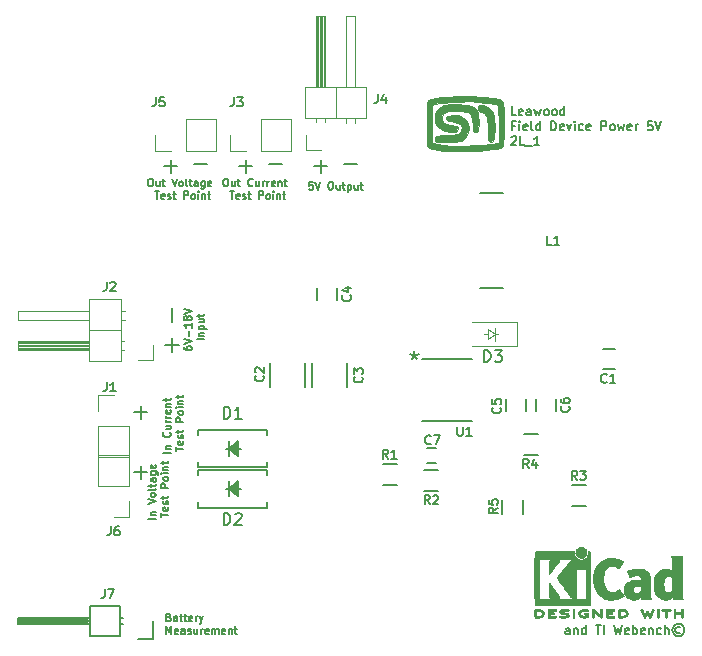
<source format=gbr>
G04 #@! TF.FileFunction,Legend,Top*
%FSLAX46Y46*%
G04 Gerber Fmt 4.6, Leading zero omitted, Abs format (unit mm)*
G04 Created by KiCad (PCBNEW 4.0.7) date 01/05/18 16:25:35*
%MOMM*%
%LPD*%
G01*
G04 APERTURE LIST*
%ADD10C,0.100000*%
%ADD11C,0.127000*%
%ADD12C,0.150000*%
%ADD13C,0.120000*%
%ADD14C,0.152400*%
%ADD15C,0.010000*%
G04 APERTURE END LIST*
D10*
D11*
X91500000Y-66565429D02*
X91500000Y-66928286D01*
X91137143Y-66783143D02*
X91500000Y-66928286D01*
X91862858Y-66783143D01*
X91282286Y-67218571D02*
X91500000Y-66928286D01*
X91717715Y-67218571D01*
X104648000Y-90514714D02*
X104648000Y-90115571D01*
X104611714Y-90043000D01*
X104539143Y-90006714D01*
X104394000Y-90006714D01*
X104321429Y-90043000D01*
X104648000Y-90478429D02*
X104575429Y-90514714D01*
X104394000Y-90514714D01*
X104321429Y-90478429D01*
X104285143Y-90405857D01*
X104285143Y-90333286D01*
X104321429Y-90260714D01*
X104394000Y-90224429D01*
X104575429Y-90224429D01*
X104648000Y-90188143D01*
X105010858Y-90006714D02*
X105010858Y-90514714D01*
X105010858Y-90079286D02*
X105047143Y-90043000D01*
X105119715Y-90006714D01*
X105228572Y-90006714D01*
X105301143Y-90043000D01*
X105337429Y-90115571D01*
X105337429Y-90514714D01*
X106026858Y-90514714D02*
X106026858Y-89752714D01*
X106026858Y-90478429D02*
X105954287Y-90514714D01*
X105809144Y-90514714D01*
X105736572Y-90478429D01*
X105700287Y-90442143D01*
X105664001Y-90369571D01*
X105664001Y-90151857D01*
X105700287Y-90079286D01*
X105736572Y-90043000D01*
X105809144Y-90006714D01*
X105954287Y-90006714D01*
X106026858Y-90043000D01*
X106861429Y-89752714D02*
X107296858Y-89752714D01*
X107079144Y-90514714D02*
X107079144Y-89752714D01*
X107550858Y-90514714D02*
X107550858Y-89752714D01*
X108421714Y-89752714D02*
X108603143Y-90514714D01*
X108748286Y-89970429D01*
X108893428Y-90514714D01*
X109074857Y-89752714D01*
X109655428Y-90478429D02*
X109582857Y-90514714D01*
X109437714Y-90514714D01*
X109365143Y-90478429D01*
X109328857Y-90405857D01*
X109328857Y-90115571D01*
X109365143Y-90043000D01*
X109437714Y-90006714D01*
X109582857Y-90006714D01*
X109655428Y-90043000D01*
X109691714Y-90115571D01*
X109691714Y-90188143D01*
X109328857Y-90260714D01*
X110018286Y-90514714D02*
X110018286Y-89752714D01*
X110018286Y-90043000D02*
X110090857Y-90006714D01*
X110236000Y-90006714D01*
X110308571Y-90043000D01*
X110344857Y-90079286D01*
X110381143Y-90151857D01*
X110381143Y-90369571D01*
X110344857Y-90442143D01*
X110308571Y-90478429D01*
X110236000Y-90514714D01*
X110090857Y-90514714D01*
X110018286Y-90478429D01*
X110998000Y-90478429D02*
X110925429Y-90514714D01*
X110780286Y-90514714D01*
X110707715Y-90478429D01*
X110671429Y-90405857D01*
X110671429Y-90115571D01*
X110707715Y-90043000D01*
X110780286Y-90006714D01*
X110925429Y-90006714D01*
X110998000Y-90043000D01*
X111034286Y-90115571D01*
X111034286Y-90188143D01*
X110671429Y-90260714D01*
X111360858Y-90006714D02*
X111360858Y-90514714D01*
X111360858Y-90079286D02*
X111397143Y-90043000D01*
X111469715Y-90006714D01*
X111578572Y-90006714D01*
X111651143Y-90043000D01*
X111687429Y-90115571D01*
X111687429Y-90514714D01*
X112376858Y-90478429D02*
X112304287Y-90514714D01*
X112159144Y-90514714D01*
X112086572Y-90478429D01*
X112050287Y-90442143D01*
X112014001Y-90369571D01*
X112014001Y-90151857D01*
X112050287Y-90079286D01*
X112086572Y-90043000D01*
X112159144Y-90006714D01*
X112304287Y-90006714D01*
X112376858Y-90043000D01*
X112703430Y-90514714D02*
X112703430Y-89752714D01*
X113030001Y-90514714D02*
X113030001Y-90115571D01*
X112993715Y-90043000D01*
X112921144Y-90006714D01*
X112812287Y-90006714D01*
X112739715Y-90043000D01*
X112703430Y-90079286D01*
X114009716Y-89934143D02*
X113937144Y-89897857D01*
X113792001Y-89897857D01*
X113719430Y-89934143D01*
X113646859Y-90006714D01*
X113610573Y-90079286D01*
X113610573Y-90224429D01*
X113646859Y-90297000D01*
X113719430Y-90369571D01*
X113792001Y-90405857D01*
X113937144Y-90405857D01*
X114009716Y-90369571D01*
X113864573Y-89643857D02*
X113683144Y-89680143D01*
X113501716Y-89789000D01*
X113392859Y-89970429D01*
X113356573Y-90151857D01*
X113392859Y-90333286D01*
X113501716Y-90514714D01*
X113683144Y-90623571D01*
X113864573Y-90659857D01*
X114046001Y-90623571D01*
X114227430Y-90514714D01*
X114336287Y-90333286D01*
X114372573Y-90151857D01*
X114336287Y-89970429D01*
X114227430Y-89789000D01*
X114046001Y-89680143D01*
X113864573Y-89643857D01*
X86686571Y-50691143D02*
X85525428Y-50691143D01*
X80336571Y-50691143D02*
X79175428Y-50691143D01*
X73986571Y-50691143D02*
X72825428Y-50691143D01*
X70974857Y-64080571D02*
X70974857Y-62919428D01*
X100112286Y-46572714D02*
X99749429Y-46572714D01*
X99749429Y-45810714D01*
X100656571Y-46536429D02*
X100584000Y-46572714D01*
X100438857Y-46572714D01*
X100366286Y-46536429D01*
X100330000Y-46463857D01*
X100330000Y-46173571D01*
X100366286Y-46101000D01*
X100438857Y-46064714D01*
X100584000Y-46064714D01*
X100656571Y-46101000D01*
X100692857Y-46173571D01*
X100692857Y-46246143D01*
X100330000Y-46318714D01*
X101346000Y-46572714D02*
X101346000Y-46173571D01*
X101309714Y-46101000D01*
X101237143Y-46064714D01*
X101092000Y-46064714D01*
X101019429Y-46101000D01*
X101346000Y-46536429D02*
X101273429Y-46572714D01*
X101092000Y-46572714D01*
X101019429Y-46536429D01*
X100983143Y-46463857D01*
X100983143Y-46391286D01*
X101019429Y-46318714D01*
X101092000Y-46282429D01*
X101273429Y-46282429D01*
X101346000Y-46246143D01*
X101636286Y-46064714D02*
X101781429Y-46572714D01*
X101926572Y-46209857D01*
X102071715Y-46572714D01*
X102216858Y-46064714D01*
X102616001Y-46572714D02*
X102543429Y-46536429D01*
X102507144Y-46500143D01*
X102470858Y-46427571D01*
X102470858Y-46209857D01*
X102507144Y-46137286D01*
X102543429Y-46101000D01*
X102616001Y-46064714D01*
X102724858Y-46064714D01*
X102797429Y-46101000D01*
X102833715Y-46137286D01*
X102870001Y-46209857D01*
X102870001Y-46427571D01*
X102833715Y-46500143D01*
X102797429Y-46536429D01*
X102724858Y-46572714D01*
X102616001Y-46572714D01*
X103305430Y-46572714D02*
X103232858Y-46536429D01*
X103196573Y-46500143D01*
X103160287Y-46427571D01*
X103160287Y-46209857D01*
X103196573Y-46137286D01*
X103232858Y-46101000D01*
X103305430Y-46064714D01*
X103414287Y-46064714D01*
X103486858Y-46101000D01*
X103523144Y-46137286D01*
X103559430Y-46209857D01*
X103559430Y-46427571D01*
X103523144Y-46500143D01*
X103486858Y-46536429D01*
X103414287Y-46572714D01*
X103305430Y-46572714D01*
X104212573Y-46572714D02*
X104212573Y-45810714D01*
X104212573Y-46536429D02*
X104140002Y-46572714D01*
X103994859Y-46572714D01*
X103922287Y-46536429D01*
X103886002Y-46500143D01*
X103849716Y-46427571D01*
X103849716Y-46209857D01*
X103886002Y-46137286D01*
X103922287Y-46101000D01*
X103994859Y-46064714D01*
X104140002Y-46064714D01*
X104212573Y-46101000D01*
X100003429Y-47443571D02*
X99749429Y-47443571D01*
X99749429Y-47842714D02*
X99749429Y-47080714D01*
X100112286Y-47080714D01*
X100402572Y-47842714D02*
X100402572Y-47334714D01*
X100402572Y-47080714D02*
X100366286Y-47117000D01*
X100402572Y-47153286D01*
X100438857Y-47117000D01*
X100402572Y-47080714D01*
X100402572Y-47153286D01*
X101055714Y-47806429D02*
X100983143Y-47842714D01*
X100838000Y-47842714D01*
X100765429Y-47806429D01*
X100729143Y-47733857D01*
X100729143Y-47443571D01*
X100765429Y-47371000D01*
X100838000Y-47334714D01*
X100983143Y-47334714D01*
X101055714Y-47371000D01*
X101092000Y-47443571D01*
X101092000Y-47516143D01*
X100729143Y-47588714D01*
X101527429Y-47842714D02*
X101454857Y-47806429D01*
X101418572Y-47733857D01*
X101418572Y-47080714D01*
X102144286Y-47842714D02*
X102144286Y-47080714D01*
X102144286Y-47806429D02*
X102071715Y-47842714D01*
X101926572Y-47842714D01*
X101854000Y-47806429D01*
X101817715Y-47770143D01*
X101781429Y-47697571D01*
X101781429Y-47479857D01*
X101817715Y-47407286D01*
X101854000Y-47371000D01*
X101926572Y-47334714D01*
X102071715Y-47334714D01*
X102144286Y-47371000D01*
X103087715Y-47842714D02*
X103087715Y-47080714D01*
X103269143Y-47080714D01*
X103378000Y-47117000D01*
X103450572Y-47189571D01*
X103486857Y-47262143D01*
X103523143Y-47407286D01*
X103523143Y-47516143D01*
X103486857Y-47661286D01*
X103450572Y-47733857D01*
X103378000Y-47806429D01*
X103269143Y-47842714D01*
X103087715Y-47842714D01*
X104140000Y-47806429D02*
X104067429Y-47842714D01*
X103922286Y-47842714D01*
X103849715Y-47806429D01*
X103813429Y-47733857D01*
X103813429Y-47443571D01*
X103849715Y-47371000D01*
X103922286Y-47334714D01*
X104067429Y-47334714D01*
X104140000Y-47371000D01*
X104176286Y-47443571D01*
X104176286Y-47516143D01*
X103813429Y-47588714D01*
X104430286Y-47334714D02*
X104611715Y-47842714D01*
X104793143Y-47334714D01*
X105083429Y-47842714D02*
X105083429Y-47334714D01*
X105083429Y-47080714D02*
X105047143Y-47117000D01*
X105083429Y-47153286D01*
X105119714Y-47117000D01*
X105083429Y-47080714D01*
X105083429Y-47153286D01*
X105772857Y-47806429D02*
X105700286Y-47842714D01*
X105555143Y-47842714D01*
X105482571Y-47806429D01*
X105446286Y-47770143D01*
X105410000Y-47697571D01*
X105410000Y-47479857D01*
X105446286Y-47407286D01*
X105482571Y-47371000D01*
X105555143Y-47334714D01*
X105700286Y-47334714D01*
X105772857Y-47371000D01*
X106389714Y-47806429D02*
X106317143Y-47842714D01*
X106172000Y-47842714D01*
X106099429Y-47806429D01*
X106063143Y-47733857D01*
X106063143Y-47443571D01*
X106099429Y-47371000D01*
X106172000Y-47334714D01*
X106317143Y-47334714D01*
X106389714Y-47371000D01*
X106426000Y-47443571D01*
X106426000Y-47516143D01*
X106063143Y-47588714D01*
X107333143Y-47842714D02*
X107333143Y-47080714D01*
X107623428Y-47080714D01*
X107696000Y-47117000D01*
X107732285Y-47153286D01*
X107768571Y-47225857D01*
X107768571Y-47334714D01*
X107732285Y-47407286D01*
X107696000Y-47443571D01*
X107623428Y-47479857D01*
X107333143Y-47479857D01*
X108204000Y-47842714D02*
X108131428Y-47806429D01*
X108095143Y-47770143D01*
X108058857Y-47697571D01*
X108058857Y-47479857D01*
X108095143Y-47407286D01*
X108131428Y-47371000D01*
X108204000Y-47334714D01*
X108312857Y-47334714D01*
X108385428Y-47371000D01*
X108421714Y-47407286D01*
X108458000Y-47479857D01*
X108458000Y-47697571D01*
X108421714Y-47770143D01*
X108385428Y-47806429D01*
X108312857Y-47842714D01*
X108204000Y-47842714D01*
X108712000Y-47334714D02*
X108857143Y-47842714D01*
X109002286Y-47479857D01*
X109147429Y-47842714D01*
X109292572Y-47334714D01*
X109873143Y-47806429D02*
X109800572Y-47842714D01*
X109655429Y-47842714D01*
X109582858Y-47806429D01*
X109546572Y-47733857D01*
X109546572Y-47443571D01*
X109582858Y-47371000D01*
X109655429Y-47334714D01*
X109800572Y-47334714D01*
X109873143Y-47371000D01*
X109909429Y-47443571D01*
X109909429Y-47516143D01*
X109546572Y-47588714D01*
X110236001Y-47842714D02*
X110236001Y-47334714D01*
X110236001Y-47479857D02*
X110272286Y-47407286D01*
X110308572Y-47371000D01*
X110381143Y-47334714D01*
X110453715Y-47334714D01*
X111651143Y-47080714D02*
X111288286Y-47080714D01*
X111252000Y-47443571D01*
X111288286Y-47407286D01*
X111360857Y-47371000D01*
X111542286Y-47371000D01*
X111614857Y-47407286D01*
X111651143Y-47443571D01*
X111687428Y-47516143D01*
X111687428Y-47697571D01*
X111651143Y-47770143D01*
X111614857Y-47806429D01*
X111542286Y-47842714D01*
X111360857Y-47842714D01*
X111288286Y-47806429D01*
X111252000Y-47770143D01*
X111905142Y-47080714D02*
X112159142Y-47842714D01*
X112413142Y-47080714D01*
X99713143Y-48423286D02*
X99749429Y-48387000D01*
X99822000Y-48350714D01*
X100003429Y-48350714D01*
X100076000Y-48387000D01*
X100112286Y-48423286D01*
X100148571Y-48495857D01*
X100148571Y-48568429D01*
X100112286Y-48677286D01*
X99676857Y-49112714D01*
X100148571Y-49112714D01*
X100838000Y-49112714D02*
X100475143Y-49112714D01*
X100475143Y-48350714D01*
X100910571Y-49185286D02*
X101491142Y-49185286D01*
X102071713Y-49112714D02*
X101636285Y-49112714D01*
X101853999Y-49112714D02*
X101853999Y-48350714D01*
X101781428Y-48459571D01*
X101708856Y-48532143D01*
X101636285Y-48568429D01*
X72010512Y-66179096D02*
X72010512Y-66300048D01*
X72040750Y-66360524D01*
X72070988Y-66390762D01*
X72161702Y-66451239D01*
X72282655Y-66481477D01*
X72524560Y-66481477D01*
X72585036Y-66451239D01*
X72615274Y-66421000D01*
X72645512Y-66360524D01*
X72645512Y-66239572D01*
X72615274Y-66179096D01*
X72585036Y-66148858D01*
X72524560Y-66118619D01*
X72373369Y-66118619D01*
X72312893Y-66148858D01*
X72282655Y-66179096D01*
X72252417Y-66239572D01*
X72252417Y-66360524D01*
X72282655Y-66421000D01*
X72312893Y-66451239D01*
X72373369Y-66481477D01*
X72010512Y-65937191D02*
X72645512Y-65725524D01*
X72010512Y-65513857D01*
X72403607Y-65302191D02*
X72403607Y-64818381D01*
X72645512Y-64183381D02*
X72645512Y-64546239D01*
X72645512Y-64364810D02*
X72010512Y-64364810D01*
X72101226Y-64425286D01*
X72161702Y-64485762D01*
X72191940Y-64546239D01*
X72282655Y-63820524D02*
X72252417Y-63881000D01*
X72222179Y-63911239D01*
X72161702Y-63941477D01*
X72131464Y-63941477D01*
X72070988Y-63911239D01*
X72040750Y-63881000D01*
X72010512Y-63820524D01*
X72010512Y-63699572D01*
X72040750Y-63639096D01*
X72070988Y-63608858D01*
X72131464Y-63578619D01*
X72161702Y-63578619D01*
X72222179Y-63608858D01*
X72252417Y-63639096D01*
X72282655Y-63699572D01*
X72282655Y-63820524D01*
X72312893Y-63881000D01*
X72343131Y-63911239D01*
X72403607Y-63941477D01*
X72524560Y-63941477D01*
X72585036Y-63911239D01*
X72615274Y-63881000D01*
X72645512Y-63820524D01*
X72645512Y-63699572D01*
X72615274Y-63639096D01*
X72585036Y-63608858D01*
X72524560Y-63578619D01*
X72403607Y-63578619D01*
X72343131Y-63608858D01*
X72312893Y-63639096D01*
X72282655Y-63699572D01*
X72010512Y-63397191D02*
X72645512Y-63185524D01*
X72010512Y-62973857D01*
X73725012Y-65559215D02*
X73090012Y-65559215D01*
X73301679Y-65256834D02*
X73725012Y-65256834D01*
X73362155Y-65256834D02*
X73331917Y-65226595D01*
X73301679Y-65166119D01*
X73301679Y-65075405D01*
X73331917Y-65014929D01*
X73392393Y-64984691D01*
X73725012Y-64984691D01*
X73301679Y-64682310D02*
X73936679Y-64682310D01*
X73331917Y-64682310D02*
X73301679Y-64621833D01*
X73301679Y-64500881D01*
X73331917Y-64440405D01*
X73362155Y-64410167D01*
X73422631Y-64379929D01*
X73604060Y-64379929D01*
X73664536Y-64410167D01*
X73694774Y-64440405D01*
X73725012Y-64500881D01*
X73725012Y-64621833D01*
X73694774Y-64682310D01*
X73301679Y-63835643D02*
X73725012Y-63835643D01*
X73301679Y-64107786D02*
X73634298Y-64107786D01*
X73694774Y-64077547D01*
X73725012Y-64017071D01*
X73725012Y-63926357D01*
X73694774Y-63865881D01*
X73664536Y-63835643D01*
X73301679Y-63623976D02*
X73301679Y-63382071D01*
X73090012Y-63533262D02*
X73634298Y-63533262D01*
X73694774Y-63503023D01*
X73725012Y-63442547D01*
X73725012Y-63382071D01*
X70974857Y-66620571D02*
X70974857Y-65459428D01*
X71555429Y-66039999D02*
X70394286Y-66039999D01*
X67745429Y-71736857D02*
X68906572Y-71736857D01*
X68326001Y-72317429D02*
X68326001Y-71156286D01*
X67745429Y-76816857D02*
X68906572Y-76816857D01*
X68326001Y-77397429D02*
X68326001Y-76236286D01*
X70867512Y-75153763D02*
X70232512Y-75153763D01*
X70444179Y-74851382D02*
X70867512Y-74851382D01*
X70504655Y-74851382D02*
X70474417Y-74821143D01*
X70444179Y-74760667D01*
X70444179Y-74669953D01*
X70474417Y-74609477D01*
X70534893Y-74579239D01*
X70867512Y-74579239D01*
X70807036Y-73430190D02*
X70837274Y-73460428D01*
X70867512Y-73551143D01*
X70867512Y-73611619D01*
X70837274Y-73702333D01*
X70776798Y-73762809D01*
X70716321Y-73793048D01*
X70595369Y-73823286D01*
X70504655Y-73823286D01*
X70383702Y-73793048D01*
X70323226Y-73762809D01*
X70262750Y-73702333D01*
X70232512Y-73611619D01*
X70232512Y-73551143D01*
X70262750Y-73460428D01*
X70292988Y-73430190D01*
X70444179Y-72885905D02*
X70867512Y-72885905D01*
X70444179Y-73158048D02*
X70776798Y-73158048D01*
X70837274Y-73127809D01*
X70867512Y-73067333D01*
X70867512Y-72976619D01*
X70837274Y-72916143D01*
X70807036Y-72885905D01*
X70867512Y-72583524D02*
X70444179Y-72583524D01*
X70565131Y-72583524D02*
X70504655Y-72553285D01*
X70474417Y-72523047D01*
X70444179Y-72462571D01*
X70444179Y-72402095D01*
X70867512Y-72190429D02*
X70444179Y-72190429D01*
X70565131Y-72190429D02*
X70504655Y-72160190D01*
X70474417Y-72129952D01*
X70444179Y-72069476D01*
X70444179Y-72009000D01*
X70837274Y-71555429D02*
X70867512Y-71615905D01*
X70867512Y-71736857D01*
X70837274Y-71797334D01*
X70776798Y-71827572D01*
X70534893Y-71827572D01*
X70474417Y-71797334D01*
X70444179Y-71736857D01*
X70444179Y-71615905D01*
X70474417Y-71555429D01*
X70534893Y-71525191D01*
X70595369Y-71525191D01*
X70655845Y-71827572D01*
X70444179Y-71253048D02*
X70867512Y-71253048D01*
X70504655Y-71253048D02*
X70474417Y-71222809D01*
X70444179Y-71162333D01*
X70444179Y-71071619D01*
X70474417Y-71011143D01*
X70534893Y-70980905D01*
X70867512Y-70980905D01*
X70444179Y-70769238D02*
X70444179Y-70527333D01*
X70232512Y-70678524D02*
X70776798Y-70678524D01*
X70837274Y-70648285D01*
X70867512Y-70587809D01*
X70867512Y-70527333D01*
X71312012Y-75002572D02*
X71312012Y-74639715D01*
X71947012Y-74821143D02*
X71312012Y-74821143D01*
X71916774Y-74186143D02*
X71947012Y-74246619D01*
X71947012Y-74367571D01*
X71916774Y-74428048D01*
X71856298Y-74458286D01*
X71614393Y-74458286D01*
X71553917Y-74428048D01*
X71523679Y-74367571D01*
X71523679Y-74246619D01*
X71553917Y-74186143D01*
X71614393Y-74155905D01*
X71674869Y-74155905D01*
X71735345Y-74458286D01*
X71916774Y-73914000D02*
X71947012Y-73853523D01*
X71947012Y-73732571D01*
X71916774Y-73672095D01*
X71856298Y-73641857D01*
X71826060Y-73641857D01*
X71765583Y-73672095D01*
X71735345Y-73732571D01*
X71735345Y-73823285D01*
X71705107Y-73883762D01*
X71644631Y-73914000D01*
X71614393Y-73914000D01*
X71553917Y-73883762D01*
X71523679Y-73823285D01*
X71523679Y-73732571D01*
X71553917Y-73672095D01*
X71523679Y-73460428D02*
X71523679Y-73218523D01*
X71312012Y-73369714D02*
X71856298Y-73369714D01*
X71916774Y-73339475D01*
X71947012Y-73278999D01*
X71947012Y-73218523D01*
X71947012Y-72523047D02*
X71312012Y-72523047D01*
X71312012Y-72281142D01*
X71342250Y-72220666D01*
X71372488Y-72190427D01*
X71432964Y-72160189D01*
X71523679Y-72160189D01*
X71584155Y-72190427D01*
X71614393Y-72220666D01*
X71644631Y-72281142D01*
X71644631Y-72523047D01*
X71947012Y-71797332D02*
X71916774Y-71857808D01*
X71886536Y-71888047D01*
X71826060Y-71918285D01*
X71644631Y-71918285D01*
X71584155Y-71888047D01*
X71553917Y-71857808D01*
X71523679Y-71797332D01*
X71523679Y-71706618D01*
X71553917Y-71646142D01*
X71584155Y-71615904D01*
X71644631Y-71585666D01*
X71826060Y-71585666D01*
X71886536Y-71615904D01*
X71916774Y-71646142D01*
X71947012Y-71706618D01*
X71947012Y-71797332D01*
X71947012Y-71313523D02*
X71523679Y-71313523D01*
X71312012Y-71313523D02*
X71342250Y-71343761D01*
X71372488Y-71313523D01*
X71342250Y-71283284D01*
X71312012Y-71313523D01*
X71372488Y-71313523D01*
X71523679Y-71011142D02*
X71947012Y-71011142D01*
X71584155Y-71011142D02*
X71553917Y-70980903D01*
X71523679Y-70920427D01*
X71523679Y-70829713D01*
X71553917Y-70769237D01*
X71614393Y-70738999D01*
X71947012Y-70738999D01*
X71523679Y-70527332D02*
X71523679Y-70285427D01*
X71312012Y-70436618D02*
X71856298Y-70436618D01*
X71916774Y-70406379D01*
X71947012Y-70345903D01*
X71947012Y-70285427D01*
X69597512Y-80756882D02*
X68962512Y-80756882D01*
X69174179Y-80454501D02*
X69597512Y-80454501D01*
X69234655Y-80454501D02*
X69204417Y-80424262D01*
X69174179Y-80363786D01*
X69174179Y-80273072D01*
X69204417Y-80212596D01*
X69264893Y-80182358D01*
X69597512Y-80182358D01*
X68962512Y-79486881D02*
X69597512Y-79275214D01*
X68962512Y-79063547D01*
X69597512Y-78761166D02*
X69567274Y-78821642D01*
X69537036Y-78851881D01*
X69476560Y-78882119D01*
X69295131Y-78882119D01*
X69234655Y-78851881D01*
X69204417Y-78821642D01*
X69174179Y-78761166D01*
X69174179Y-78670452D01*
X69204417Y-78609976D01*
X69234655Y-78579738D01*
X69295131Y-78549500D01*
X69476560Y-78549500D01*
X69537036Y-78579738D01*
X69567274Y-78609976D01*
X69597512Y-78670452D01*
X69597512Y-78761166D01*
X69597512Y-78186642D02*
X69567274Y-78247118D01*
X69506798Y-78277357D01*
X68962512Y-78277357D01*
X69174179Y-78035452D02*
X69174179Y-77793547D01*
X68962512Y-77944738D02*
X69506798Y-77944738D01*
X69567274Y-77914499D01*
X69597512Y-77854023D01*
X69597512Y-77793547D01*
X69597512Y-77309738D02*
X69264893Y-77309738D01*
X69204417Y-77339976D01*
X69174179Y-77400452D01*
X69174179Y-77521404D01*
X69204417Y-77581881D01*
X69567274Y-77309738D02*
X69597512Y-77370214D01*
X69597512Y-77521404D01*
X69567274Y-77581881D01*
X69506798Y-77612119D01*
X69446321Y-77612119D01*
X69385845Y-77581881D01*
X69355607Y-77521404D01*
X69355607Y-77370214D01*
X69325369Y-77309738D01*
X69174179Y-76735214D02*
X69688226Y-76735214D01*
X69748702Y-76765452D01*
X69778940Y-76795690D01*
X69809179Y-76856166D01*
X69809179Y-76946880D01*
X69778940Y-77007357D01*
X69567274Y-76735214D02*
X69597512Y-76795690D01*
X69597512Y-76916642D01*
X69567274Y-76977118D01*
X69537036Y-77007357D01*
X69476560Y-77037595D01*
X69295131Y-77037595D01*
X69234655Y-77007357D01*
X69204417Y-76977118D01*
X69174179Y-76916642D01*
X69174179Y-76795690D01*
X69204417Y-76735214D01*
X69567274Y-76190928D02*
X69597512Y-76251404D01*
X69597512Y-76372356D01*
X69567274Y-76432833D01*
X69506798Y-76463071D01*
X69264893Y-76463071D01*
X69204417Y-76432833D01*
X69174179Y-76372356D01*
X69174179Y-76251404D01*
X69204417Y-76190928D01*
X69264893Y-76160690D01*
X69325369Y-76160690D01*
X69385845Y-76463071D01*
X70042012Y-80590572D02*
X70042012Y-80227715D01*
X70677012Y-80409143D02*
X70042012Y-80409143D01*
X70646774Y-79774143D02*
X70677012Y-79834619D01*
X70677012Y-79955571D01*
X70646774Y-80016048D01*
X70586298Y-80046286D01*
X70344393Y-80046286D01*
X70283917Y-80016048D01*
X70253679Y-79955571D01*
X70253679Y-79834619D01*
X70283917Y-79774143D01*
X70344393Y-79743905D01*
X70404869Y-79743905D01*
X70465345Y-80046286D01*
X70646774Y-79502000D02*
X70677012Y-79441523D01*
X70677012Y-79320571D01*
X70646774Y-79260095D01*
X70586298Y-79229857D01*
X70556060Y-79229857D01*
X70495583Y-79260095D01*
X70465345Y-79320571D01*
X70465345Y-79411285D01*
X70435107Y-79471762D01*
X70374631Y-79502000D01*
X70344393Y-79502000D01*
X70283917Y-79471762D01*
X70253679Y-79411285D01*
X70253679Y-79320571D01*
X70283917Y-79260095D01*
X70253679Y-79048428D02*
X70253679Y-78806523D01*
X70042012Y-78957714D02*
X70586298Y-78957714D01*
X70646774Y-78927475D01*
X70677012Y-78866999D01*
X70677012Y-78806523D01*
X70677012Y-78111047D02*
X70042012Y-78111047D01*
X70042012Y-77869142D01*
X70072250Y-77808666D01*
X70102488Y-77778427D01*
X70162964Y-77748189D01*
X70253679Y-77748189D01*
X70314155Y-77778427D01*
X70344393Y-77808666D01*
X70374631Y-77869142D01*
X70374631Y-78111047D01*
X70677012Y-77385332D02*
X70646774Y-77445808D01*
X70616536Y-77476047D01*
X70556060Y-77506285D01*
X70374631Y-77506285D01*
X70314155Y-77476047D01*
X70283917Y-77445808D01*
X70253679Y-77385332D01*
X70253679Y-77294618D01*
X70283917Y-77234142D01*
X70314155Y-77203904D01*
X70374631Y-77173666D01*
X70556060Y-77173666D01*
X70616536Y-77203904D01*
X70646774Y-77234142D01*
X70677012Y-77294618D01*
X70677012Y-77385332D01*
X70677012Y-76901523D02*
X70253679Y-76901523D01*
X70042012Y-76901523D02*
X70072250Y-76931761D01*
X70102488Y-76901523D01*
X70072250Y-76871284D01*
X70042012Y-76901523D01*
X70102488Y-76901523D01*
X70253679Y-76599142D02*
X70677012Y-76599142D01*
X70314155Y-76599142D02*
X70283917Y-76568903D01*
X70253679Y-76508427D01*
X70253679Y-76417713D01*
X70283917Y-76357237D01*
X70344393Y-76326999D01*
X70677012Y-76326999D01*
X70253679Y-76115332D02*
X70253679Y-75873427D01*
X70042012Y-76024618D02*
X70586298Y-76024618D01*
X70646774Y-75994379D01*
X70677012Y-75933903D01*
X70677012Y-75873427D01*
X70720857Y-89076893D02*
X70811571Y-89107131D01*
X70841810Y-89137369D01*
X70872048Y-89197845D01*
X70872048Y-89288560D01*
X70841810Y-89349036D01*
X70811571Y-89379274D01*
X70751095Y-89409512D01*
X70509190Y-89409512D01*
X70509190Y-88774512D01*
X70720857Y-88774512D01*
X70781333Y-88804750D01*
X70811571Y-88834988D01*
X70841810Y-88895464D01*
X70841810Y-88955940D01*
X70811571Y-89016417D01*
X70781333Y-89046655D01*
X70720857Y-89076893D01*
X70509190Y-89076893D01*
X71416333Y-89409512D02*
X71416333Y-89076893D01*
X71386095Y-89016417D01*
X71325619Y-88986179D01*
X71204667Y-88986179D01*
X71144190Y-89016417D01*
X71416333Y-89379274D02*
X71355857Y-89409512D01*
X71204667Y-89409512D01*
X71144190Y-89379274D01*
X71113952Y-89318798D01*
X71113952Y-89258321D01*
X71144190Y-89197845D01*
X71204667Y-89167607D01*
X71355857Y-89167607D01*
X71416333Y-89137369D01*
X71628000Y-88986179D02*
X71869905Y-88986179D01*
X71718714Y-88774512D02*
X71718714Y-89318798D01*
X71748953Y-89379274D01*
X71809429Y-89409512D01*
X71869905Y-89409512D01*
X71990857Y-88986179D02*
X72232762Y-88986179D01*
X72081571Y-88774512D02*
X72081571Y-89318798D01*
X72111810Y-89379274D01*
X72172286Y-89409512D01*
X72232762Y-89409512D01*
X72686333Y-89379274D02*
X72625857Y-89409512D01*
X72504905Y-89409512D01*
X72444428Y-89379274D01*
X72414190Y-89318798D01*
X72414190Y-89076893D01*
X72444428Y-89016417D01*
X72504905Y-88986179D01*
X72625857Y-88986179D01*
X72686333Y-89016417D01*
X72716571Y-89076893D01*
X72716571Y-89137369D01*
X72414190Y-89197845D01*
X72988714Y-89409512D02*
X72988714Y-88986179D01*
X72988714Y-89107131D02*
X73018953Y-89046655D01*
X73049191Y-89016417D01*
X73109667Y-88986179D01*
X73170143Y-88986179D01*
X73321333Y-88986179D02*
X73472524Y-89409512D01*
X73623714Y-88986179D02*
X73472524Y-89409512D01*
X73412048Y-89560702D01*
X73381809Y-89590940D01*
X73321333Y-89621179D01*
X70509190Y-90489012D02*
X70509190Y-89854012D01*
X70720857Y-90307583D01*
X70932524Y-89854012D01*
X70932524Y-90489012D01*
X71476809Y-90458774D02*
X71416333Y-90489012D01*
X71295381Y-90489012D01*
X71234904Y-90458774D01*
X71204666Y-90398298D01*
X71204666Y-90156393D01*
X71234904Y-90095917D01*
X71295381Y-90065679D01*
X71416333Y-90065679D01*
X71476809Y-90095917D01*
X71507047Y-90156393D01*
X71507047Y-90216869D01*
X71204666Y-90277345D01*
X72051333Y-90489012D02*
X72051333Y-90156393D01*
X72021095Y-90095917D01*
X71960619Y-90065679D01*
X71839667Y-90065679D01*
X71779190Y-90095917D01*
X72051333Y-90458774D02*
X71990857Y-90489012D01*
X71839667Y-90489012D01*
X71779190Y-90458774D01*
X71748952Y-90398298D01*
X71748952Y-90337821D01*
X71779190Y-90277345D01*
X71839667Y-90247107D01*
X71990857Y-90247107D01*
X72051333Y-90216869D01*
X72323476Y-90458774D02*
X72383953Y-90489012D01*
X72504905Y-90489012D01*
X72565381Y-90458774D01*
X72595619Y-90398298D01*
X72595619Y-90368060D01*
X72565381Y-90307583D01*
X72504905Y-90277345D01*
X72414191Y-90277345D01*
X72353714Y-90247107D01*
X72323476Y-90186631D01*
X72323476Y-90156393D01*
X72353714Y-90095917D01*
X72414191Y-90065679D01*
X72504905Y-90065679D01*
X72565381Y-90095917D01*
X73139905Y-90065679D02*
X73139905Y-90489012D01*
X72867762Y-90065679D02*
X72867762Y-90398298D01*
X72898001Y-90458774D01*
X72958477Y-90489012D01*
X73049191Y-90489012D01*
X73109667Y-90458774D01*
X73139905Y-90428536D01*
X73442286Y-90489012D02*
X73442286Y-90065679D01*
X73442286Y-90186631D02*
X73472525Y-90126155D01*
X73502763Y-90095917D01*
X73563239Y-90065679D01*
X73623715Y-90065679D01*
X74077286Y-90458774D02*
X74016810Y-90489012D01*
X73895858Y-90489012D01*
X73835381Y-90458774D01*
X73805143Y-90398298D01*
X73805143Y-90156393D01*
X73835381Y-90095917D01*
X73895858Y-90065679D01*
X74016810Y-90065679D01*
X74077286Y-90095917D01*
X74107524Y-90156393D01*
X74107524Y-90216869D01*
X73805143Y-90277345D01*
X74379667Y-90489012D02*
X74379667Y-90065679D01*
X74379667Y-90126155D02*
X74409906Y-90095917D01*
X74470382Y-90065679D01*
X74561096Y-90065679D01*
X74621572Y-90095917D01*
X74651810Y-90156393D01*
X74651810Y-90489012D01*
X74651810Y-90156393D02*
X74682048Y-90095917D01*
X74742525Y-90065679D01*
X74833239Y-90065679D01*
X74893715Y-90095917D01*
X74923953Y-90156393D01*
X74923953Y-90489012D01*
X75468239Y-90458774D02*
X75407763Y-90489012D01*
X75286811Y-90489012D01*
X75226334Y-90458774D01*
X75196096Y-90398298D01*
X75196096Y-90156393D01*
X75226334Y-90095917D01*
X75286811Y-90065679D01*
X75407763Y-90065679D01*
X75468239Y-90095917D01*
X75498477Y-90156393D01*
X75498477Y-90216869D01*
X75196096Y-90277345D01*
X75770620Y-90065679D02*
X75770620Y-90489012D01*
X75770620Y-90126155D02*
X75800859Y-90095917D01*
X75861335Y-90065679D01*
X75952049Y-90065679D01*
X76012525Y-90095917D01*
X76042763Y-90156393D01*
X76042763Y-90489012D01*
X76254430Y-90065679D02*
X76496335Y-90065679D01*
X76345144Y-89854012D02*
X76345144Y-90398298D01*
X76375383Y-90458774D01*
X76435859Y-90489012D01*
X76496335Y-90489012D01*
X82985429Y-50908857D02*
X84146572Y-50908857D01*
X83566001Y-51489429D02*
X83566001Y-50328286D01*
X82915880Y-52230262D02*
X82613499Y-52230262D01*
X82583261Y-52532643D01*
X82613499Y-52502405D01*
X82673976Y-52472167D01*
X82825166Y-52472167D01*
X82885642Y-52502405D01*
X82915880Y-52532643D01*
X82946119Y-52593119D01*
X82946119Y-52744310D01*
X82915880Y-52804786D01*
X82885642Y-52835024D01*
X82825166Y-52865262D01*
X82673976Y-52865262D01*
X82613499Y-52835024D01*
X82583261Y-52804786D01*
X83127547Y-52230262D02*
X83339214Y-52865262D01*
X83550881Y-52230262D01*
X84367310Y-52230262D02*
X84488262Y-52230262D01*
X84548738Y-52260500D01*
X84609215Y-52320976D01*
X84639453Y-52441929D01*
X84639453Y-52653595D01*
X84609215Y-52774548D01*
X84548738Y-52835024D01*
X84488262Y-52865262D01*
X84367310Y-52865262D01*
X84306834Y-52835024D01*
X84246357Y-52774548D01*
X84216119Y-52653595D01*
X84216119Y-52441929D01*
X84246357Y-52320976D01*
X84306834Y-52260500D01*
X84367310Y-52230262D01*
X85183738Y-52441929D02*
X85183738Y-52865262D01*
X84911595Y-52441929D02*
X84911595Y-52774548D01*
X84941834Y-52835024D01*
X85002310Y-52865262D01*
X85093024Y-52865262D01*
X85153500Y-52835024D01*
X85183738Y-52804786D01*
X85395405Y-52441929D02*
X85637310Y-52441929D01*
X85486119Y-52230262D02*
X85486119Y-52774548D01*
X85516358Y-52835024D01*
X85576834Y-52865262D01*
X85637310Y-52865262D01*
X85848976Y-52441929D02*
X85848976Y-53076929D01*
X85848976Y-52472167D02*
X85909453Y-52441929D01*
X86030405Y-52441929D01*
X86090881Y-52472167D01*
X86121119Y-52502405D01*
X86151357Y-52562881D01*
X86151357Y-52744310D01*
X86121119Y-52804786D01*
X86090881Y-52835024D01*
X86030405Y-52865262D01*
X85909453Y-52865262D01*
X85848976Y-52835024D01*
X86695643Y-52441929D02*
X86695643Y-52865262D01*
X86423500Y-52441929D02*
X86423500Y-52774548D01*
X86453739Y-52835024D01*
X86514215Y-52865262D01*
X86604929Y-52865262D01*
X86665405Y-52835024D01*
X86695643Y-52804786D01*
X86907310Y-52441929D02*
X87149215Y-52441929D01*
X86998024Y-52230262D02*
X86998024Y-52774548D01*
X87028263Y-52835024D01*
X87088739Y-52865262D01*
X87149215Y-52865262D01*
X76635429Y-50908857D02*
X77796572Y-50908857D01*
X77216001Y-51489429D02*
X77216001Y-50328286D01*
X70285429Y-50908857D02*
X71446572Y-50908857D01*
X70866001Y-51489429D02*
X70866001Y-50328286D01*
X69115214Y-51944512D02*
X69236166Y-51944512D01*
X69296642Y-51974750D01*
X69357119Y-52035226D01*
X69387357Y-52156179D01*
X69387357Y-52367845D01*
X69357119Y-52488798D01*
X69296642Y-52549274D01*
X69236166Y-52579512D01*
X69115214Y-52579512D01*
X69054738Y-52549274D01*
X68994261Y-52488798D01*
X68964023Y-52367845D01*
X68964023Y-52156179D01*
X68994261Y-52035226D01*
X69054738Y-51974750D01*
X69115214Y-51944512D01*
X69931642Y-52156179D02*
X69931642Y-52579512D01*
X69659499Y-52156179D02*
X69659499Y-52488798D01*
X69689738Y-52549274D01*
X69750214Y-52579512D01*
X69840928Y-52579512D01*
X69901404Y-52549274D01*
X69931642Y-52519036D01*
X70143309Y-52156179D02*
X70385214Y-52156179D01*
X70234023Y-51944512D02*
X70234023Y-52488798D01*
X70264262Y-52549274D01*
X70324738Y-52579512D01*
X70385214Y-52579512D01*
X70989976Y-51944512D02*
X71201643Y-52579512D01*
X71413310Y-51944512D01*
X71715691Y-52579512D02*
X71655215Y-52549274D01*
X71624976Y-52519036D01*
X71594738Y-52458560D01*
X71594738Y-52277131D01*
X71624976Y-52216655D01*
X71655215Y-52186417D01*
X71715691Y-52156179D01*
X71806405Y-52156179D01*
X71866881Y-52186417D01*
X71897119Y-52216655D01*
X71927357Y-52277131D01*
X71927357Y-52458560D01*
X71897119Y-52519036D01*
X71866881Y-52549274D01*
X71806405Y-52579512D01*
X71715691Y-52579512D01*
X72290215Y-52579512D02*
X72229739Y-52549274D01*
X72199500Y-52488798D01*
X72199500Y-51944512D01*
X72441405Y-52156179D02*
X72683310Y-52156179D01*
X72532119Y-51944512D02*
X72532119Y-52488798D01*
X72562358Y-52549274D01*
X72622834Y-52579512D01*
X72683310Y-52579512D01*
X73167119Y-52579512D02*
X73167119Y-52246893D01*
X73136881Y-52186417D01*
X73076405Y-52156179D01*
X72955453Y-52156179D01*
X72894976Y-52186417D01*
X73167119Y-52549274D02*
X73106643Y-52579512D01*
X72955453Y-52579512D01*
X72894976Y-52549274D01*
X72864738Y-52488798D01*
X72864738Y-52428321D01*
X72894976Y-52367845D01*
X72955453Y-52337607D01*
X73106643Y-52337607D01*
X73167119Y-52307369D01*
X73741643Y-52156179D02*
X73741643Y-52670226D01*
X73711405Y-52730702D01*
X73681167Y-52760940D01*
X73620691Y-52791179D01*
X73529977Y-52791179D01*
X73469500Y-52760940D01*
X73741643Y-52549274D02*
X73681167Y-52579512D01*
X73560215Y-52579512D01*
X73499739Y-52549274D01*
X73469500Y-52519036D01*
X73439262Y-52458560D01*
X73439262Y-52277131D01*
X73469500Y-52216655D01*
X73499739Y-52186417D01*
X73560215Y-52156179D01*
X73681167Y-52156179D01*
X73741643Y-52186417D01*
X74285929Y-52549274D02*
X74225453Y-52579512D01*
X74104501Y-52579512D01*
X74044024Y-52549274D01*
X74013786Y-52488798D01*
X74013786Y-52246893D01*
X74044024Y-52186417D01*
X74104501Y-52156179D01*
X74225453Y-52156179D01*
X74285929Y-52186417D01*
X74316167Y-52246893D01*
X74316167Y-52307369D01*
X74013786Y-52367845D01*
X69523428Y-53024012D02*
X69886285Y-53024012D01*
X69704857Y-53659012D02*
X69704857Y-53024012D01*
X70339857Y-53628774D02*
X70279381Y-53659012D01*
X70158429Y-53659012D01*
X70097952Y-53628774D01*
X70067714Y-53568298D01*
X70067714Y-53326393D01*
X70097952Y-53265917D01*
X70158429Y-53235679D01*
X70279381Y-53235679D01*
X70339857Y-53265917D01*
X70370095Y-53326393D01*
X70370095Y-53386869D01*
X70067714Y-53447345D01*
X70612000Y-53628774D02*
X70672477Y-53659012D01*
X70793429Y-53659012D01*
X70853905Y-53628774D01*
X70884143Y-53568298D01*
X70884143Y-53538060D01*
X70853905Y-53477583D01*
X70793429Y-53447345D01*
X70702715Y-53447345D01*
X70642238Y-53417107D01*
X70612000Y-53356631D01*
X70612000Y-53326393D01*
X70642238Y-53265917D01*
X70702715Y-53235679D01*
X70793429Y-53235679D01*
X70853905Y-53265917D01*
X71065572Y-53235679D02*
X71307477Y-53235679D01*
X71156286Y-53024012D02*
X71156286Y-53568298D01*
X71186525Y-53628774D01*
X71247001Y-53659012D01*
X71307477Y-53659012D01*
X72002953Y-53659012D02*
X72002953Y-53024012D01*
X72244858Y-53024012D01*
X72305334Y-53054250D01*
X72335573Y-53084488D01*
X72365811Y-53144964D01*
X72365811Y-53235679D01*
X72335573Y-53296155D01*
X72305334Y-53326393D01*
X72244858Y-53356631D01*
X72002953Y-53356631D01*
X72728668Y-53659012D02*
X72668192Y-53628774D01*
X72637953Y-53598536D01*
X72607715Y-53538060D01*
X72607715Y-53356631D01*
X72637953Y-53296155D01*
X72668192Y-53265917D01*
X72728668Y-53235679D01*
X72819382Y-53235679D01*
X72879858Y-53265917D01*
X72910096Y-53296155D01*
X72940334Y-53356631D01*
X72940334Y-53538060D01*
X72910096Y-53598536D01*
X72879858Y-53628774D01*
X72819382Y-53659012D01*
X72728668Y-53659012D01*
X73212477Y-53659012D02*
X73212477Y-53235679D01*
X73212477Y-53024012D02*
X73182239Y-53054250D01*
X73212477Y-53084488D01*
X73242716Y-53054250D01*
X73212477Y-53024012D01*
X73212477Y-53084488D01*
X73514858Y-53235679D02*
X73514858Y-53659012D01*
X73514858Y-53296155D02*
X73545097Y-53265917D01*
X73605573Y-53235679D01*
X73696287Y-53235679D01*
X73756763Y-53265917D01*
X73787001Y-53326393D01*
X73787001Y-53659012D01*
X73998668Y-53235679D02*
X74240573Y-53235679D01*
X74089382Y-53024012D02*
X74089382Y-53568298D01*
X74119621Y-53628774D01*
X74180097Y-53659012D01*
X74240573Y-53659012D01*
X75480333Y-51944512D02*
X75601285Y-51944512D01*
X75661761Y-51974750D01*
X75722238Y-52035226D01*
X75752476Y-52156179D01*
X75752476Y-52367845D01*
X75722238Y-52488798D01*
X75661761Y-52549274D01*
X75601285Y-52579512D01*
X75480333Y-52579512D01*
X75419857Y-52549274D01*
X75359380Y-52488798D01*
X75329142Y-52367845D01*
X75329142Y-52156179D01*
X75359380Y-52035226D01*
X75419857Y-51974750D01*
X75480333Y-51944512D01*
X76296761Y-52156179D02*
X76296761Y-52579512D01*
X76024618Y-52156179D02*
X76024618Y-52488798D01*
X76054857Y-52549274D01*
X76115333Y-52579512D01*
X76206047Y-52579512D01*
X76266523Y-52549274D01*
X76296761Y-52519036D01*
X76508428Y-52156179D02*
X76750333Y-52156179D01*
X76599142Y-51944512D02*
X76599142Y-52488798D01*
X76629381Y-52549274D01*
X76689857Y-52579512D01*
X76750333Y-52579512D01*
X77808667Y-52519036D02*
X77778429Y-52549274D01*
X77687714Y-52579512D01*
X77627238Y-52579512D01*
X77536524Y-52549274D01*
X77476048Y-52488798D01*
X77445809Y-52428321D01*
X77415571Y-52307369D01*
X77415571Y-52216655D01*
X77445809Y-52095702D01*
X77476048Y-52035226D01*
X77536524Y-51974750D01*
X77627238Y-51944512D01*
X77687714Y-51944512D01*
X77778429Y-51974750D01*
X77808667Y-52004988D01*
X78352952Y-52156179D02*
X78352952Y-52579512D01*
X78080809Y-52156179D02*
X78080809Y-52488798D01*
X78111048Y-52549274D01*
X78171524Y-52579512D01*
X78262238Y-52579512D01*
X78322714Y-52549274D01*
X78352952Y-52519036D01*
X78655333Y-52579512D02*
X78655333Y-52156179D01*
X78655333Y-52277131D02*
X78685572Y-52216655D01*
X78715810Y-52186417D01*
X78776286Y-52156179D01*
X78836762Y-52156179D01*
X79048428Y-52579512D02*
X79048428Y-52156179D01*
X79048428Y-52277131D02*
X79078667Y-52216655D01*
X79108905Y-52186417D01*
X79169381Y-52156179D01*
X79229857Y-52156179D01*
X79683428Y-52549274D02*
X79622952Y-52579512D01*
X79502000Y-52579512D01*
X79441523Y-52549274D01*
X79411285Y-52488798D01*
X79411285Y-52246893D01*
X79441523Y-52186417D01*
X79502000Y-52156179D01*
X79622952Y-52156179D01*
X79683428Y-52186417D01*
X79713666Y-52246893D01*
X79713666Y-52307369D01*
X79411285Y-52367845D01*
X79985809Y-52156179D02*
X79985809Y-52579512D01*
X79985809Y-52216655D02*
X80016048Y-52186417D01*
X80076524Y-52156179D01*
X80167238Y-52156179D01*
X80227714Y-52186417D01*
X80257952Y-52246893D01*
X80257952Y-52579512D01*
X80469619Y-52156179D02*
X80711524Y-52156179D01*
X80560333Y-51944512D02*
X80560333Y-52488798D01*
X80590572Y-52549274D01*
X80651048Y-52579512D01*
X80711524Y-52579512D01*
X75873428Y-53024012D02*
X76236285Y-53024012D01*
X76054857Y-53659012D02*
X76054857Y-53024012D01*
X76689857Y-53628774D02*
X76629381Y-53659012D01*
X76508429Y-53659012D01*
X76447952Y-53628774D01*
X76417714Y-53568298D01*
X76417714Y-53326393D01*
X76447952Y-53265917D01*
X76508429Y-53235679D01*
X76629381Y-53235679D01*
X76689857Y-53265917D01*
X76720095Y-53326393D01*
X76720095Y-53386869D01*
X76417714Y-53447345D01*
X76962000Y-53628774D02*
X77022477Y-53659012D01*
X77143429Y-53659012D01*
X77203905Y-53628774D01*
X77234143Y-53568298D01*
X77234143Y-53538060D01*
X77203905Y-53477583D01*
X77143429Y-53447345D01*
X77052715Y-53447345D01*
X76992238Y-53417107D01*
X76962000Y-53356631D01*
X76962000Y-53326393D01*
X76992238Y-53265917D01*
X77052715Y-53235679D01*
X77143429Y-53235679D01*
X77203905Y-53265917D01*
X77415572Y-53235679D02*
X77657477Y-53235679D01*
X77506286Y-53024012D02*
X77506286Y-53568298D01*
X77536525Y-53628774D01*
X77597001Y-53659012D01*
X77657477Y-53659012D01*
X78352953Y-53659012D02*
X78352953Y-53024012D01*
X78594858Y-53024012D01*
X78655334Y-53054250D01*
X78685573Y-53084488D01*
X78715811Y-53144964D01*
X78715811Y-53235679D01*
X78685573Y-53296155D01*
X78655334Y-53326393D01*
X78594858Y-53356631D01*
X78352953Y-53356631D01*
X79078668Y-53659012D02*
X79018192Y-53628774D01*
X78987953Y-53598536D01*
X78957715Y-53538060D01*
X78957715Y-53356631D01*
X78987953Y-53296155D01*
X79018192Y-53265917D01*
X79078668Y-53235679D01*
X79169382Y-53235679D01*
X79229858Y-53265917D01*
X79260096Y-53296155D01*
X79290334Y-53356631D01*
X79290334Y-53538060D01*
X79260096Y-53598536D01*
X79229858Y-53628774D01*
X79169382Y-53659012D01*
X79078668Y-53659012D01*
X79562477Y-53659012D02*
X79562477Y-53235679D01*
X79562477Y-53024012D02*
X79532239Y-53054250D01*
X79562477Y-53084488D01*
X79592716Y-53054250D01*
X79562477Y-53024012D01*
X79562477Y-53084488D01*
X79864858Y-53235679D02*
X79864858Y-53659012D01*
X79864858Y-53296155D02*
X79895097Y-53265917D01*
X79955573Y-53235679D01*
X80046287Y-53235679D01*
X80106763Y-53265917D01*
X80137001Y-53326393D01*
X80137001Y-53659012D01*
X80348668Y-53235679D02*
X80590573Y-53235679D01*
X80439382Y-53024012D02*
X80439382Y-53568298D01*
X80469621Y-53628774D01*
X80530097Y-53659012D01*
X80590573Y-53659012D01*
D12*
X108450000Y-66350000D02*
X107450000Y-66350000D01*
X107450000Y-68050000D02*
X108450000Y-68050000D01*
X79297000Y-67580000D02*
X79297000Y-69580000D01*
X82247000Y-69580000D02*
X82247000Y-67580000D01*
X82853000Y-67580000D02*
X82853000Y-69580000D01*
X85803000Y-69580000D02*
X85803000Y-67580000D01*
X84924000Y-62222000D02*
X84924000Y-61222000D01*
X83224000Y-61222000D02*
X83224000Y-62222000D01*
X99226000Y-70620000D02*
X99226000Y-71620000D01*
X100926000Y-71620000D02*
X100926000Y-70620000D01*
X101766000Y-70620000D02*
X101766000Y-71620000D01*
X103466000Y-71620000D02*
X103466000Y-70620000D01*
X92614000Y-74787200D02*
X93314000Y-74787200D01*
X93314000Y-75987200D02*
X92614000Y-75987200D01*
D13*
X66632000Y-67370000D02*
X66632000Y-62170000D01*
X66632000Y-62170000D02*
X63972000Y-62170000D01*
X63972000Y-62170000D02*
X63972000Y-67370000D01*
X63972000Y-67370000D02*
X66632000Y-67370000D01*
X63972000Y-66420000D02*
X57972000Y-66420000D01*
X57972000Y-66420000D02*
X57972000Y-65660000D01*
X57972000Y-65660000D02*
X63972000Y-65660000D01*
X63972000Y-66360000D02*
X57972000Y-66360000D01*
X63972000Y-66240000D02*
X57972000Y-66240000D01*
X63972000Y-66120000D02*
X57972000Y-66120000D01*
X63972000Y-66000000D02*
X57972000Y-66000000D01*
X63972000Y-65880000D02*
X57972000Y-65880000D01*
X63972000Y-65760000D02*
X57972000Y-65760000D01*
X66962000Y-66420000D02*
X66632000Y-66420000D01*
X66962000Y-65660000D02*
X66632000Y-65660000D01*
X66632000Y-64770000D02*
X63972000Y-64770000D01*
X63972000Y-63880000D02*
X57972000Y-63880000D01*
X57972000Y-63880000D02*
X57972000Y-63120000D01*
X57972000Y-63120000D02*
X63972000Y-63120000D01*
X67029071Y-63880000D02*
X66632000Y-63880000D01*
X67029071Y-63120000D02*
X66632000Y-63120000D01*
X69342000Y-66040000D02*
X69342000Y-67310000D01*
X69342000Y-67310000D02*
X68072000Y-67310000D01*
X82236000Y-46820000D02*
X87436000Y-46820000D01*
X87436000Y-46820000D02*
X87436000Y-44160000D01*
X87436000Y-44160000D02*
X82236000Y-44160000D01*
X82236000Y-44160000D02*
X82236000Y-46820000D01*
X83186000Y-44160000D02*
X83186000Y-38160000D01*
X83186000Y-38160000D02*
X83946000Y-38160000D01*
X83946000Y-38160000D02*
X83946000Y-44160000D01*
X83246000Y-44160000D02*
X83246000Y-38160000D01*
X83366000Y-44160000D02*
X83366000Y-38160000D01*
X83486000Y-44160000D02*
X83486000Y-38160000D01*
X83606000Y-44160000D02*
X83606000Y-38160000D01*
X83726000Y-44160000D02*
X83726000Y-38160000D01*
X83846000Y-44160000D02*
X83846000Y-38160000D01*
X83186000Y-47150000D02*
X83186000Y-46820000D01*
X83946000Y-47150000D02*
X83946000Y-46820000D01*
X84836000Y-46820000D02*
X84836000Y-44160000D01*
X85726000Y-44160000D02*
X85726000Y-38160000D01*
X85726000Y-38160000D02*
X86486000Y-38160000D01*
X86486000Y-38160000D02*
X86486000Y-44160000D01*
X85726000Y-47217071D02*
X85726000Y-46820000D01*
X86486000Y-47217071D02*
X86486000Y-46820000D01*
X83566000Y-49530000D02*
X82296000Y-49530000D01*
X82296000Y-49530000D02*
X82296000Y-48260000D01*
D12*
X90008000Y-77837000D02*
X88808000Y-77837000D01*
X88808000Y-76087000D02*
X90008000Y-76087000D01*
X93500000Y-78375000D02*
X92300000Y-78375000D01*
X92300000Y-76625000D02*
X93500000Y-76625000D01*
X104810000Y-77865000D02*
X106010000Y-77865000D01*
X106010000Y-79615000D02*
X104810000Y-79615000D01*
X101946000Y-75297000D02*
X100746000Y-75297000D01*
X100746000Y-73547000D02*
X101946000Y-73547000D01*
X98947000Y-80356000D02*
X98947000Y-79156000D01*
X100697000Y-79156000D02*
X100697000Y-80356000D01*
D13*
X64710000Y-75498000D02*
X67370000Y-75498000D01*
X64710000Y-72898000D02*
X64710000Y-75498000D01*
X67370000Y-72898000D02*
X67370000Y-75498000D01*
X64710000Y-72898000D02*
X67370000Y-72898000D01*
X64710000Y-71628000D02*
X64710000Y-70298000D01*
X64710000Y-70298000D02*
X66040000Y-70298000D01*
X81086000Y-49590000D02*
X81086000Y-46930000D01*
X78486000Y-49590000D02*
X81086000Y-49590000D01*
X78486000Y-46930000D02*
X81086000Y-46930000D01*
X78486000Y-49590000D02*
X78486000Y-46930000D01*
X77216000Y-49590000D02*
X75886000Y-49590000D01*
X75886000Y-49590000D02*
X75886000Y-48260000D01*
X74736000Y-49590000D02*
X74736000Y-46930000D01*
X72136000Y-49590000D02*
X74736000Y-49590000D01*
X72136000Y-46930000D02*
X74736000Y-46930000D01*
X72136000Y-49590000D02*
X72136000Y-46930000D01*
X70866000Y-49590000D02*
X69536000Y-49590000D01*
X69536000Y-49590000D02*
X69536000Y-48260000D01*
X67370000Y-75378000D02*
X64710000Y-75378000D01*
X67370000Y-77978000D02*
X67370000Y-75378000D01*
X64710000Y-77978000D02*
X64710000Y-75378000D01*
X67370000Y-77978000D02*
X64710000Y-77978000D01*
X67370000Y-79248000D02*
X67370000Y-80578000D01*
X67370000Y-80578000D02*
X66040000Y-80578000D01*
D14*
X92113100Y-72478900D02*
X96354900Y-72478900D01*
X96354900Y-67221100D02*
X92113100Y-67221100D01*
X98969981Y-53174100D02*
X97030019Y-53174100D01*
X97030019Y-61225900D02*
X98969981Y-61225900D01*
D12*
X69372000Y-90958000D02*
X69372000Y-89408000D01*
X68072000Y-90958000D02*
X69372000Y-90958000D01*
X63881000Y-89535000D02*
X58039000Y-89535000D01*
X58039000Y-89535000D02*
X58039000Y-89281000D01*
X58039000Y-89281000D02*
X63881000Y-89281000D01*
X63881000Y-89281000D02*
X63881000Y-89408000D01*
X63881000Y-89408000D02*
X58039000Y-89408000D01*
X66548000Y-89154000D02*
X66802000Y-89154000D01*
X66548000Y-89662000D02*
X66802000Y-89662000D01*
X66548000Y-90678000D02*
X64008000Y-90678000D01*
X66548000Y-90678000D02*
X66548000Y-88138000D01*
X66548000Y-88138000D02*
X64008000Y-88138000D01*
X64008000Y-89662000D02*
X57912000Y-89662000D01*
X57912000Y-89662000D02*
X57912000Y-89154000D01*
X57912000Y-89154000D02*
X64008000Y-89154000D01*
X64008000Y-88138000D02*
X64008000Y-90678000D01*
D15*
G36*
X101828629Y-88375066D02*
X101868111Y-88375467D01*
X101983800Y-88378259D01*
X102080689Y-88386550D01*
X102162081Y-88401232D01*
X102231277Y-88423193D01*
X102291580Y-88453322D01*
X102346292Y-88492510D01*
X102365833Y-88509532D01*
X102398250Y-88549363D01*
X102427480Y-88603413D01*
X102450009Y-88663323D01*
X102462321Y-88720739D01*
X102463600Y-88741956D01*
X102455583Y-88800769D01*
X102434101Y-88865013D01*
X102403001Y-88925821D01*
X102366134Y-88974330D01*
X102360146Y-88980182D01*
X102309421Y-89021321D01*
X102253875Y-89053435D01*
X102190304Y-89077365D01*
X102115506Y-89093953D01*
X102026278Y-89104041D01*
X101919418Y-89108469D01*
X101870472Y-89108845D01*
X101808238Y-89108545D01*
X101764472Y-89107292D01*
X101735069Y-89104554D01*
X101715921Y-89099801D01*
X101702923Y-89092501D01*
X101695955Y-89086267D01*
X101689374Y-89078694D01*
X101684212Y-89068924D01*
X101680297Y-89054340D01*
X101677457Y-89032326D01*
X101675520Y-89000264D01*
X101674316Y-88955536D01*
X101673672Y-88895526D01*
X101673417Y-88817617D01*
X101673378Y-88741956D01*
X101673130Y-88641041D01*
X101673183Y-88560427D01*
X101674143Y-88521822D01*
X101820133Y-88521822D01*
X101820133Y-88962089D01*
X101913266Y-88962004D01*
X101969307Y-88960396D01*
X102028001Y-88956256D01*
X102076972Y-88950464D01*
X102078462Y-88950226D01*
X102157608Y-88931090D01*
X102218998Y-88901287D01*
X102265695Y-88858878D01*
X102295365Y-88812961D01*
X102313647Y-88762026D01*
X102312229Y-88714200D01*
X102291012Y-88662933D01*
X102249511Y-88609899D01*
X102192002Y-88570600D01*
X102117250Y-88544331D01*
X102067292Y-88535035D01*
X102010584Y-88528507D01*
X101950481Y-88523782D01*
X101899361Y-88521817D01*
X101896333Y-88521808D01*
X101820133Y-88521822D01*
X101674143Y-88521822D01*
X101674740Y-88497851D01*
X101679002Y-88451055D01*
X101687170Y-88417778D01*
X101700444Y-88395759D01*
X101720026Y-88382739D01*
X101747117Y-88376457D01*
X101782918Y-88374653D01*
X101828629Y-88375066D01*
X101828629Y-88375066D01*
G37*
X101828629Y-88375066D02*
X101868111Y-88375467D01*
X101983800Y-88378259D01*
X102080689Y-88386550D01*
X102162081Y-88401232D01*
X102231277Y-88423193D01*
X102291580Y-88453322D01*
X102346292Y-88492510D01*
X102365833Y-88509532D01*
X102398250Y-88549363D01*
X102427480Y-88603413D01*
X102450009Y-88663323D01*
X102462321Y-88720739D01*
X102463600Y-88741956D01*
X102455583Y-88800769D01*
X102434101Y-88865013D01*
X102403001Y-88925821D01*
X102366134Y-88974330D01*
X102360146Y-88980182D01*
X102309421Y-89021321D01*
X102253875Y-89053435D01*
X102190304Y-89077365D01*
X102115506Y-89093953D01*
X102026278Y-89104041D01*
X101919418Y-89108469D01*
X101870472Y-89108845D01*
X101808238Y-89108545D01*
X101764472Y-89107292D01*
X101735069Y-89104554D01*
X101715921Y-89099801D01*
X101702923Y-89092501D01*
X101695955Y-89086267D01*
X101689374Y-89078694D01*
X101684212Y-89068924D01*
X101680297Y-89054340D01*
X101677457Y-89032326D01*
X101675520Y-89000264D01*
X101674316Y-88955536D01*
X101673672Y-88895526D01*
X101673417Y-88817617D01*
X101673378Y-88741956D01*
X101673130Y-88641041D01*
X101673183Y-88560427D01*
X101674143Y-88521822D01*
X101820133Y-88521822D01*
X101820133Y-88962089D01*
X101913266Y-88962004D01*
X101969307Y-88960396D01*
X102028001Y-88956256D01*
X102076972Y-88950464D01*
X102078462Y-88950226D01*
X102157608Y-88931090D01*
X102218998Y-88901287D01*
X102265695Y-88858878D01*
X102295365Y-88812961D01*
X102313647Y-88762026D01*
X102312229Y-88714200D01*
X102291012Y-88662933D01*
X102249511Y-88609899D01*
X102192002Y-88570600D01*
X102117250Y-88544331D01*
X102067292Y-88535035D01*
X102010584Y-88528507D01*
X101950481Y-88523782D01*
X101899361Y-88521817D01*
X101896333Y-88521808D01*
X101820133Y-88521822D01*
X101674143Y-88521822D01*
X101674740Y-88497851D01*
X101679002Y-88451055D01*
X101687170Y-88417778D01*
X101700444Y-88395759D01*
X101720026Y-88382739D01*
X101747117Y-88376457D01*
X101782918Y-88374653D01*
X101828629Y-88375066D01*
G36*
X103237206Y-88375146D02*
X103306614Y-88375518D01*
X103359003Y-88376385D01*
X103397153Y-88377946D01*
X103423841Y-88380403D01*
X103441847Y-88383957D01*
X103453951Y-88388810D01*
X103462931Y-88395161D01*
X103466182Y-88398084D01*
X103485957Y-88429142D01*
X103489518Y-88464828D01*
X103476509Y-88496510D01*
X103470494Y-88502913D01*
X103460765Y-88509121D01*
X103445099Y-88513910D01*
X103420592Y-88517514D01*
X103384339Y-88520164D01*
X103333435Y-88522095D01*
X103264974Y-88523539D01*
X103202383Y-88524418D01*
X102954666Y-88527467D01*
X102951281Y-88592378D01*
X102947895Y-88657289D01*
X103116042Y-88657289D01*
X103189041Y-88657919D01*
X103242483Y-88660553D01*
X103279372Y-88666309D01*
X103302712Y-88676304D01*
X103315506Y-88691656D01*
X103320758Y-88713482D01*
X103321555Y-88733738D01*
X103319077Y-88758592D01*
X103309723Y-88776906D01*
X103290617Y-88789637D01*
X103258882Y-88797741D01*
X103211641Y-88802176D01*
X103146017Y-88803899D01*
X103110199Y-88804045D01*
X102949022Y-88804045D01*
X102949022Y-88962089D01*
X103197378Y-88962089D01*
X103278787Y-88962202D01*
X103340658Y-88962712D01*
X103386032Y-88963870D01*
X103417946Y-88965930D01*
X103439441Y-88969146D01*
X103453557Y-88973772D01*
X103463332Y-88980059D01*
X103468311Y-88984667D01*
X103485390Y-89011560D01*
X103490889Y-89035467D01*
X103483037Y-89064667D01*
X103468311Y-89086267D01*
X103460454Y-89093066D01*
X103450312Y-89098346D01*
X103435156Y-89102298D01*
X103412259Y-89105113D01*
X103378891Y-89106982D01*
X103332325Y-89108098D01*
X103269833Y-89108651D01*
X103188686Y-89108833D01*
X103146578Y-89108845D01*
X103056402Y-89108765D01*
X102986076Y-89108398D01*
X102932871Y-89107552D01*
X102894060Y-89106036D01*
X102866913Y-89103659D01*
X102848702Y-89100229D01*
X102836700Y-89095554D01*
X102828178Y-89089444D01*
X102824844Y-89086267D01*
X102818245Y-89078670D01*
X102813073Y-89068870D01*
X102809154Y-89054239D01*
X102806316Y-89032152D01*
X102804385Y-88999982D01*
X102803188Y-88955103D01*
X102802552Y-88894889D01*
X102802303Y-88816713D01*
X102802266Y-88743923D01*
X102802300Y-88650707D01*
X102802535Y-88577431D01*
X102803170Y-88521458D01*
X102804406Y-88480151D01*
X102806444Y-88450872D01*
X102809483Y-88430984D01*
X102813723Y-88417850D01*
X102819365Y-88408832D01*
X102826609Y-88401293D01*
X102828394Y-88399612D01*
X102837055Y-88392172D01*
X102847118Y-88386409D01*
X102861375Y-88382112D01*
X102882617Y-88379064D01*
X102913636Y-88377051D01*
X102957223Y-88375860D01*
X103016169Y-88375275D01*
X103093266Y-88375083D01*
X103147999Y-88375067D01*
X103237206Y-88375146D01*
X103237206Y-88375146D01*
G37*
X103237206Y-88375146D02*
X103306614Y-88375518D01*
X103359003Y-88376385D01*
X103397153Y-88377946D01*
X103423841Y-88380403D01*
X103441847Y-88383957D01*
X103453951Y-88388810D01*
X103462931Y-88395161D01*
X103466182Y-88398084D01*
X103485957Y-88429142D01*
X103489518Y-88464828D01*
X103476509Y-88496510D01*
X103470494Y-88502913D01*
X103460765Y-88509121D01*
X103445099Y-88513910D01*
X103420592Y-88517514D01*
X103384339Y-88520164D01*
X103333435Y-88522095D01*
X103264974Y-88523539D01*
X103202383Y-88524418D01*
X102954666Y-88527467D01*
X102951281Y-88592378D01*
X102947895Y-88657289D01*
X103116042Y-88657289D01*
X103189041Y-88657919D01*
X103242483Y-88660553D01*
X103279372Y-88666309D01*
X103302712Y-88676304D01*
X103315506Y-88691656D01*
X103320758Y-88713482D01*
X103321555Y-88733738D01*
X103319077Y-88758592D01*
X103309723Y-88776906D01*
X103290617Y-88789637D01*
X103258882Y-88797741D01*
X103211641Y-88802176D01*
X103146017Y-88803899D01*
X103110199Y-88804045D01*
X102949022Y-88804045D01*
X102949022Y-88962089D01*
X103197378Y-88962089D01*
X103278787Y-88962202D01*
X103340658Y-88962712D01*
X103386032Y-88963870D01*
X103417946Y-88965930D01*
X103439441Y-88969146D01*
X103453557Y-88973772D01*
X103463332Y-88980059D01*
X103468311Y-88984667D01*
X103485390Y-89011560D01*
X103490889Y-89035467D01*
X103483037Y-89064667D01*
X103468311Y-89086267D01*
X103460454Y-89093066D01*
X103450312Y-89098346D01*
X103435156Y-89102298D01*
X103412259Y-89105113D01*
X103378891Y-89106982D01*
X103332325Y-89108098D01*
X103269833Y-89108651D01*
X103188686Y-89108833D01*
X103146578Y-89108845D01*
X103056402Y-89108765D01*
X102986076Y-89108398D01*
X102932871Y-89107552D01*
X102894060Y-89106036D01*
X102866913Y-89103659D01*
X102848702Y-89100229D01*
X102836700Y-89095554D01*
X102828178Y-89089444D01*
X102824844Y-89086267D01*
X102818245Y-89078670D01*
X102813073Y-89068870D01*
X102809154Y-89054239D01*
X102806316Y-89032152D01*
X102804385Y-88999982D01*
X102803188Y-88955103D01*
X102802552Y-88894889D01*
X102802303Y-88816713D01*
X102802266Y-88743923D01*
X102802300Y-88650707D01*
X102802535Y-88577431D01*
X102803170Y-88521458D01*
X102804406Y-88480151D01*
X102806444Y-88450872D01*
X102809483Y-88430984D01*
X102813723Y-88417850D01*
X102819365Y-88408832D01*
X102826609Y-88401293D01*
X102828394Y-88399612D01*
X102837055Y-88392172D01*
X102847118Y-88386409D01*
X102861375Y-88382112D01*
X102882617Y-88379064D01*
X102913636Y-88377051D01*
X102957223Y-88375860D01*
X103016169Y-88375275D01*
X103093266Y-88375083D01*
X103147999Y-88375067D01*
X103237206Y-88375146D01*
G36*
X104258297Y-88376351D02*
X104333112Y-88381581D01*
X104402694Y-88389750D01*
X104462998Y-88400550D01*
X104509980Y-88413673D01*
X104539594Y-88428813D01*
X104544140Y-88433269D01*
X104559946Y-88467850D01*
X104555153Y-88503351D01*
X104530636Y-88533725D01*
X104529466Y-88534596D01*
X104515046Y-88543954D01*
X104499992Y-88548876D01*
X104478995Y-88549473D01*
X104446743Y-88545861D01*
X104397927Y-88538154D01*
X104394000Y-88537505D01*
X104321261Y-88528569D01*
X104242783Y-88524161D01*
X104164073Y-88524119D01*
X104090639Y-88528279D01*
X104027989Y-88536479D01*
X103981630Y-88548557D01*
X103978584Y-88549771D01*
X103944952Y-88568615D01*
X103933136Y-88587685D01*
X103942386Y-88606439D01*
X103971953Y-88624337D01*
X104021089Y-88640837D01*
X104089043Y-88655396D01*
X104134355Y-88662406D01*
X104228544Y-88675889D01*
X104303456Y-88688214D01*
X104362283Y-88700449D01*
X104408215Y-88713661D01*
X104444445Y-88728917D01*
X104474162Y-88747285D01*
X104500558Y-88769831D01*
X104521770Y-88791971D01*
X104546935Y-88822819D01*
X104559319Y-88849345D01*
X104563192Y-88882026D01*
X104563333Y-88893995D01*
X104560424Y-88933712D01*
X104548798Y-88963259D01*
X104528677Y-88989486D01*
X104487784Y-89029576D01*
X104442183Y-89060149D01*
X104388487Y-89082203D01*
X104323308Y-89096735D01*
X104243256Y-89104741D01*
X104144943Y-89107218D01*
X104128711Y-89107177D01*
X104063151Y-89105818D01*
X103998134Y-89102730D01*
X103940748Y-89098356D01*
X103898078Y-89093140D01*
X103894628Y-89092541D01*
X103852204Y-89082491D01*
X103816220Y-89069796D01*
X103795850Y-89058190D01*
X103776893Y-89027572D01*
X103775573Y-88991918D01*
X103791915Y-88960144D01*
X103795571Y-88956551D01*
X103810685Y-88945876D01*
X103829585Y-88941276D01*
X103858838Y-88942059D01*
X103894349Y-88946127D01*
X103934030Y-88949762D01*
X103989655Y-88952828D01*
X104054594Y-88955053D01*
X104122215Y-88956164D01*
X104140000Y-88956237D01*
X104207872Y-88955964D01*
X104257546Y-88954646D01*
X104293390Y-88951827D01*
X104319776Y-88947050D01*
X104341074Y-88939857D01*
X104353874Y-88933867D01*
X104382000Y-88917233D01*
X104399932Y-88902168D01*
X104402553Y-88897897D01*
X104397024Y-88880263D01*
X104370740Y-88863192D01*
X104325522Y-88847458D01*
X104263192Y-88833838D01*
X104244829Y-88830804D01*
X104148910Y-88815738D01*
X104072359Y-88803146D01*
X104012220Y-88792111D01*
X103965540Y-88781720D01*
X103929363Y-88771056D01*
X103900735Y-88759205D01*
X103876702Y-88745251D01*
X103854308Y-88728281D01*
X103830598Y-88707378D01*
X103822620Y-88700049D01*
X103794647Y-88672699D01*
X103779840Y-88651029D01*
X103774048Y-88626232D01*
X103773111Y-88594983D01*
X103783425Y-88533705D01*
X103814248Y-88481640D01*
X103865405Y-88438958D01*
X103936717Y-88405825D01*
X103987600Y-88390964D01*
X104042900Y-88381366D01*
X104109147Y-88375936D01*
X104182294Y-88374367D01*
X104258297Y-88376351D01*
X104258297Y-88376351D01*
G37*
X104258297Y-88376351D02*
X104333112Y-88381581D01*
X104402694Y-88389750D01*
X104462998Y-88400550D01*
X104509980Y-88413673D01*
X104539594Y-88428813D01*
X104544140Y-88433269D01*
X104559946Y-88467850D01*
X104555153Y-88503351D01*
X104530636Y-88533725D01*
X104529466Y-88534596D01*
X104515046Y-88543954D01*
X104499992Y-88548876D01*
X104478995Y-88549473D01*
X104446743Y-88545861D01*
X104397927Y-88538154D01*
X104394000Y-88537505D01*
X104321261Y-88528569D01*
X104242783Y-88524161D01*
X104164073Y-88524119D01*
X104090639Y-88528279D01*
X104027989Y-88536479D01*
X103981630Y-88548557D01*
X103978584Y-88549771D01*
X103944952Y-88568615D01*
X103933136Y-88587685D01*
X103942386Y-88606439D01*
X103971953Y-88624337D01*
X104021089Y-88640837D01*
X104089043Y-88655396D01*
X104134355Y-88662406D01*
X104228544Y-88675889D01*
X104303456Y-88688214D01*
X104362283Y-88700449D01*
X104408215Y-88713661D01*
X104444445Y-88728917D01*
X104474162Y-88747285D01*
X104500558Y-88769831D01*
X104521770Y-88791971D01*
X104546935Y-88822819D01*
X104559319Y-88849345D01*
X104563192Y-88882026D01*
X104563333Y-88893995D01*
X104560424Y-88933712D01*
X104548798Y-88963259D01*
X104528677Y-88989486D01*
X104487784Y-89029576D01*
X104442183Y-89060149D01*
X104388487Y-89082203D01*
X104323308Y-89096735D01*
X104243256Y-89104741D01*
X104144943Y-89107218D01*
X104128711Y-89107177D01*
X104063151Y-89105818D01*
X103998134Y-89102730D01*
X103940748Y-89098356D01*
X103898078Y-89093140D01*
X103894628Y-89092541D01*
X103852204Y-89082491D01*
X103816220Y-89069796D01*
X103795850Y-89058190D01*
X103776893Y-89027572D01*
X103775573Y-88991918D01*
X103791915Y-88960144D01*
X103795571Y-88956551D01*
X103810685Y-88945876D01*
X103829585Y-88941276D01*
X103858838Y-88942059D01*
X103894349Y-88946127D01*
X103934030Y-88949762D01*
X103989655Y-88952828D01*
X104054594Y-88955053D01*
X104122215Y-88956164D01*
X104140000Y-88956237D01*
X104207872Y-88955964D01*
X104257546Y-88954646D01*
X104293390Y-88951827D01*
X104319776Y-88947050D01*
X104341074Y-88939857D01*
X104353874Y-88933867D01*
X104382000Y-88917233D01*
X104399932Y-88902168D01*
X104402553Y-88897897D01*
X104397024Y-88880263D01*
X104370740Y-88863192D01*
X104325522Y-88847458D01*
X104263192Y-88833838D01*
X104244829Y-88830804D01*
X104148910Y-88815738D01*
X104072359Y-88803146D01*
X104012220Y-88792111D01*
X103965540Y-88781720D01*
X103929363Y-88771056D01*
X103900735Y-88759205D01*
X103876702Y-88745251D01*
X103854308Y-88728281D01*
X103830598Y-88707378D01*
X103822620Y-88700049D01*
X103794647Y-88672699D01*
X103779840Y-88651029D01*
X103774048Y-88626232D01*
X103773111Y-88594983D01*
X103783425Y-88533705D01*
X103814248Y-88481640D01*
X103865405Y-88438958D01*
X103936717Y-88405825D01*
X103987600Y-88390964D01*
X104042900Y-88381366D01*
X104109147Y-88375936D01*
X104182294Y-88374367D01*
X104258297Y-88376351D01*
G36*
X105026178Y-88397645D02*
X105032758Y-88405218D01*
X105037921Y-88414987D01*
X105041836Y-88429571D01*
X105044676Y-88451585D01*
X105046613Y-88483648D01*
X105047817Y-88528375D01*
X105048461Y-88588385D01*
X105048716Y-88666294D01*
X105048755Y-88741956D01*
X105048686Y-88835802D01*
X105048362Y-88909689D01*
X105047614Y-88966232D01*
X105046268Y-89008049D01*
X105044154Y-89037757D01*
X105041100Y-89057973D01*
X105036934Y-89071314D01*
X105031484Y-89080398D01*
X105026178Y-89086267D01*
X104993174Y-89105947D01*
X104958009Y-89104181D01*
X104926545Y-89082717D01*
X104919316Y-89074337D01*
X104913666Y-89064614D01*
X104909401Y-89050861D01*
X104906327Y-89030389D01*
X104904248Y-89000512D01*
X104902970Y-88958541D01*
X104902299Y-88901789D01*
X104902041Y-88827567D01*
X104902000Y-88743537D01*
X104902000Y-88430485D01*
X104929709Y-88402776D01*
X104963863Y-88379463D01*
X104996994Y-88378623D01*
X105026178Y-88397645D01*
X105026178Y-88397645D01*
G37*
X105026178Y-88397645D02*
X105032758Y-88405218D01*
X105037921Y-88414987D01*
X105041836Y-88429571D01*
X105044676Y-88451585D01*
X105046613Y-88483648D01*
X105047817Y-88528375D01*
X105048461Y-88588385D01*
X105048716Y-88666294D01*
X105048755Y-88741956D01*
X105048686Y-88835802D01*
X105048362Y-88909689D01*
X105047614Y-88966232D01*
X105046268Y-89008049D01*
X105044154Y-89037757D01*
X105041100Y-89057973D01*
X105036934Y-89071314D01*
X105031484Y-89080398D01*
X105026178Y-89086267D01*
X104993174Y-89105947D01*
X104958009Y-89104181D01*
X104926545Y-89082717D01*
X104919316Y-89074337D01*
X104913666Y-89064614D01*
X104909401Y-89050861D01*
X104906327Y-89030389D01*
X104904248Y-89000512D01*
X104902970Y-88958541D01*
X104902299Y-88901789D01*
X104902041Y-88827567D01*
X104902000Y-88743537D01*
X104902000Y-88430485D01*
X104929709Y-88402776D01*
X104963863Y-88379463D01*
X104996994Y-88378623D01*
X105026178Y-88397645D01*
G36*
X105999919Y-88380599D02*
X106068435Y-88392095D01*
X106121057Y-88409967D01*
X106155292Y-88433499D01*
X106164621Y-88446924D01*
X106174107Y-88478148D01*
X106167723Y-88506395D01*
X106147570Y-88533182D01*
X106116255Y-88545713D01*
X106070817Y-88544696D01*
X106035674Y-88537906D01*
X105957581Y-88524971D01*
X105877774Y-88523742D01*
X105788445Y-88534241D01*
X105763771Y-88538690D01*
X105680709Y-88562108D01*
X105615727Y-88596945D01*
X105569539Y-88642604D01*
X105542855Y-88698494D01*
X105537337Y-88727388D01*
X105540949Y-88786012D01*
X105564271Y-88837879D01*
X105605176Y-88881978D01*
X105661541Y-88917299D01*
X105731240Y-88942829D01*
X105812148Y-88957559D01*
X105902140Y-88960478D01*
X105999090Y-88950575D01*
X106004564Y-88949641D01*
X106043125Y-88942459D01*
X106064506Y-88935521D01*
X106073773Y-88925227D01*
X106075994Y-88907976D01*
X106076044Y-88898841D01*
X106076044Y-88860489D01*
X106007569Y-88860489D01*
X105947100Y-88856347D01*
X105905835Y-88843147D01*
X105881825Y-88819730D01*
X105873123Y-88784936D01*
X105873017Y-88780394D01*
X105878108Y-88750654D01*
X105895567Y-88729419D01*
X105928061Y-88715366D01*
X105978257Y-88707173D01*
X106026877Y-88704161D01*
X106097544Y-88702433D01*
X106148802Y-88705070D01*
X106183761Y-88714800D01*
X106205530Y-88734353D01*
X106217220Y-88766456D01*
X106221940Y-88813838D01*
X106222800Y-88876071D01*
X106221391Y-88945535D01*
X106217152Y-88992786D01*
X106210064Y-89018012D01*
X106208689Y-89019988D01*
X106169772Y-89051508D01*
X106112714Y-89076470D01*
X106041131Y-89094340D01*
X105958642Y-89104586D01*
X105868861Y-89106673D01*
X105775408Y-89100068D01*
X105720444Y-89091956D01*
X105634234Y-89067554D01*
X105554108Y-89027662D01*
X105487023Y-88975887D01*
X105476827Y-88965539D01*
X105443698Y-88922035D01*
X105413806Y-88868118D01*
X105390643Y-88811592D01*
X105377702Y-88760259D01*
X105376142Y-88740544D01*
X105382782Y-88699419D01*
X105400432Y-88648252D01*
X105425703Y-88594394D01*
X105455211Y-88545195D01*
X105481281Y-88512334D01*
X105542235Y-88463452D01*
X105621031Y-88424545D01*
X105714843Y-88396494D01*
X105820850Y-88380179D01*
X105918000Y-88376192D01*
X105999919Y-88380599D01*
X105999919Y-88380599D01*
G37*
X105999919Y-88380599D02*
X106068435Y-88392095D01*
X106121057Y-88409967D01*
X106155292Y-88433499D01*
X106164621Y-88446924D01*
X106174107Y-88478148D01*
X106167723Y-88506395D01*
X106147570Y-88533182D01*
X106116255Y-88545713D01*
X106070817Y-88544696D01*
X106035674Y-88537906D01*
X105957581Y-88524971D01*
X105877774Y-88523742D01*
X105788445Y-88534241D01*
X105763771Y-88538690D01*
X105680709Y-88562108D01*
X105615727Y-88596945D01*
X105569539Y-88642604D01*
X105542855Y-88698494D01*
X105537337Y-88727388D01*
X105540949Y-88786012D01*
X105564271Y-88837879D01*
X105605176Y-88881978D01*
X105661541Y-88917299D01*
X105731240Y-88942829D01*
X105812148Y-88957559D01*
X105902140Y-88960478D01*
X105999090Y-88950575D01*
X106004564Y-88949641D01*
X106043125Y-88942459D01*
X106064506Y-88935521D01*
X106073773Y-88925227D01*
X106075994Y-88907976D01*
X106076044Y-88898841D01*
X106076044Y-88860489D01*
X106007569Y-88860489D01*
X105947100Y-88856347D01*
X105905835Y-88843147D01*
X105881825Y-88819730D01*
X105873123Y-88784936D01*
X105873017Y-88780394D01*
X105878108Y-88750654D01*
X105895567Y-88729419D01*
X105928061Y-88715366D01*
X105978257Y-88707173D01*
X106026877Y-88704161D01*
X106097544Y-88702433D01*
X106148802Y-88705070D01*
X106183761Y-88714800D01*
X106205530Y-88734353D01*
X106217220Y-88766456D01*
X106221940Y-88813838D01*
X106222800Y-88876071D01*
X106221391Y-88945535D01*
X106217152Y-88992786D01*
X106210064Y-89018012D01*
X106208689Y-89019988D01*
X106169772Y-89051508D01*
X106112714Y-89076470D01*
X106041131Y-89094340D01*
X105958642Y-89104586D01*
X105868861Y-89106673D01*
X105775408Y-89100068D01*
X105720444Y-89091956D01*
X105634234Y-89067554D01*
X105554108Y-89027662D01*
X105487023Y-88975887D01*
X105476827Y-88965539D01*
X105443698Y-88922035D01*
X105413806Y-88868118D01*
X105390643Y-88811592D01*
X105377702Y-88760259D01*
X105376142Y-88740544D01*
X105382782Y-88699419D01*
X105400432Y-88648252D01*
X105425703Y-88594394D01*
X105455211Y-88545195D01*
X105481281Y-88512334D01*
X105542235Y-88463452D01*
X105621031Y-88424545D01*
X105714843Y-88396494D01*
X105820850Y-88380179D01*
X105918000Y-88376192D01*
X105999919Y-88380599D01*
G36*
X106649886Y-88379448D02*
X106673452Y-88393273D01*
X106704265Y-88415881D01*
X106743922Y-88448338D01*
X106794020Y-88491708D01*
X106856157Y-88547058D01*
X106931928Y-88615451D01*
X107018666Y-88694084D01*
X107199289Y-88857878D01*
X107204933Y-88638029D01*
X107206971Y-88562351D01*
X107208937Y-88505994D01*
X107211266Y-88465706D01*
X107214394Y-88438235D01*
X107218755Y-88420329D01*
X107224784Y-88408737D01*
X107232916Y-88400208D01*
X107237228Y-88396623D01*
X107271759Y-88377670D01*
X107304617Y-88380441D01*
X107330682Y-88396633D01*
X107357333Y-88418199D01*
X107360648Y-88733151D01*
X107361565Y-88825779D01*
X107362032Y-88898544D01*
X107361887Y-88954161D01*
X107360968Y-88995342D01*
X107359113Y-89024803D01*
X107356161Y-89045255D01*
X107351950Y-89059413D01*
X107346318Y-89069991D01*
X107340073Y-89078474D01*
X107326561Y-89094207D01*
X107313117Y-89104636D01*
X107297876Y-89108639D01*
X107278974Y-89105094D01*
X107254545Y-89092879D01*
X107222727Y-89070871D01*
X107181652Y-89037949D01*
X107129458Y-88992991D01*
X107064278Y-88934875D01*
X106990444Y-88868099D01*
X106725155Y-88627458D01*
X106719511Y-88846589D01*
X106717469Y-88922128D01*
X106715498Y-88978354D01*
X106713161Y-89018524D01*
X106710019Y-89045896D01*
X106705636Y-89063728D01*
X106699576Y-89075279D01*
X106691400Y-89083807D01*
X106687216Y-89087282D01*
X106650235Y-89106372D01*
X106615292Y-89103493D01*
X106584864Y-89079100D01*
X106577903Y-89069286D01*
X106572477Y-89057826D01*
X106568397Y-89041968D01*
X106565471Y-89018963D01*
X106563508Y-88986062D01*
X106562317Y-88940516D01*
X106561708Y-88879573D01*
X106561489Y-88800486D01*
X106561466Y-88741956D01*
X106561540Y-88650407D01*
X106561887Y-88578687D01*
X106562699Y-88524045D01*
X106564167Y-88483732D01*
X106566481Y-88454998D01*
X106569833Y-88435093D01*
X106574412Y-88421268D01*
X106580411Y-88410772D01*
X106584864Y-88404811D01*
X106596150Y-88390691D01*
X106606699Y-88380029D01*
X106618107Y-88373892D01*
X106631970Y-88373343D01*
X106649886Y-88379448D01*
X106649886Y-88379448D01*
G37*
X106649886Y-88379448D02*
X106673452Y-88393273D01*
X106704265Y-88415881D01*
X106743922Y-88448338D01*
X106794020Y-88491708D01*
X106856157Y-88547058D01*
X106931928Y-88615451D01*
X107018666Y-88694084D01*
X107199289Y-88857878D01*
X107204933Y-88638029D01*
X107206971Y-88562351D01*
X107208937Y-88505994D01*
X107211266Y-88465706D01*
X107214394Y-88438235D01*
X107218755Y-88420329D01*
X107224784Y-88408737D01*
X107232916Y-88400208D01*
X107237228Y-88396623D01*
X107271759Y-88377670D01*
X107304617Y-88380441D01*
X107330682Y-88396633D01*
X107357333Y-88418199D01*
X107360648Y-88733151D01*
X107361565Y-88825779D01*
X107362032Y-88898544D01*
X107361887Y-88954161D01*
X107360968Y-88995342D01*
X107359113Y-89024803D01*
X107356161Y-89045255D01*
X107351950Y-89059413D01*
X107346318Y-89069991D01*
X107340073Y-89078474D01*
X107326561Y-89094207D01*
X107313117Y-89104636D01*
X107297876Y-89108639D01*
X107278974Y-89105094D01*
X107254545Y-89092879D01*
X107222727Y-89070871D01*
X107181652Y-89037949D01*
X107129458Y-88992991D01*
X107064278Y-88934875D01*
X106990444Y-88868099D01*
X106725155Y-88627458D01*
X106719511Y-88846589D01*
X106717469Y-88922128D01*
X106715498Y-88978354D01*
X106713161Y-89018524D01*
X106710019Y-89045896D01*
X106705636Y-89063728D01*
X106699576Y-89075279D01*
X106691400Y-89083807D01*
X106687216Y-89087282D01*
X106650235Y-89106372D01*
X106615292Y-89103493D01*
X106584864Y-89079100D01*
X106577903Y-89069286D01*
X106572477Y-89057826D01*
X106568397Y-89041968D01*
X106565471Y-89018963D01*
X106563508Y-88986062D01*
X106562317Y-88940516D01*
X106561708Y-88879573D01*
X106561489Y-88800486D01*
X106561466Y-88741956D01*
X106561540Y-88650407D01*
X106561887Y-88578687D01*
X106562699Y-88524045D01*
X106564167Y-88483732D01*
X106566481Y-88454998D01*
X106569833Y-88435093D01*
X106574412Y-88421268D01*
X106580411Y-88410772D01*
X106584864Y-88404811D01*
X106596150Y-88390691D01*
X106606699Y-88380029D01*
X106618107Y-88373892D01*
X106631970Y-88373343D01*
X106649886Y-88379448D01*
G36*
X108180343Y-88375260D02*
X108256701Y-88376174D01*
X108315217Y-88378311D01*
X108358255Y-88382175D01*
X108388183Y-88388267D01*
X108407368Y-88397090D01*
X108418176Y-88409146D01*
X108422973Y-88424939D01*
X108424127Y-88444970D01*
X108424133Y-88447335D01*
X108423131Y-88469992D01*
X108418396Y-88487503D01*
X108407333Y-88500574D01*
X108387348Y-88509913D01*
X108355846Y-88516227D01*
X108310232Y-88520222D01*
X108247913Y-88522606D01*
X108166293Y-88524086D01*
X108141277Y-88524414D01*
X107899200Y-88527467D01*
X107895814Y-88592378D01*
X107892429Y-88657289D01*
X108060576Y-88657289D01*
X108126266Y-88657531D01*
X108173172Y-88658556D01*
X108205083Y-88660811D01*
X108225791Y-88664742D01*
X108239084Y-88670798D01*
X108248755Y-88679424D01*
X108248817Y-88679493D01*
X108266356Y-88713112D01*
X108265722Y-88749448D01*
X108247314Y-88780423D01*
X108243671Y-88783607D01*
X108230741Y-88791812D01*
X108213024Y-88797521D01*
X108186570Y-88801162D01*
X108147432Y-88803167D01*
X108091662Y-88803964D01*
X108055994Y-88804045D01*
X107893555Y-88804045D01*
X107893555Y-88962089D01*
X108140161Y-88962089D01*
X108221580Y-88962231D01*
X108283410Y-88962814D01*
X108328637Y-88964068D01*
X108360248Y-88966227D01*
X108381231Y-88969523D01*
X108394573Y-88974189D01*
X108403261Y-88980457D01*
X108405450Y-88982733D01*
X108421614Y-89014280D01*
X108422797Y-89050168D01*
X108409536Y-89081285D01*
X108399043Y-89091271D01*
X108388129Y-89096769D01*
X108371217Y-89101022D01*
X108345633Y-89104180D01*
X108308701Y-89106392D01*
X108257746Y-89107806D01*
X108190094Y-89108572D01*
X108103069Y-89108838D01*
X108083394Y-89108845D01*
X107994911Y-89108787D01*
X107926227Y-89108467D01*
X107874564Y-89107667D01*
X107837145Y-89106167D01*
X107811190Y-89103749D01*
X107793922Y-89100194D01*
X107782562Y-89095282D01*
X107774332Y-89088795D01*
X107769817Y-89084138D01*
X107763021Y-89075889D01*
X107757712Y-89065669D01*
X107753706Y-89050800D01*
X107750821Y-89028602D01*
X107748874Y-88996393D01*
X107747681Y-88951496D01*
X107747061Y-88891228D01*
X107746829Y-88812911D01*
X107746800Y-88746994D01*
X107746871Y-88654628D01*
X107747208Y-88582117D01*
X107747998Y-88526737D01*
X107749426Y-88485765D01*
X107751679Y-88456478D01*
X107754943Y-88436153D01*
X107759404Y-88422066D01*
X107765248Y-88411495D01*
X107770197Y-88404811D01*
X107793594Y-88375067D01*
X108083774Y-88375067D01*
X108180343Y-88375260D01*
X108180343Y-88375260D01*
G37*
X108180343Y-88375260D02*
X108256701Y-88376174D01*
X108315217Y-88378311D01*
X108358255Y-88382175D01*
X108388183Y-88388267D01*
X108407368Y-88397090D01*
X108418176Y-88409146D01*
X108422973Y-88424939D01*
X108424127Y-88444970D01*
X108424133Y-88447335D01*
X108423131Y-88469992D01*
X108418396Y-88487503D01*
X108407333Y-88500574D01*
X108387348Y-88509913D01*
X108355846Y-88516227D01*
X108310232Y-88520222D01*
X108247913Y-88522606D01*
X108166293Y-88524086D01*
X108141277Y-88524414D01*
X107899200Y-88527467D01*
X107895814Y-88592378D01*
X107892429Y-88657289D01*
X108060576Y-88657289D01*
X108126266Y-88657531D01*
X108173172Y-88658556D01*
X108205083Y-88660811D01*
X108225791Y-88664742D01*
X108239084Y-88670798D01*
X108248755Y-88679424D01*
X108248817Y-88679493D01*
X108266356Y-88713112D01*
X108265722Y-88749448D01*
X108247314Y-88780423D01*
X108243671Y-88783607D01*
X108230741Y-88791812D01*
X108213024Y-88797521D01*
X108186570Y-88801162D01*
X108147432Y-88803167D01*
X108091662Y-88803964D01*
X108055994Y-88804045D01*
X107893555Y-88804045D01*
X107893555Y-88962089D01*
X108140161Y-88962089D01*
X108221580Y-88962231D01*
X108283410Y-88962814D01*
X108328637Y-88964068D01*
X108360248Y-88966227D01*
X108381231Y-88969523D01*
X108394573Y-88974189D01*
X108403261Y-88980457D01*
X108405450Y-88982733D01*
X108421614Y-89014280D01*
X108422797Y-89050168D01*
X108409536Y-89081285D01*
X108399043Y-89091271D01*
X108388129Y-89096769D01*
X108371217Y-89101022D01*
X108345633Y-89104180D01*
X108308701Y-89106392D01*
X108257746Y-89107806D01*
X108190094Y-89108572D01*
X108103069Y-89108838D01*
X108083394Y-89108845D01*
X107994911Y-89108787D01*
X107926227Y-89108467D01*
X107874564Y-89107667D01*
X107837145Y-89106167D01*
X107811190Y-89103749D01*
X107793922Y-89100194D01*
X107782562Y-89095282D01*
X107774332Y-89088795D01*
X107769817Y-89084138D01*
X107763021Y-89075889D01*
X107757712Y-89065669D01*
X107753706Y-89050800D01*
X107750821Y-89028602D01*
X107748874Y-88996393D01*
X107747681Y-88951496D01*
X107747061Y-88891228D01*
X107746829Y-88812911D01*
X107746800Y-88746994D01*
X107746871Y-88654628D01*
X107747208Y-88582117D01*
X107747998Y-88526737D01*
X107749426Y-88485765D01*
X107751679Y-88456478D01*
X107754943Y-88436153D01*
X107759404Y-88422066D01*
X107765248Y-88411495D01*
X107770197Y-88404811D01*
X107793594Y-88375067D01*
X108083774Y-88375067D01*
X108180343Y-88375260D01*
G36*
X108968309Y-88375275D02*
X109097288Y-88379636D01*
X109206991Y-88392861D01*
X109299226Y-88415741D01*
X109375802Y-88449070D01*
X109438527Y-88493638D01*
X109489212Y-88550236D01*
X109529663Y-88619658D01*
X109530459Y-88621351D01*
X109554601Y-88683483D01*
X109563203Y-88738509D01*
X109556231Y-88793887D01*
X109533654Y-88857073D01*
X109529372Y-88866689D01*
X109500172Y-88922966D01*
X109467356Y-88966451D01*
X109425002Y-89003417D01*
X109367190Y-89040135D01*
X109363831Y-89042052D01*
X109313504Y-89066227D01*
X109256621Y-89084282D01*
X109189527Y-89096839D01*
X109108565Y-89104522D01*
X109010082Y-89107953D01*
X108975286Y-89108251D01*
X108809594Y-89108845D01*
X108786197Y-89079100D01*
X108779257Y-89069319D01*
X108773842Y-89057897D01*
X108769765Y-89042095D01*
X108766837Y-89019175D01*
X108764867Y-88986396D01*
X108764225Y-88962089D01*
X108920844Y-88962089D01*
X109014726Y-88962089D01*
X109069664Y-88960483D01*
X109126060Y-88956255D01*
X109172345Y-88950292D01*
X109175139Y-88949790D01*
X109257348Y-88927736D01*
X109321114Y-88894600D01*
X109368452Y-88848847D01*
X109401382Y-88788939D01*
X109407108Y-88773061D01*
X109412721Y-88748333D01*
X109410291Y-88723902D01*
X109398467Y-88691400D01*
X109391340Y-88675434D01*
X109368000Y-88633006D01*
X109339880Y-88603240D01*
X109308940Y-88582511D01*
X109246966Y-88555537D01*
X109167651Y-88535998D01*
X109075253Y-88524746D01*
X109008333Y-88522270D01*
X108920844Y-88521822D01*
X108920844Y-88962089D01*
X108764225Y-88962089D01*
X108763668Y-88941021D01*
X108763050Y-88880311D01*
X108762825Y-88801526D01*
X108762800Y-88739920D01*
X108762800Y-88430485D01*
X108790509Y-88402776D01*
X108802806Y-88391544D01*
X108816103Y-88383853D01*
X108834672Y-88379040D01*
X108862786Y-88376446D01*
X108904717Y-88375410D01*
X108964737Y-88375270D01*
X108968309Y-88375275D01*
X108968309Y-88375275D01*
G37*
X108968309Y-88375275D02*
X109097288Y-88379636D01*
X109206991Y-88392861D01*
X109299226Y-88415741D01*
X109375802Y-88449070D01*
X109438527Y-88493638D01*
X109489212Y-88550236D01*
X109529663Y-88619658D01*
X109530459Y-88621351D01*
X109554601Y-88683483D01*
X109563203Y-88738509D01*
X109556231Y-88793887D01*
X109533654Y-88857073D01*
X109529372Y-88866689D01*
X109500172Y-88922966D01*
X109467356Y-88966451D01*
X109425002Y-89003417D01*
X109367190Y-89040135D01*
X109363831Y-89042052D01*
X109313504Y-89066227D01*
X109256621Y-89084282D01*
X109189527Y-89096839D01*
X109108565Y-89104522D01*
X109010082Y-89107953D01*
X108975286Y-89108251D01*
X108809594Y-89108845D01*
X108786197Y-89079100D01*
X108779257Y-89069319D01*
X108773842Y-89057897D01*
X108769765Y-89042095D01*
X108766837Y-89019175D01*
X108764867Y-88986396D01*
X108764225Y-88962089D01*
X108920844Y-88962089D01*
X109014726Y-88962089D01*
X109069664Y-88960483D01*
X109126060Y-88956255D01*
X109172345Y-88950292D01*
X109175139Y-88949790D01*
X109257348Y-88927736D01*
X109321114Y-88894600D01*
X109368452Y-88848847D01*
X109401382Y-88788939D01*
X109407108Y-88773061D01*
X109412721Y-88748333D01*
X109410291Y-88723902D01*
X109398467Y-88691400D01*
X109391340Y-88675434D01*
X109368000Y-88633006D01*
X109339880Y-88603240D01*
X109308940Y-88582511D01*
X109246966Y-88555537D01*
X109167651Y-88535998D01*
X109075253Y-88524746D01*
X109008333Y-88522270D01*
X108920844Y-88521822D01*
X108920844Y-88962089D01*
X108764225Y-88962089D01*
X108763668Y-88941021D01*
X108763050Y-88880311D01*
X108762825Y-88801526D01*
X108762800Y-88739920D01*
X108762800Y-88430485D01*
X108790509Y-88402776D01*
X108802806Y-88391544D01*
X108816103Y-88383853D01*
X108834672Y-88379040D01*
X108862786Y-88376446D01*
X108904717Y-88375410D01*
X108964737Y-88375270D01*
X108968309Y-88375275D01*
G36*
X111694665Y-88377034D02*
X111714255Y-88384035D01*
X111715010Y-88384377D01*
X111741613Y-88404678D01*
X111756270Y-88425561D01*
X111759138Y-88435352D01*
X111758996Y-88448361D01*
X111754961Y-88466895D01*
X111746146Y-88493257D01*
X111731669Y-88529752D01*
X111710645Y-88578687D01*
X111682188Y-88642365D01*
X111645415Y-88723093D01*
X111625175Y-88767216D01*
X111588625Y-88845985D01*
X111554315Y-88918423D01*
X111523552Y-88981880D01*
X111497648Y-89033708D01*
X111477910Y-89071259D01*
X111465650Y-89091884D01*
X111463224Y-89094733D01*
X111432183Y-89107302D01*
X111397121Y-89105619D01*
X111369000Y-89090332D01*
X111367854Y-89089089D01*
X111356668Y-89072154D01*
X111337904Y-89039170D01*
X111313875Y-88994380D01*
X111286897Y-88942032D01*
X111277201Y-88922742D01*
X111204014Y-88776150D01*
X111124240Y-88935393D01*
X111095767Y-88990415D01*
X111069350Y-89038132D01*
X111047148Y-89074893D01*
X111031319Y-89097044D01*
X111025954Y-89101741D01*
X110984257Y-89108102D01*
X110949849Y-89094733D01*
X110939728Y-89080446D01*
X110922214Y-89048692D01*
X110898735Y-89002597D01*
X110870720Y-88945285D01*
X110839599Y-88879880D01*
X110806799Y-88809507D01*
X110773750Y-88737291D01*
X110741881Y-88666355D01*
X110712619Y-88599825D01*
X110687395Y-88540826D01*
X110667636Y-88492481D01*
X110654772Y-88457915D01*
X110650231Y-88440253D01*
X110650277Y-88439613D01*
X110661326Y-88417388D01*
X110683410Y-88394753D01*
X110684710Y-88393768D01*
X110711853Y-88378425D01*
X110736958Y-88378574D01*
X110746368Y-88381466D01*
X110757834Y-88387718D01*
X110770010Y-88400014D01*
X110784357Y-88420908D01*
X110802336Y-88452949D01*
X110825407Y-88498688D01*
X110855030Y-88560677D01*
X110881745Y-88617898D01*
X110912480Y-88684226D01*
X110940021Y-88743874D01*
X110962938Y-88793725D01*
X110979798Y-88830664D01*
X110989173Y-88851573D01*
X110990540Y-88854845D01*
X110996689Y-88849497D01*
X111010822Y-88827109D01*
X111031057Y-88790946D01*
X111055515Y-88744277D01*
X111065248Y-88725022D01*
X111098217Y-88660004D01*
X111123643Y-88612654D01*
X111143612Y-88580219D01*
X111160210Y-88559946D01*
X111175524Y-88549082D01*
X111191640Y-88544875D01*
X111202143Y-88544400D01*
X111220670Y-88546042D01*
X111236904Y-88552831D01*
X111253035Y-88567566D01*
X111271251Y-88593044D01*
X111293739Y-88632061D01*
X111322689Y-88687414D01*
X111338662Y-88718903D01*
X111364570Y-88769087D01*
X111387167Y-88810704D01*
X111404458Y-88840242D01*
X111414450Y-88854189D01*
X111415809Y-88854770D01*
X111422261Y-88843793D01*
X111436708Y-88815290D01*
X111457703Y-88772244D01*
X111483797Y-88717638D01*
X111513546Y-88654454D01*
X111528180Y-88623071D01*
X111566250Y-88542078D01*
X111596905Y-88479756D01*
X111621737Y-88434071D01*
X111642337Y-88402989D01*
X111660298Y-88384478D01*
X111677210Y-88376504D01*
X111694665Y-88377034D01*
X111694665Y-88377034D01*
G37*
X111694665Y-88377034D02*
X111714255Y-88384035D01*
X111715010Y-88384377D01*
X111741613Y-88404678D01*
X111756270Y-88425561D01*
X111759138Y-88435352D01*
X111758996Y-88448361D01*
X111754961Y-88466895D01*
X111746146Y-88493257D01*
X111731669Y-88529752D01*
X111710645Y-88578687D01*
X111682188Y-88642365D01*
X111645415Y-88723093D01*
X111625175Y-88767216D01*
X111588625Y-88845985D01*
X111554315Y-88918423D01*
X111523552Y-88981880D01*
X111497648Y-89033708D01*
X111477910Y-89071259D01*
X111465650Y-89091884D01*
X111463224Y-89094733D01*
X111432183Y-89107302D01*
X111397121Y-89105619D01*
X111369000Y-89090332D01*
X111367854Y-89089089D01*
X111356668Y-89072154D01*
X111337904Y-89039170D01*
X111313875Y-88994380D01*
X111286897Y-88942032D01*
X111277201Y-88922742D01*
X111204014Y-88776150D01*
X111124240Y-88935393D01*
X111095767Y-88990415D01*
X111069350Y-89038132D01*
X111047148Y-89074893D01*
X111031319Y-89097044D01*
X111025954Y-89101741D01*
X110984257Y-89108102D01*
X110949849Y-89094733D01*
X110939728Y-89080446D01*
X110922214Y-89048692D01*
X110898735Y-89002597D01*
X110870720Y-88945285D01*
X110839599Y-88879880D01*
X110806799Y-88809507D01*
X110773750Y-88737291D01*
X110741881Y-88666355D01*
X110712619Y-88599825D01*
X110687395Y-88540826D01*
X110667636Y-88492481D01*
X110654772Y-88457915D01*
X110650231Y-88440253D01*
X110650277Y-88439613D01*
X110661326Y-88417388D01*
X110683410Y-88394753D01*
X110684710Y-88393768D01*
X110711853Y-88378425D01*
X110736958Y-88378574D01*
X110746368Y-88381466D01*
X110757834Y-88387718D01*
X110770010Y-88400014D01*
X110784357Y-88420908D01*
X110802336Y-88452949D01*
X110825407Y-88498688D01*
X110855030Y-88560677D01*
X110881745Y-88617898D01*
X110912480Y-88684226D01*
X110940021Y-88743874D01*
X110962938Y-88793725D01*
X110979798Y-88830664D01*
X110989173Y-88851573D01*
X110990540Y-88854845D01*
X110996689Y-88849497D01*
X111010822Y-88827109D01*
X111031057Y-88790946D01*
X111055515Y-88744277D01*
X111065248Y-88725022D01*
X111098217Y-88660004D01*
X111123643Y-88612654D01*
X111143612Y-88580219D01*
X111160210Y-88559946D01*
X111175524Y-88549082D01*
X111191640Y-88544875D01*
X111202143Y-88544400D01*
X111220670Y-88546042D01*
X111236904Y-88552831D01*
X111253035Y-88567566D01*
X111271251Y-88593044D01*
X111293739Y-88632061D01*
X111322689Y-88687414D01*
X111338662Y-88718903D01*
X111364570Y-88769087D01*
X111387167Y-88810704D01*
X111404458Y-88840242D01*
X111414450Y-88854189D01*
X111415809Y-88854770D01*
X111422261Y-88843793D01*
X111436708Y-88815290D01*
X111457703Y-88772244D01*
X111483797Y-88717638D01*
X111513546Y-88654454D01*
X111528180Y-88623071D01*
X111566250Y-88542078D01*
X111596905Y-88479756D01*
X111621737Y-88434071D01*
X111642337Y-88402989D01*
X111660298Y-88384478D01*
X111677210Y-88376504D01*
X111694665Y-88377034D01*
G36*
X112138614Y-88381877D02*
X112162327Y-88396647D01*
X112188978Y-88418227D01*
X112188978Y-88739773D01*
X112188893Y-88833830D01*
X112188529Y-88907932D01*
X112187724Y-88964704D01*
X112186313Y-89006768D01*
X112184133Y-89036748D01*
X112181021Y-89057267D01*
X112176814Y-89070949D01*
X112171348Y-89080416D01*
X112167472Y-89085082D01*
X112136034Y-89105575D01*
X112100233Y-89104739D01*
X112068873Y-89087264D01*
X112042222Y-89065684D01*
X112042222Y-88418227D01*
X112068873Y-88396647D01*
X112094594Y-88380949D01*
X112115600Y-88375067D01*
X112138614Y-88381877D01*
X112138614Y-88381877D01*
G37*
X112138614Y-88381877D02*
X112162327Y-88396647D01*
X112188978Y-88418227D01*
X112188978Y-88739773D01*
X112188893Y-88833830D01*
X112188529Y-88907932D01*
X112187724Y-88964704D01*
X112186313Y-89006768D01*
X112184133Y-89036748D01*
X112181021Y-89057267D01*
X112176814Y-89070949D01*
X112171348Y-89080416D01*
X112167472Y-89085082D01*
X112136034Y-89105575D01*
X112100233Y-89104739D01*
X112068873Y-89087264D01*
X112042222Y-89065684D01*
X112042222Y-88418227D01*
X112068873Y-88396647D01*
X112094594Y-88380949D01*
X112115600Y-88375067D01*
X112138614Y-88381877D01*
G36*
X112913065Y-88375163D02*
X112991772Y-88375542D01*
X113052863Y-88376333D01*
X113098817Y-88377670D01*
X113132114Y-88379683D01*
X113155236Y-88382506D01*
X113170662Y-88386269D01*
X113180871Y-88391105D01*
X113185813Y-88394822D01*
X113211457Y-88427358D01*
X113214559Y-88461138D01*
X113198711Y-88491826D01*
X113188348Y-88504089D01*
X113177196Y-88512450D01*
X113161035Y-88517657D01*
X113135642Y-88520457D01*
X113096798Y-88521596D01*
X113040280Y-88521821D01*
X113029180Y-88521822D01*
X112883244Y-88521822D01*
X112883244Y-88792756D01*
X112883148Y-88878154D01*
X112882711Y-88943864D01*
X112881712Y-88992774D01*
X112879928Y-89027773D01*
X112877137Y-89051749D01*
X112873117Y-89067593D01*
X112867645Y-89078191D01*
X112860666Y-89086267D01*
X112827734Y-89106112D01*
X112793354Y-89104548D01*
X112762176Y-89081906D01*
X112759886Y-89079100D01*
X112752429Y-89068492D01*
X112746747Y-89056081D01*
X112742601Y-89038850D01*
X112739750Y-89013784D01*
X112737954Y-88977867D01*
X112736972Y-88928083D01*
X112736564Y-88861417D01*
X112736489Y-88785589D01*
X112736489Y-88521822D01*
X112597127Y-88521822D01*
X112537322Y-88521418D01*
X112495918Y-88519840D01*
X112468748Y-88516547D01*
X112451646Y-88510992D01*
X112440443Y-88502631D01*
X112439083Y-88501178D01*
X112422725Y-88467939D01*
X112424172Y-88430362D01*
X112442978Y-88397645D01*
X112450250Y-88391298D01*
X112459627Y-88386266D01*
X112473609Y-88382396D01*
X112494696Y-88379537D01*
X112525389Y-88377535D01*
X112568189Y-88376239D01*
X112625595Y-88375498D01*
X112700110Y-88375158D01*
X112794233Y-88375068D01*
X112814260Y-88375067D01*
X112913065Y-88375163D01*
X112913065Y-88375163D01*
G37*
X112913065Y-88375163D02*
X112991772Y-88375542D01*
X113052863Y-88376333D01*
X113098817Y-88377670D01*
X113132114Y-88379683D01*
X113155236Y-88382506D01*
X113170662Y-88386269D01*
X113180871Y-88391105D01*
X113185813Y-88394822D01*
X113211457Y-88427358D01*
X113214559Y-88461138D01*
X113198711Y-88491826D01*
X113188348Y-88504089D01*
X113177196Y-88512450D01*
X113161035Y-88517657D01*
X113135642Y-88520457D01*
X113096798Y-88521596D01*
X113040280Y-88521821D01*
X113029180Y-88521822D01*
X112883244Y-88521822D01*
X112883244Y-88792756D01*
X112883148Y-88878154D01*
X112882711Y-88943864D01*
X112881712Y-88992774D01*
X112879928Y-89027773D01*
X112877137Y-89051749D01*
X112873117Y-89067593D01*
X112867645Y-89078191D01*
X112860666Y-89086267D01*
X112827734Y-89106112D01*
X112793354Y-89104548D01*
X112762176Y-89081906D01*
X112759886Y-89079100D01*
X112752429Y-89068492D01*
X112746747Y-89056081D01*
X112742601Y-89038850D01*
X112739750Y-89013784D01*
X112737954Y-88977867D01*
X112736972Y-88928083D01*
X112736564Y-88861417D01*
X112736489Y-88785589D01*
X112736489Y-88521822D01*
X112597127Y-88521822D01*
X112537322Y-88521418D01*
X112495918Y-88519840D01*
X112468748Y-88516547D01*
X112451646Y-88510992D01*
X112440443Y-88502631D01*
X112439083Y-88501178D01*
X112422725Y-88467939D01*
X112424172Y-88430362D01*
X112442978Y-88397645D01*
X112450250Y-88391298D01*
X112459627Y-88386266D01*
X112473609Y-88382396D01*
X112494696Y-88379537D01*
X112525389Y-88377535D01*
X112568189Y-88376239D01*
X112625595Y-88375498D01*
X112700110Y-88375158D01*
X112794233Y-88375068D01*
X112814260Y-88375067D01*
X112913065Y-88375163D01*
G36*
X114178823Y-88380533D02*
X114210202Y-88402776D01*
X114237911Y-88430485D01*
X114237911Y-88739920D01*
X114237838Y-88831799D01*
X114237495Y-88903840D01*
X114236692Y-88958780D01*
X114235241Y-88999360D01*
X114232952Y-89028317D01*
X114229636Y-89048391D01*
X114225105Y-89062321D01*
X114219169Y-89072845D01*
X114214514Y-89079100D01*
X114183783Y-89103673D01*
X114148496Y-89106341D01*
X114116245Y-89091271D01*
X114105588Y-89082374D01*
X114098464Y-89070557D01*
X114094167Y-89051526D01*
X114091991Y-89020992D01*
X114091228Y-88974662D01*
X114091155Y-88938871D01*
X114091155Y-88804045D01*
X113594444Y-88804045D01*
X113594444Y-88926700D01*
X113593931Y-88982787D01*
X113591876Y-89021333D01*
X113587508Y-89047361D01*
X113580056Y-89065897D01*
X113571047Y-89079100D01*
X113540144Y-89103604D01*
X113505196Y-89106506D01*
X113471738Y-89089089D01*
X113462604Y-89079959D01*
X113456152Y-89067855D01*
X113451897Y-89049001D01*
X113449352Y-89019620D01*
X113448029Y-88975937D01*
X113447443Y-88914175D01*
X113447375Y-88900000D01*
X113446891Y-88783631D01*
X113446641Y-88687727D01*
X113446723Y-88610177D01*
X113447231Y-88548869D01*
X113448262Y-88501690D01*
X113449913Y-88466530D01*
X113452279Y-88441276D01*
X113455457Y-88423817D01*
X113459544Y-88412041D01*
X113464634Y-88403835D01*
X113470266Y-88397645D01*
X113502128Y-88377844D01*
X113535357Y-88380533D01*
X113566735Y-88402776D01*
X113579433Y-88417126D01*
X113587526Y-88432978D01*
X113592042Y-88455554D01*
X113594006Y-88490078D01*
X113594444Y-88541776D01*
X113594444Y-88657289D01*
X114091155Y-88657289D01*
X114091155Y-88538756D01*
X114091662Y-88484148D01*
X114093698Y-88447275D01*
X114098035Y-88423307D01*
X114105447Y-88407415D01*
X114113733Y-88397645D01*
X114145594Y-88377844D01*
X114178823Y-88380533D01*
X114178823Y-88380533D01*
G37*
X114178823Y-88380533D02*
X114210202Y-88402776D01*
X114237911Y-88430485D01*
X114237911Y-88739920D01*
X114237838Y-88831799D01*
X114237495Y-88903840D01*
X114236692Y-88958780D01*
X114235241Y-88999360D01*
X114232952Y-89028317D01*
X114229636Y-89048391D01*
X114225105Y-89062321D01*
X114219169Y-89072845D01*
X114214514Y-89079100D01*
X114183783Y-89103673D01*
X114148496Y-89106341D01*
X114116245Y-89091271D01*
X114105588Y-89082374D01*
X114098464Y-89070557D01*
X114094167Y-89051526D01*
X114091991Y-89020992D01*
X114091228Y-88974662D01*
X114091155Y-88938871D01*
X114091155Y-88804045D01*
X113594444Y-88804045D01*
X113594444Y-88926700D01*
X113593931Y-88982787D01*
X113591876Y-89021333D01*
X113587508Y-89047361D01*
X113580056Y-89065897D01*
X113571047Y-89079100D01*
X113540144Y-89103604D01*
X113505196Y-89106506D01*
X113471738Y-89089089D01*
X113462604Y-89079959D01*
X113456152Y-89067855D01*
X113451897Y-89049001D01*
X113449352Y-89019620D01*
X113448029Y-88975937D01*
X113447443Y-88914175D01*
X113447375Y-88900000D01*
X113446891Y-88783631D01*
X113446641Y-88687727D01*
X113446723Y-88610177D01*
X113447231Y-88548869D01*
X113448262Y-88501690D01*
X113449913Y-88466530D01*
X113452279Y-88441276D01*
X113455457Y-88423817D01*
X113459544Y-88412041D01*
X113464634Y-88403835D01*
X113470266Y-88397645D01*
X113502128Y-88377844D01*
X113535357Y-88380533D01*
X113566735Y-88402776D01*
X113579433Y-88417126D01*
X113587526Y-88432978D01*
X113592042Y-88455554D01*
X113594006Y-88490078D01*
X113594444Y-88541776D01*
X113594444Y-88657289D01*
X114091155Y-88657289D01*
X114091155Y-88538756D01*
X114091662Y-88484148D01*
X114093698Y-88447275D01*
X114098035Y-88423307D01*
X114105447Y-88407415D01*
X114113733Y-88397645D01*
X114145594Y-88377844D01*
X114178823Y-88380533D01*
G36*
X105003600Y-83595054D02*
X105014465Y-83708993D01*
X105046082Y-83816616D01*
X105096985Y-83915615D01*
X105165707Y-84003684D01*
X105250781Y-84078516D01*
X105347768Y-84136384D01*
X105454036Y-84176005D01*
X105561050Y-84194573D01*
X105666700Y-84193434D01*
X105768875Y-84173930D01*
X105865466Y-84137406D01*
X105954362Y-84085205D01*
X106033454Y-84018673D01*
X106100631Y-83939152D01*
X106153783Y-83847987D01*
X106190801Y-83746523D01*
X106209573Y-83636102D01*
X106211511Y-83586206D01*
X106211511Y-83498267D01*
X106263440Y-83498267D01*
X106299747Y-83501111D01*
X106326645Y-83512911D01*
X106353751Y-83536649D01*
X106392133Y-83575031D01*
X106392133Y-85766602D01*
X106392124Y-86028739D01*
X106392092Y-86269241D01*
X106392028Y-86489048D01*
X106391924Y-86689101D01*
X106391773Y-86870344D01*
X106391566Y-87033716D01*
X106391294Y-87180160D01*
X106390950Y-87310617D01*
X106390526Y-87426029D01*
X106390013Y-87527338D01*
X106389403Y-87615484D01*
X106388688Y-87691410D01*
X106387860Y-87756057D01*
X106386911Y-87810367D01*
X106385833Y-87855280D01*
X106384617Y-87891740D01*
X106383255Y-87920687D01*
X106381739Y-87943063D01*
X106380062Y-87959809D01*
X106378214Y-87971868D01*
X106376187Y-87980180D01*
X106373975Y-87985687D01*
X106372892Y-87987537D01*
X106368729Y-87994549D01*
X106365195Y-88000996D01*
X106361365Y-88006900D01*
X106356318Y-88012286D01*
X106349129Y-88017178D01*
X106338877Y-88021598D01*
X106324636Y-88025572D01*
X106305486Y-88029121D01*
X106280501Y-88032270D01*
X106248760Y-88035042D01*
X106209338Y-88037461D01*
X106161314Y-88039551D01*
X106103763Y-88041335D01*
X106035763Y-88042837D01*
X105956390Y-88044080D01*
X105864721Y-88045089D01*
X105759834Y-88045885D01*
X105640804Y-88046494D01*
X105506710Y-88046939D01*
X105356627Y-88047243D01*
X105189633Y-88047430D01*
X105004804Y-88047524D01*
X104801217Y-88047548D01*
X104577950Y-88047525D01*
X104334078Y-88047480D01*
X104068679Y-88047437D01*
X104030296Y-88047432D01*
X103763318Y-88047389D01*
X103517998Y-88047318D01*
X103293417Y-88047213D01*
X103088655Y-88047066D01*
X102902794Y-88046869D01*
X102734912Y-88046616D01*
X102584092Y-88046300D01*
X102449413Y-88045913D01*
X102329956Y-88045447D01*
X102224801Y-88044897D01*
X102133029Y-88044253D01*
X102053721Y-88043511D01*
X101985957Y-88042661D01*
X101928818Y-88041697D01*
X101881383Y-88040611D01*
X101842734Y-88039397D01*
X101811951Y-88038047D01*
X101788115Y-88036555D01*
X101770306Y-88034911D01*
X101757605Y-88033111D01*
X101749092Y-88031145D01*
X101744734Y-88029477D01*
X101736272Y-88025906D01*
X101728503Y-88023270D01*
X101721398Y-88020634D01*
X101714927Y-88017062D01*
X101709061Y-88011621D01*
X101703771Y-88003375D01*
X101699026Y-87991390D01*
X101694798Y-87974731D01*
X101691057Y-87952463D01*
X101687773Y-87923652D01*
X101684917Y-87887363D01*
X101682460Y-87842661D01*
X101680371Y-87788611D01*
X101678622Y-87724279D01*
X101677183Y-87648730D01*
X101676024Y-87561030D01*
X101675117Y-87460243D01*
X101674431Y-87345434D01*
X101673937Y-87215670D01*
X101673605Y-87070015D01*
X101673407Y-86907535D01*
X101673313Y-86727295D01*
X101673292Y-86528360D01*
X101673315Y-86309796D01*
X101673354Y-86070668D01*
X101673378Y-85810040D01*
X101673378Y-85767889D01*
X101673364Y-85504992D01*
X101673339Y-85263732D01*
X101673329Y-85043165D01*
X101673358Y-84842352D01*
X101673452Y-84660349D01*
X101673638Y-84496216D01*
X101673941Y-84349011D01*
X101674386Y-84217792D01*
X101674966Y-84107867D01*
X101977803Y-84107867D01*
X102017593Y-84165711D01*
X102028764Y-84181479D01*
X102038834Y-84195441D01*
X102047862Y-84208784D01*
X102055903Y-84222693D01*
X102063014Y-84238356D01*
X102069253Y-84256958D01*
X102074675Y-84279686D01*
X102079338Y-84307727D01*
X102083299Y-84342267D01*
X102086615Y-84384492D01*
X102089341Y-84435589D01*
X102091536Y-84496744D01*
X102093255Y-84569144D01*
X102094556Y-84653975D01*
X102095495Y-84752422D01*
X102096130Y-84865674D01*
X102096516Y-84994916D01*
X102096712Y-85141334D01*
X102096773Y-85306116D01*
X102096757Y-85490447D01*
X102096720Y-85695513D01*
X102096711Y-85818133D01*
X102096735Y-86035082D01*
X102096769Y-86230642D01*
X102096757Y-86405999D01*
X102096642Y-86562341D01*
X102096370Y-86700857D01*
X102095882Y-86822734D01*
X102095124Y-86929160D01*
X102094038Y-87021322D01*
X102092569Y-87100409D01*
X102090660Y-87167608D01*
X102088256Y-87224107D01*
X102085299Y-87271093D01*
X102081734Y-87309755D01*
X102077505Y-87341280D01*
X102072554Y-87366855D01*
X102066827Y-87387670D01*
X102060267Y-87404911D01*
X102052817Y-87419765D01*
X102044421Y-87433422D01*
X102035024Y-87447069D01*
X102024568Y-87461893D01*
X102018477Y-87470783D01*
X101979704Y-87528400D01*
X102511268Y-87528400D01*
X102634517Y-87528365D01*
X102737013Y-87528215D01*
X102820580Y-87527878D01*
X102887044Y-87527286D01*
X102938229Y-87526367D01*
X102975959Y-87525051D01*
X103002060Y-87523269D01*
X103018356Y-87520951D01*
X103026672Y-87518026D01*
X103028832Y-87514424D01*
X103026661Y-87510075D01*
X103025465Y-87508645D01*
X103000315Y-87471573D01*
X102974417Y-87418772D01*
X102950808Y-87356770D01*
X102942539Y-87330357D01*
X102937922Y-87312416D01*
X102934021Y-87291355D01*
X102930752Y-87265089D01*
X102928034Y-87231532D01*
X102925785Y-87188599D01*
X102923923Y-87134204D01*
X102922364Y-87066262D01*
X102921028Y-86982688D01*
X102919831Y-86881395D01*
X102918692Y-86760300D01*
X102918315Y-86715600D01*
X102917298Y-86590449D01*
X102916540Y-86486082D01*
X102916097Y-86400707D01*
X102916030Y-86332533D01*
X102916395Y-86279765D01*
X102917252Y-86240614D01*
X102918659Y-86213285D01*
X102920675Y-86195986D01*
X102923357Y-86186926D01*
X102926764Y-86184312D01*
X102930956Y-86186351D01*
X102935429Y-86190667D01*
X102945784Y-86203602D01*
X102967842Y-86232676D01*
X103000043Y-86275759D01*
X103040826Y-86330718D01*
X103088630Y-86395423D01*
X103141895Y-86467742D01*
X103199060Y-86545544D01*
X103258563Y-86626698D01*
X103318845Y-86709072D01*
X103378345Y-86790536D01*
X103435502Y-86868957D01*
X103488755Y-86942204D01*
X103536543Y-87008147D01*
X103577307Y-87064654D01*
X103609484Y-87109593D01*
X103631515Y-87140834D01*
X103636083Y-87147466D01*
X103659004Y-87184369D01*
X103685812Y-87232359D01*
X103711211Y-87281897D01*
X103714432Y-87288577D01*
X103736110Y-87336772D01*
X103748696Y-87374334D01*
X103754426Y-87410160D01*
X103755544Y-87452200D01*
X103754910Y-87528400D01*
X104909349Y-87528400D01*
X104818185Y-87434669D01*
X104771388Y-87384775D01*
X104721101Y-87328295D01*
X104675056Y-87274026D01*
X104654631Y-87248673D01*
X104624193Y-87209128D01*
X104584138Y-87155916D01*
X104535639Y-87090667D01*
X104479865Y-87015011D01*
X104417989Y-86930577D01*
X104351181Y-86838994D01*
X104280613Y-86741892D01*
X104207455Y-86640901D01*
X104132879Y-86537650D01*
X104058056Y-86433768D01*
X103984157Y-86330885D01*
X103912354Y-86230631D01*
X103843816Y-86134636D01*
X103779716Y-86044527D01*
X103721225Y-85961936D01*
X103669514Y-85888492D01*
X103625753Y-85825824D01*
X103591115Y-85775561D01*
X103566770Y-85739334D01*
X103553889Y-85718771D01*
X103552131Y-85714668D01*
X103560090Y-85703342D01*
X103580885Y-85676162D01*
X103613153Y-85634829D01*
X103655530Y-85581044D01*
X103706653Y-85516506D01*
X103765159Y-85442918D01*
X103829686Y-85361978D01*
X103898869Y-85275388D01*
X103971347Y-85184848D01*
X104045754Y-85092060D01*
X104105483Y-85017702D01*
X105116489Y-85017702D01*
X105122398Y-85030659D01*
X105136728Y-85052908D01*
X105137775Y-85054391D01*
X105156562Y-85084544D01*
X105176209Y-85121375D01*
X105180108Y-85129511D01*
X105183644Y-85137940D01*
X105186770Y-85148059D01*
X105189514Y-85161260D01*
X105191908Y-85178938D01*
X105193981Y-85202484D01*
X105195765Y-85233293D01*
X105197288Y-85272757D01*
X105198581Y-85322269D01*
X105199674Y-85383223D01*
X105200597Y-85457011D01*
X105201381Y-85545028D01*
X105202055Y-85648665D01*
X105202650Y-85769316D01*
X105203195Y-85908374D01*
X105203721Y-86067232D01*
X105204255Y-86246089D01*
X105204794Y-86431207D01*
X105205228Y-86595145D01*
X105205491Y-86739303D01*
X105205516Y-86865079D01*
X105205235Y-86973871D01*
X105204581Y-87067077D01*
X105203486Y-87146097D01*
X105201882Y-87212328D01*
X105199703Y-87267170D01*
X105196881Y-87312021D01*
X105193349Y-87348278D01*
X105189039Y-87377341D01*
X105183883Y-87400609D01*
X105177815Y-87419479D01*
X105170767Y-87435351D01*
X105162671Y-87449622D01*
X105153460Y-87463691D01*
X105144960Y-87476158D01*
X105127824Y-87502452D01*
X105117678Y-87520037D01*
X105116489Y-87523257D01*
X105127396Y-87524334D01*
X105158589Y-87525335D01*
X105207777Y-87526235D01*
X105272667Y-87527010D01*
X105350970Y-87527637D01*
X105440393Y-87528091D01*
X105538644Y-87528349D01*
X105607555Y-87528400D01*
X105712548Y-87528180D01*
X105809390Y-87527548D01*
X105895893Y-87526549D01*
X105969868Y-87525227D01*
X106029126Y-87523626D01*
X106071480Y-87521791D01*
X106094740Y-87519765D01*
X106098622Y-87518493D01*
X106090924Y-87503591D01*
X106082926Y-87495560D01*
X106069754Y-87478434D01*
X106052515Y-87448183D01*
X106040593Y-87423622D01*
X106013955Y-87364711D01*
X106010880Y-86187845D01*
X106007805Y-85010978D01*
X105562147Y-85010978D01*
X105464330Y-85011142D01*
X105373936Y-85011611D01*
X105293370Y-85012347D01*
X105225038Y-85013316D01*
X105171344Y-85014480D01*
X105134695Y-85015803D01*
X105117496Y-85017249D01*
X105116489Y-85017702D01*
X104105483Y-85017702D01*
X104120730Y-84998722D01*
X104194910Y-84906537D01*
X104266931Y-84817204D01*
X104335431Y-84732424D01*
X104399045Y-84653898D01*
X104456412Y-84583326D01*
X104506167Y-84522409D01*
X104546948Y-84472847D01*
X104564112Y-84452178D01*
X104650404Y-84351516D01*
X104727003Y-84268259D01*
X104795817Y-84200438D01*
X104858752Y-84146089D01*
X104868133Y-84138722D01*
X104907644Y-84108117D01*
X103775884Y-84107867D01*
X103781173Y-84155844D01*
X103777870Y-84213188D01*
X103756339Y-84281463D01*
X103716365Y-84361212D01*
X103671057Y-84433495D01*
X103654839Y-84456140D01*
X103626786Y-84493696D01*
X103588570Y-84544021D01*
X103541863Y-84604973D01*
X103488339Y-84674411D01*
X103429669Y-84750194D01*
X103367525Y-84830180D01*
X103303579Y-84912228D01*
X103239505Y-84994196D01*
X103176973Y-85073943D01*
X103117657Y-85149327D01*
X103063229Y-85218207D01*
X103015361Y-85278442D01*
X102975725Y-85327889D01*
X102945994Y-85364408D01*
X102927839Y-85385858D01*
X102924780Y-85389156D01*
X102921921Y-85381149D01*
X102919707Y-85350855D01*
X102918143Y-85298556D01*
X102917233Y-85224531D01*
X102916980Y-85129063D01*
X102917387Y-85012434D01*
X102918296Y-84892445D01*
X102919618Y-84760333D01*
X102921143Y-84648594D01*
X102923119Y-84555025D01*
X102925794Y-84477419D01*
X102929418Y-84413574D01*
X102934239Y-84361283D01*
X102940506Y-84318344D01*
X102948468Y-84282551D01*
X102958373Y-84251700D01*
X102970469Y-84223586D01*
X102985007Y-84196005D01*
X102999689Y-84170966D01*
X103037686Y-84107867D01*
X101977803Y-84107867D01*
X101674966Y-84107867D01*
X101674999Y-84101617D01*
X101675805Y-83999544D01*
X101676830Y-83910633D01*
X101678100Y-83833941D01*
X101679640Y-83768527D01*
X101681476Y-83713449D01*
X101683633Y-83667765D01*
X101686137Y-83630534D01*
X101689013Y-83600813D01*
X101692287Y-83577662D01*
X101695985Y-83560139D01*
X101700131Y-83547301D01*
X101704753Y-83538208D01*
X101709874Y-83531918D01*
X101715522Y-83527488D01*
X101721721Y-83523978D01*
X101728496Y-83520445D01*
X101734492Y-83516876D01*
X101739725Y-83514300D01*
X101747901Y-83511972D01*
X101760114Y-83509878D01*
X101777459Y-83508007D01*
X101801031Y-83506347D01*
X101831923Y-83504884D01*
X101871232Y-83503608D01*
X101920050Y-83502504D01*
X101979473Y-83501561D01*
X102050596Y-83500767D01*
X102134512Y-83500109D01*
X102232317Y-83499575D01*
X102345106Y-83499153D01*
X102473971Y-83498829D01*
X102620009Y-83498592D01*
X102784314Y-83498430D01*
X102967980Y-83498330D01*
X103172103Y-83498280D01*
X103383247Y-83498267D01*
X105003600Y-83498267D01*
X105003600Y-83595054D01*
X105003600Y-83595054D01*
G37*
X105003600Y-83595054D02*
X105014465Y-83708993D01*
X105046082Y-83816616D01*
X105096985Y-83915615D01*
X105165707Y-84003684D01*
X105250781Y-84078516D01*
X105347768Y-84136384D01*
X105454036Y-84176005D01*
X105561050Y-84194573D01*
X105666700Y-84193434D01*
X105768875Y-84173930D01*
X105865466Y-84137406D01*
X105954362Y-84085205D01*
X106033454Y-84018673D01*
X106100631Y-83939152D01*
X106153783Y-83847987D01*
X106190801Y-83746523D01*
X106209573Y-83636102D01*
X106211511Y-83586206D01*
X106211511Y-83498267D01*
X106263440Y-83498267D01*
X106299747Y-83501111D01*
X106326645Y-83512911D01*
X106353751Y-83536649D01*
X106392133Y-83575031D01*
X106392133Y-85766602D01*
X106392124Y-86028739D01*
X106392092Y-86269241D01*
X106392028Y-86489048D01*
X106391924Y-86689101D01*
X106391773Y-86870344D01*
X106391566Y-87033716D01*
X106391294Y-87180160D01*
X106390950Y-87310617D01*
X106390526Y-87426029D01*
X106390013Y-87527338D01*
X106389403Y-87615484D01*
X106388688Y-87691410D01*
X106387860Y-87756057D01*
X106386911Y-87810367D01*
X106385833Y-87855280D01*
X106384617Y-87891740D01*
X106383255Y-87920687D01*
X106381739Y-87943063D01*
X106380062Y-87959809D01*
X106378214Y-87971868D01*
X106376187Y-87980180D01*
X106373975Y-87985687D01*
X106372892Y-87987537D01*
X106368729Y-87994549D01*
X106365195Y-88000996D01*
X106361365Y-88006900D01*
X106356318Y-88012286D01*
X106349129Y-88017178D01*
X106338877Y-88021598D01*
X106324636Y-88025572D01*
X106305486Y-88029121D01*
X106280501Y-88032270D01*
X106248760Y-88035042D01*
X106209338Y-88037461D01*
X106161314Y-88039551D01*
X106103763Y-88041335D01*
X106035763Y-88042837D01*
X105956390Y-88044080D01*
X105864721Y-88045089D01*
X105759834Y-88045885D01*
X105640804Y-88046494D01*
X105506710Y-88046939D01*
X105356627Y-88047243D01*
X105189633Y-88047430D01*
X105004804Y-88047524D01*
X104801217Y-88047548D01*
X104577950Y-88047525D01*
X104334078Y-88047480D01*
X104068679Y-88047437D01*
X104030296Y-88047432D01*
X103763318Y-88047389D01*
X103517998Y-88047318D01*
X103293417Y-88047213D01*
X103088655Y-88047066D01*
X102902794Y-88046869D01*
X102734912Y-88046616D01*
X102584092Y-88046300D01*
X102449413Y-88045913D01*
X102329956Y-88045447D01*
X102224801Y-88044897D01*
X102133029Y-88044253D01*
X102053721Y-88043511D01*
X101985957Y-88042661D01*
X101928818Y-88041697D01*
X101881383Y-88040611D01*
X101842734Y-88039397D01*
X101811951Y-88038047D01*
X101788115Y-88036555D01*
X101770306Y-88034911D01*
X101757605Y-88033111D01*
X101749092Y-88031145D01*
X101744734Y-88029477D01*
X101736272Y-88025906D01*
X101728503Y-88023270D01*
X101721398Y-88020634D01*
X101714927Y-88017062D01*
X101709061Y-88011621D01*
X101703771Y-88003375D01*
X101699026Y-87991390D01*
X101694798Y-87974731D01*
X101691057Y-87952463D01*
X101687773Y-87923652D01*
X101684917Y-87887363D01*
X101682460Y-87842661D01*
X101680371Y-87788611D01*
X101678622Y-87724279D01*
X101677183Y-87648730D01*
X101676024Y-87561030D01*
X101675117Y-87460243D01*
X101674431Y-87345434D01*
X101673937Y-87215670D01*
X101673605Y-87070015D01*
X101673407Y-86907535D01*
X101673313Y-86727295D01*
X101673292Y-86528360D01*
X101673315Y-86309796D01*
X101673354Y-86070668D01*
X101673378Y-85810040D01*
X101673378Y-85767889D01*
X101673364Y-85504992D01*
X101673339Y-85263732D01*
X101673329Y-85043165D01*
X101673358Y-84842352D01*
X101673452Y-84660349D01*
X101673638Y-84496216D01*
X101673941Y-84349011D01*
X101674386Y-84217792D01*
X101674966Y-84107867D01*
X101977803Y-84107867D01*
X102017593Y-84165711D01*
X102028764Y-84181479D01*
X102038834Y-84195441D01*
X102047862Y-84208784D01*
X102055903Y-84222693D01*
X102063014Y-84238356D01*
X102069253Y-84256958D01*
X102074675Y-84279686D01*
X102079338Y-84307727D01*
X102083299Y-84342267D01*
X102086615Y-84384492D01*
X102089341Y-84435589D01*
X102091536Y-84496744D01*
X102093255Y-84569144D01*
X102094556Y-84653975D01*
X102095495Y-84752422D01*
X102096130Y-84865674D01*
X102096516Y-84994916D01*
X102096712Y-85141334D01*
X102096773Y-85306116D01*
X102096757Y-85490447D01*
X102096720Y-85695513D01*
X102096711Y-85818133D01*
X102096735Y-86035082D01*
X102096769Y-86230642D01*
X102096757Y-86405999D01*
X102096642Y-86562341D01*
X102096370Y-86700857D01*
X102095882Y-86822734D01*
X102095124Y-86929160D01*
X102094038Y-87021322D01*
X102092569Y-87100409D01*
X102090660Y-87167608D01*
X102088256Y-87224107D01*
X102085299Y-87271093D01*
X102081734Y-87309755D01*
X102077505Y-87341280D01*
X102072554Y-87366855D01*
X102066827Y-87387670D01*
X102060267Y-87404911D01*
X102052817Y-87419765D01*
X102044421Y-87433422D01*
X102035024Y-87447069D01*
X102024568Y-87461893D01*
X102018477Y-87470783D01*
X101979704Y-87528400D01*
X102511268Y-87528400D01*
X102634517Y-87528365D01*
X102737013Y-87528215D01*
X102820580Y-87527878D01*
X102887044Y-87527286D01*
X102938229Y-87526367D01*
X102975959Y-87525051D01*
X103002060Y-87523269D01*
X103018356Y-87520951D01*
X103026672Y-87518026D01*
X103028832Y-87514424D01*
X103026661Y-87510075D01*
X103025465Y-87508645D01*
X103000315Y-87471573D01*
X102974417Y-87418772D01*
X102950808Y-87356770D01*
X102942539Y-87330357D01*
X102937922Y-87312416D01*
X102934021Y-87291355D01*
X102930752Y-87265089D01*
X102928034Y-87231532D01*
X102925785Y-87188599D01*
X102923923Y-87134204D01*
X102922364Y-87066262D01*
X102921028Y-86982688D01*
X102919831Y-86881395D01*
X102918692Y-86760300D01*
X102918315Y-86715600D01*
X102917298Y-86590449D01*
X102916540Y-86486082D01*
X102916097Y-86400707D01*
X102916030Y-86332533D01*
X102916395Y-86279765D01*
X102917252Y-86240614D01*
X102918659Y-86213285D01*
X102920675Y-86195986D01*
X102923357Y-86186926D01*
X102926764Y-86184312D01*
X102930956Y-86186351D01*
X102935429Y-86190667D01*
X102945784Y-86203602D01*
X102967842Y-86232676D01*
X103000043Y-86275759D01*
X103040826Y-86330718D01*
X103088630Y-86395423D01*
X103141895Y-86467742D01*
X103199060Y-86545544D01*
X103258563Y-86626698D01*
X103318845Y-86709072D01*
X103378345Y-86790536D01*
X103435502Y-86868957D01*
X103488755Y-86942204D01*
X103536543Y-87008147D01*
X103577307Y-87064654D01*
X103609484Y-87109593D01*
X103631515Y-87140834D01*
X103636083Y-87147466D01*
X103659004Y-87184369D01*
X103685812Y-87232359D01*
X103711211Y-87281897D01*
X103714432Y-87288577D01*
X103736110Y-87336772D01*
X103748696Y-87374334D01*
X103754426Y-87410160D01*
X103755544Y-87452200D01*
X103754910Y-87528400D01*
X104909349Y-87528400D01*
X104818185Y-87434669D01*
X104771388Y-87384775D01*
X104721101Y-87328295D01*
X104675056Y-87274026D01*
X104654631Y-87248673D01*
X104624193Y-87209128D01*
X104584138Y-87155916D01*
X104535639Y-87090667D01*
X104479865Y-87015011D01*
X104417989Y-86930577D01*
X104351181Y-86838994D01*
X104280613Y-86741892D01*
X104207455Y-86640901D01*
X104132879Y-86537650D01*
X104058056Y-86433768D01*
X103984157Y-86330885D01*
X103912354Y-86230631D01*
X103843816Y-86134636D01*
X103779716Y-86044527D01*
X103721225Y-85961936D01*
X103669514Y-85888492D01*
X103625753Y-85825824D01*
X103591115Y-85775561D01*
X103566770Y-85739334D01*
X103553889Y-85718771D01*
X103552131Y-85714668D01*
X103560090Y-85703342D01*
X103580885Y-85676162D01*
X103613153Y-85634829D01*
X103655530Y-85581044D01*
X103706653Y-85516506D01*
X103765159Y-85442918D01*
X103829686Y-85361978D01*
X103898869Y-85275388D01*
X103971347Y-85184848D01*
X104045754Y-85092060D01*
X104105483Y-85017702D01*
X105116489Y-85017702D01*
X105122398Y-85030659D01*
X105136728Y-85052908D01*
X105137775Y-85054391D01*
X105156562Y-85084544D01*
X105176209Y-85121375D01*
X105180108Y-85129511D01*
X105183644Y-85137940D01*
X105186770Y-85148059D01*
X105189514Y-85161260D01*
X105191908Y-85178938D01*
X105193981Y-85202484D01*
X105195765Y-85233293D01*
X105197288Y-85272757D01*
X105198581Y-85322269D01*
X105199674Y-85383223D01*
X105200597Y-85457011D01*
X105201381Y-85545028D01*
X105202055Y-85648665D01*
X105202650Y-85769316D01*
X105203195Y-85908374D01*
X105203721Y-86067232D01*
X105204255Y-86246089D01*
X105204794Y-86431207D01*
X105205228Y-86595145D01*
X105205491Y-86739303D01*
X105205516Y-86865079D01*
X105205235Y-86973871D01*
X105204581Y-87067077D01*
X105203486Y-87146097D01*
X105201882Y-87212328D01*
X105199703Y-87267170D01*
X105196881Y-87312021D01*
X105193349Y-87348278D01*
X105189039Y-87377341D01*
X105183883Y-87400609D01*
X105177815Y-87419479D01*
X105170767Y-87435351D01*
X105162671Y-87449622D01*
X105153460Y-87463691D01*
X105144960Y-87476158D01*
X105127824Y-87502452D01*
X105117678Y-87520037D01*
X105116489Y-87523257D01*
X105127396Y-87524334D01*
X105158589Y-87525335D01*
X105207777Y-87526235D01*
X105272667Y-87527010D01*
X105350970Y-87527637D01*
X105440393Y-87528091D01*
X105538644Y-87528349D01*
X105607555Y-87528400D01*
X105712548Y-87528180D01*
X105809390Y-87527548D01*
X105895893Y-87526549D01*
X105969868Y-87525227D01*
X106029126Y-87523626D01*
X106071480Y-87521791D01*
X106094740Y-87519765D01*
X106098622Y-87518493D01*
X106090924Y-87503591D01*
X106082926Y-87495560D01*
X106069754Y-87478434D01*
X106052515Y-87448183D01*
X106040593Y-87423622D01*
X106013955Y-87364711D01*
X106010880Y-86187845D01*
X106007805Y-85010978D01*
X105562147Y-85010978D01*
X105464330Y-85011142D01*
X105373936Y-85011611D01*
X105293370Y-85012347D01*
X105225038Y-85013316D01*
X105171344Y-85014480D01*
X105134695Y-85015803D01*
X105117496Y-85017249D01*
X105116489Y-85017702D01*
X104105483Y-85017702D01*
X104120730Y-84998722D01*
X104194910Y-84906537D01*
X104266931Y-84817204D01*
X104335431Y-84732424D01*
X104399045Y-84653898D01*
X104456412Y-84583326D01*
X104506167Y-84522409D01*
X104546948Y-84472847D01*
X104564112Y-84452178D01*
X104650404Y-84351516D01*
X104727003Y-84268259D01*
X104795817Y-84200438D01*
X104858752Y-84146089D01*
X104868133Y-84138722D01*
X104907644Y-84108117D01*
X103775884Y-84107867D01*
X103781173Y-84155844D01*
X103777870Y-84213188D01*
X103756339Y-84281463D01*
X103716365Y-84361212D01*
X103671057Y-84433495D01*
X103654839Y-84456140D01*
X103626786Y-84493696D01*
X103588570Y-84544021D01*
X103541863Y-84604973D01*
X103488339Y-84674411D01*
X103429669Y-84750194D01*
X103367525Y-84830180D01*
X103303579Y-84912228D01*
X103239505Y-84994196D01*
X103176973Y-85073943D01*
X103117657Y-85149327D01*
X103063229Y-85218207D01*
X103015361Y-85278442D01*
X102975725Y-85327889D01*
X102945994Y-85364408D01*
X102927839Y-85385858D01*
X102924780Y-85389156D01*
X102921921Y-85381149D01*
X102919707Y-85350855D01*
X102918143Y-85298556D01*
X102917233Y-85224531D01*
X102916980Y-85129063D01*
X102917387Y-85012434D01*
X102918296Y-84892445D01*
X102919618Y-84760333D01*
X102921143Y-84648594D01*
X102923119Y-84555025D01*
X102925794Y-84477419D01*
X102929418Y-84413574D01*
X102934239Y-84361283D01*
X102940506Y-84318344D01*
X102948468Y-84282551D01*
X102958373Y-84251700D01*
X102970469Y-84223586D01*
X102985007Y-84196005D01*
X102999689Y-84170966D01*
X103037686Y-84107867D01*
X101977803Y-84107867D01*
X101674966Y-84107867D01*
X101674999Y-84101617D01*
X101675805Y-83999544D01*
X101676830Y-83910633D01*
X101678100Y-83833941D01*
X101679640Y-83768527D01*
X101681476Y-83713449D01*
X101683633Y-83667765D01*
X101686137Y-83630534D01*
X101689013Y-83600813D01*
X101692287Y-83577662D01*
X101695985Y-83560139D01*
X101700131Y-83547301D01*
X101704753Y-83538208D01*
X101709874Y-83531918D01*
X101715522Y-83527488D01*
X101721721Y-83523978D01*
X101728496Y-83520445D01*
X101734492Y-83516876D01*
X101739725Y-83514300D01*
X101747901Y-83511972D01*
X101760114Y-83509878D01*
X101777459Y-83508007D01*
X101801031Y-83506347D01*
X101831923Y-83504884D01*
X101871232Y-83503608D01*
X101920050Y-83502504D01*
X101979473Y-83501561D01*
X102050596Y-83500767D01*
X102134512Y-83500109D01*
X102232317Y-83499575D01*
X102345106Y-83499153D01*
X102473971Y-83498829D01*
X102620009Y-83498592D01*
X102784314Y-83498430D01*
X102967980Y-83498330D01*
X103172103Y-83498280D01*
X103383247Y-83498267D01*
X105003600Y-83498267D01*
X105003600Y-83595054D01*
G36*
X108278429Y-84055071D02*
X108438570Y-84076245D01*
X108602510Y-84116385D01*
X108772313Y-84175889D01*
X108950043Y-84255154D01*
X108961310Y-84260699D01*
X109019005Y-84288725D01*
X109070552Y-84312802D01*
X109112191Y-84331249D01*
X109140162Y-84342386D01*
X109149733Y-84344933D01*
X109168950Y-84349941D01*
X109173561Y-84354147D01*
X109168458Y-84364580D01*
X109152418Y-84390868D01*
X109127288Y-84430257D01*
X109094914Y-84479991D01*
X109057143Y-84537315D01*
X109015822Y-84599476D01*
X108972798Y-84663718D01*
X108929917Y-84727285D01*
X108889026Y-84787425D01*
X108851971Y-84841380D01*
X108820600Y-84886397D01*
X108796759Y-84919721D01*
X108782294Y-84938597D01*
X108780309Y-84940787D01*
X108770191Y-84936138D01*
X108747850Y-84918962D01*
X108717280Y-84892440D01*
X108701536Y-84877964D01*
X108605047Y-84802682D01*
X108498336Y-84747241D01*
X108382832Y-84712141D01*
X108259962Y-84697880D01*
X108190561Y-84699051D01*
X108069423Y-84716212D01*
X107960205Y-84752094D01*
X107862582Y-84806959D01*
X107776228Y-84881070D01*
X107700815Y-84974688D01*
X107636018Y-85088076D01*
X107598601Y-85174667D01*
X107554748Y-85310366D01*
X107522428Y-85457850D01*
X107501557Y-85613314D01*
X107492051Y-85772956D01*
X107493827Y-85932973D01*
X107506803Y-86089561D01*
X107530894Y-86238918D01*
X107566018Y-86377240D01*
X107612092Y-86500724D01*
X107628373Y-86534978D01*
X107696620Y-86649064D01*
X107777079Y-86745557D01*
X107868570Y-86823670D01*
X107969911Y-86882617D01*
X108079920Y-86921612D01*
X108197415Y-86939868D01*
X108238883Y-86941211D01*
X108360441Y-86930290D01*
X108480878Y-86897474D01*
X108598666Y-86843439D01*
X108712277Y-86768865D01*
X108803685Y-86690539D01*
X108850215Y-86646008D01*
X109031483Y-86943271D01*
X109076580Y-87017433D01*
X109117819Y-87085646D01*
X109153735Y-87145459D01*
X109182866Y-87194420D01*
X109203750Y-87230079D01*
X109214924Y-87249984D01*
X109216375Y-87253079D01*
X109208146Y-87262718D01*
X109182567Y-87279999D01*
X109142873Y-87303283D01*
X109092297Y-87330934D01*
X109034074Y-87361315D01*
X108971437Y-87392790D01*
X108907621Y-87423722D01*
X108845860Y-87452473D01*
X108789388Y-87477408D01*
X108741438Y-87496889D01*
X108717986Y-87505318D01*
X108584221Y-87543133D01*
X108446327Y-87568136D01*
X108298622Y-87581140D01*
X108171833Y-87583468D01*
X108103878Y-87582373D01*
X108038277Y-87580275D01*
X107980847Y-87577434D01*
X107937403Y-87574106D01*
X107923298Y-87572422D01*
X107784284Y-87543587D01*
X107642757Y-87498468D01*
X107505275Y-87439750D01*
X107378394Y-87370120D01*
X107300889Y-87317441D01*
X107173481Y-87209239D01*
X107055178Y-87082671D01*
X106948172Y-86940866D01*
X106854652Y-86786951D01*
X106776810Y-86624053D01*
X106732956Y-86506756D01*
X106682708Y-86323128D01*
X106649209Y-86128581D01*
X106632449Y-85927325D01*
X106632416Y-85723568D01*
X106649101Y-85521521D01*
X106682493Y-85325392D01*
X106732580Y-85139391D01*
X106736397Y-85127803D01*
X106799281Y-84965750D01*
X106876028Y-84817832D01*
X106969242Y-84679865D01*
X107081527Y-84547661D01*
X107125392Y-84502399D01*
X107261534Y-84378457D01*
X107401491Y-84275915D01*
X107547411Y-84193656D01*
X107701442Y-84130564D01*
X107865732Y-84085523D01*
X107961289Y-84068033D01*
X108120023Y-84052466D01*
X108278429Y-84055071D01*
X108278429Y-84055071D01*
G37*
X108278429Y-84055071D02*
X108438570Y-84076245D01*
X108602510Y-84116385D01*
X108772313Y-84175889D01*
X108950043Y-84255154D01*
X108961310Y-84260699D01*
X109019005Y-84288725D01*
X109070552Y-84312802D01*
X109112191Y-84331249D01*
X109140162Y-84342386D01*
X109149733Y-84344933D01*
X109168950Y-84349941D01*
X109173561Y-84354147D01*
X109168458Y-84364580D01*
X109152418Y-84390868D01*
X109127288Y-84430257D01*
X109094914Y-84479991D01*
X109057143Y-84537315D01*
X109015822Y-84599476D01*
X108972798Y-84663718D01*
X108929917Y-84727285D01*
X108889026Y-84787425D01*
X108851971Y-84841380D01*
X108820600Y-84886397D01*
X108796759Y-84919721D01*
X108782294Y-84938597D01*
X108780309Y-84940787D01*
X108770191Y-84936138D01*
X108747850Y-84918962D01*
X108717280Y-84892440D01*
X108701536Y-84877964D01*
X108605047Y-84802682D01*
X108498336Y-84747241D01*
X108382832Y-84712141D01*
X108259962Y-84697880D01*
X108190561Y-84699051D01*
X108069423Y-84716212D01*
X107960205Y-84752094D01*
X107862582Y-84806959D01*
X107776228Y-84881070D01*
X107700815Y-84974688D01*
X107636018Y-85088076D01*
X107598601Y-85174667D01*
X107554748Y-85310366D01*
X107522428Y-85457850D01*
X107501557Y-85613314D01*
X107492051Y-85772956D01*
X107493827Y-85932973D01*
X107506803Y-86089561D01*
X107530894Y-86238918D01*
X107566018Y-86377240D01*
X107612092Y-86500724D01*
X107628373Y-86534978D01*
X107696620Y-86649064D01*
X107777079Y-86745557D01*
X107868570Y-86823670D01*
X107969911Y-86882617D01*
X108079920Y-86921612D01*
X108197415Y-86939868D01*
X108238883Y-86941211D01*
X108360441Y-86930290D01*
X108480878Y-86897474D01*
X108598666Y-86843439D01*
X108712277Y-86768865D01*
X108803685Y-86690539D01*
X108850215Y-86646008D01*
X109031483Y-86943271D01*
X109076580Y-87017433D01*
X109117819Y-87085646D01*
X109153735Y-87145459D01*
X109182866Y-87194420D01*
X109203750Y-87230079D01*
X109214924Y-87249984D01*
X109216375Y-87253079D01*
X109208146Y-87262718D01*
X109182567Y-87279999D01*
X109142873Y-87303283D01*
X109092297Y-87330934D01*
X109034074Y-87361315D01*
X108971437Y-87392790D01*
X108907621Y-87423722D01*
X108845860Y-87452473D01*
X108789388Y-87477408D01*
X108741438Y-87496889D01*
X108717986Y-87505318D01*
X108584221Y-87543133D01*
X108446327Y-87568136D01*
X108298622Y-87581140D01*
X108171833Y-87583468D01*
X108103878Y-87582373D01*
X108038277Y-87580275D01*
X107980847Y-87577434D01*
X107937403Y-87574106D01*
X107923298Y-87572422D01*
X107784284Y-87543587D01*
X107642757Y-87498468D01*
X107505275Y-87439750D01*
X107378394Y-87370120D01*
X107300889Y-87317441D01*
X107173481Y-87209239D01*
X107055178Y-87082671D01*
X106948172Y-86940866D01*
X106854652Y-86786951D01*
X106776810Y-86624053D01*
X106732956Y-86506756D01*
X106682708Y-86323128D01*
X106649209Y-86128581D01*
X106632449Y-85927325D01*
X106632416Y-85723568D01*
X106649101Y-85521521D01*
X106682493Y-85325392D01*
X106732580Y-85139391D01*
X106736397Y-85127803D01*
X106799281Y-84965750D01*
X106876028Y-84817832D01*
X106969242Y-84679865D01*
X107081527Y-84547661D01*
X107125392Y-84502399D01*
X107261534Y-84378457D01*
X107401491Y-84275915D01*
X107547411Y-84193656D01*
X107701442Y-84130564D01*
X107865732Y-84085523D01*
X107961289Y-84068033D01*
X108120023Y-84052466D01*
X108278429Y-84055071D01*
G36*
X110623574Y-84972552D02*
X110775492Y-84992567D01*
X110910756Y-85026202D01*
X111030239Y-85073725D01*
X111134815Y-85135405D01*
X111212424Y-85198965D01*
X111281265Y-85273099D01*
X111335006Y-85352871D01*
X111377910Y-85445091D01*
X111393384Y-85488161D01*
X111406244Y-85527142D01*
X111417446Y-85563289D01*
X111427120Y-85598434D01*
X111435396Y-85634410D01*
X111442403Y-85673050D01*
X111448272Y-85716185D01*
X111453131Y-85765649D01*
X111457110Y-85823273D01*
X111460340Y-85890891D01*
X111462949Y-85970334D01*
X111465067Y-86063436D01*
X111466824Y-86172027D01*
X111468349Y-86297942D01*
X111469772Y-86443012D01*
X111471025Y-86585778D01*
X111472351Y-86741968D01*
X111473556Y-86877239D01*
X111474766Y-86993246D01*
X111476106Y-87091645D01*
X111477700Y-87174093D01*
X111479675Y-87242246D01*
X111482156Y-87297760D01*
X111485269Y-87342292D01*
X111489138Y-87377498D01*
X111493889Y-87405034D01*
X111499648Y-87426556D01*
X111506539Y-87443722D01*
X111514689Y-87458186D01*
X111524223Y-87471606D01*
X111535266Y-87485638D01*
X111539566Y-87491071D01*
X111555386Y-87513910D01*
X111562422Y-87529463D01*
X111562444Y-87529922D01*
X111551567Y-87532121D01*
X111520582Y-87534147D01*
X111471957Y-87535942D01*
X111408163Y-87537451D01*
X111331669Y-87538616D01*
X111244944Y-87539380D01*
X111150457Y-87539686D01*
X111139550Y-87539689D01*
X110716657Y-87539689D01*
X110713395Y-87443622D01*
X110710133Y-87347556D01*
X110648044Y-87398543D01*
X110550714Y-87466057D01*
X110440813Y-87520749D01*
X110354349Y-87550978D01*
X110285278Y-87565666D01*
X110201925Y-87575659D01*
X110112159Y-87580646D01*
X110023845Y-87580313D01*
X109944851Y-87574351D01*
X109908622Y-87568638D01*
X109768603Y-87530776D01*
X109642178Y-87475932D01*
X109530260Y-87404924D01*
X109433762Y-87318568D01*
X109353600Y-87217679D01*
X109290687Y-87103076D01*
X109246312Y-86976984D01*
X109233978Y-86920401D01*
X109226368Y-86858202D01*
X109222739Y-86783363D01*
X109222245Y-86749467D01*
X109222310Y-86746282D01*
X109982248Y-86746282D01*
X109991541Y-86821333D01*
X110019728Y-86885160D01*
X110068197Y-86940798D01*
X110073254Y-86945211D01*
X110121548Y-86980037D01*
X110173257Y-87002620D01*
X110233989Y-87014540D01*
X110309352Y-87017383D01*
X110327459Y-87016978D01*
X110381278Y-87014325D01*
X110421308Y-87008909D01*
X110456324Y-86998745D01*
X110495103Y-86981850D01*
X110505745Y-86976672D01*
X110566396Y-86940844D01*
X110613215Y-86898212D01*
X110625952Y-86882973D01*
X110670622Y-86826462D01*
X110670622Y-86630586D01*
X110670086Y-86551939D01*
X110668396Y-86493988D01*
X110665428Y-86454875D01*
X110661057Y-86432741D01*
X110656972Y-86426274D01*
X110641047Y-86423111D01*
X110607264Y-86420488D01*
X110560340Y-86418655D01*
X110504993Y-86417857D01*
X110496106Y-86417842D01*
X110375330Y-86423096D01*
X110272660Y-86439263D01*
X110186106Y-86466961D01*
X110113681Y-86506808D01*
X110058751Y-86553758D01*
X110014204Y-86611645D01*
X109989480Y-86674693D01*
X109982248Y-86746282D01*
X109222310Y-86746282D01*
X109224178Y-86655712D01*
X109232522Y-86576812D01*
X109248768Y-86505590D01*
X109274405Y-86434864D01*
X109298401Y-86382493D01*
X109357020Y-86287196D01*
X109435117Y-86199170D01*
X109530315Y-86120017D01*
X109640238Y-86051340D01*
X109762510Y-85994741D01*
X109894755Y-85951821D01*
X109959422Y-85936882D01*
X110095604Y-85914777D01*
X110244049Y-85900194D01*
X110395505Y-85893813D01*
X110522064Y-85895445D01*
X110683950Y-85902224D01*
X110676530Y-85843245D01*
X110657238Y-85744092D01*
X110626104Y-85663372D01*
X110582269Y-85600466D01*
X110524871Y-85554756D01*
X110453048Y-85525622D01*
X110365941Y-85512447D01*
X110262686Y-85514611D01*
X110224711Y-85518612D01*
X110083520Y-85543780D01*
X109946707Y-85584814D01*
X109852178Y-85622815D01*
X109807018Y-85642190D01*
X109768585Y-85657760D01*
X109742234Y-85667405D01*
X109734546Y-85669452D01*
X109724802Y-85660374D01*
X109708083Y-85631405D01*
X109684232Y-85582217D01*
X109653093Y-85512484D01*
X109614507Y-85421879D01*
X109607910Y-85406089D01*
X109577853Y-85333772D01*
X109550874Y-85268425D01*
X109528136Y-85212906D01*
X109510806Y-85170072D01*
X109500048Y-85142781D01*
X109496941Y-85133942D01*
X109506940Y-85129187D01*
X109533217Y-85123910D01*
X109561489Y-85120231D01*
X109591646Y-85115474D01*
X109639433Y-85106028D01*
X109700612Y-85092820D01*
X109770946Y-85076776D01*
X109846194Y-85058820D01*
X109874755Y-85051797D01*
X109979816Y-85026209D01*
X110067480Y-85006147D01*
X110142068Y-84990969D01*
X110207903Y-84980035D01*
X110269307Y-84972704D01*
X110330602Y-84968335D01*
X110396110Y-84966287D01*
X110454128Y-84965889D01*
X110623574Y-84972552D01*
X110623574Y-84972552D01*
G37*
X110623574Y-84972552D02*
X110775492Y-84992567D01*
X110910756Y-85026202D01*
X111030239Y-85073725D01*
X111134815Y-85135405D01*
X111212424Y-85198965D01*
X111281265Y-85273099D01*
X111335006Y-85352871D01*
X111377910Y-85445091D01*
X111393384Y-85488161D01*
X111406244Y-85527142D01*
X111417446Y-85563289D01*
X111427120Y-85598434D01*
X111435396Y-85634410D01*
X111442403Y-85673050D01*
X111448272Y-85716185D01*
X111453131Y-85765649D01*
X111457110Y-85823273D01*
X111460340Y-85890891D01*
X111462949Y-85970334D01*
X111465067Y-86063436D01*
X111466824Y-86172027D01*
X111468349Y-86297942D01*
X111469772Y-86443012D01*
X111471025Y-86585778D01*
X111472351Y-86741968D01*
X111473556Y-86877239D01*
X111474766Y-86993246D01*
X111476106Y-87091645D01*
X111477700Y-87174093D01*
X111479675Y-87242246D01*
X111482156Y-87297760D01*
X111485269Y-87342292D01*
X111489138Y-87377498D01*
X111493889Y-87405034D01*
X111499648Y-87426556D01*
X111506539Y-87443722D01*
X111514689Y-87458186D01*
X111524223Y-87471606D01*
X111535266Y-87485638D01*
X111539566Y-87491071D01*
X111555386Y-87513910D01*
X111562422Y-87529463D01*
X111562444Y-87529922D01*
X111551567Y-87532121D01*
X111520582Y-87534147D01*
X111471957Y-87535942D01*
X111408163Y-87537451D01*
X111331669Y-87538616D01*
X111244944Y-87539380D01*
X111150457Y-87539686D01*
X111139550Y-87539689D01*
X110716657Y-87539689D01*
X110713395Y-87443622D01*
X110710133Y-87347556D01*
X110648044Y-87398543D01*
X110550714Y-87466057D01*
X110440813Y-87520749D01*
X110354349Y-87550978D01*
X110285278Y-87565666D01*
X110201925Y-87575659D01*
X110112159Y-87580646D01*
X110023845Y-87580313D01*
X109944851Y-87574351D01*
X109908622Y-87568638D01*
X109768603Y-87530776D01*
X109642178Y-87475932D01*
X109530260Y-87404924D01*
X109433762Y-87318568D01*
X109353600Y-87217679D01*
X109290687Y-87103076D01*
X109246312Y-86976984D01*
X109233978Y-86920401D01*
X109226368Y-86858202D01*
X109222739Y-86783363D01*
X109222245Y-86749467D01*
X109222310Y-86746282D01*
X109982248Y-86746282D01*
X109991541Y-86821333D01*
X110019728Y-86885160D01*
X110068197Y-86940798D01*
X110073254Y-86945211D01*
X110121548Y-86980037D01*
X110173257Y-87002620D01*
X110233989Y-87014540D01*
X110309352Y-87017383D01*
X110327459Y-87016978D01*
X110381278Y-87014325D01*
X110421308Y-87008909D01*
X110456324Y-86998745D01*
X110495103Y-86981850D01*
X110505745Y-86976672D01*
X110566396Y-86940844D01*
X110613215Y-86898212D01*
X110625952Y-86882973D01*
X110670622Y-86826462D01*
X110670622Y-86630586D01*
X110670086Y-86551939D01*
X110668396Y-86493988D01*
X110665428Y-86454875D01*
X110661057Y-86432741D01*
X110656972Y-86426274D01*
X110641047Y-86423111D01*
X110607264Y-86420488D01*
X110560340Y-86418655D01*
X110504993Y-86417857D01*
X110496106Y-86417842D01*
X110375330Y-86423096D01*
X110272660Y-86439263D01*
X110186106Y-86466961D01*
X110113681Y-86506808D01*
X110058751Y-86553758D01*
X110014204Y-86611645D01*
X109989480Y-86674693D01*
X109982248Y-86746282D01*
X109222310Y-86746282D01*
X109224178Y-86655712D01*
X109232522Y-86576812D01*
X109248768Y-86505590D01*
X109274405Y-86434864D01*
X109298401Y-86382493D01*
X109357020Y-86287196D01*
X109435117Y-86199170D01*
X109530315Y-86120017D01*
X109640238Y-86051340D01*
X109762510Y-85994741D01*
X109894755Y-85951821D01*
X109959422Y-85936882D01*
X110095604Y-85914777D01*
X110244049Y-85900194D01*
X110395505Y-85893813D01*
X110522064Y-85895445D01*
X110683950Y-85902224D01*
X110676530Y-85843245D01*
X110657238Y-85744092D01*
X110626104Y-85663372D01*
X110582269Y-85600466D01*
X110524871Y-85554756D01*
X110453048Y-85525622D01*
X110365941Y-85512447D01*
X110262686Y-85514611D01*
X110224711Y-85518612D01*
X110083520Y-85543780D01*
X109946707Y-85584814D01*
X109852178Y-85622815D01*
X109807018Y-85642190D01*
X109768585Y-85657760D01*
X109742234Y-85667405D01*
X109734546Y-85669452D01*
X109724802Y-85660374D01*
X109708083Y-85631405D01*
X109684232Y-85582217D01*
X109653093Y-85512484D01*
X109614507Y-85421879D01*
X109607910Y-85406089D01*
X109577853Y-85333772D01*
X109550874Y-85268425D01*
X109528136Y-85212906D01*
X109510806Y-85170072D01*
X109500048Y-85142781D01*
X109496941Y-85133942D01*
X109506940Y-85129187D01*
X109533217Y-85123910D01*
X109561489Y-85120231D01*
X109591646Y-85115474D01*
X109639433Y-85106028D01*
X109700612Y-85092820D01*
X109770946Y-85076776D01*
X109846194Y-85058820D01*
X109874755Y-85051797D01*
X109979816Y-85026209D01*
X110067480Y-85006147D01*
X110142068Y-84990969D01*
X110207903Y-84980035D01*
X110269307Y-84972704D01*
X110330602Y-84968335D01*
X110396110Y-84966287D01*
X110454128Y-84965889D01*
X110623574Y-84972552D01*
G36*
X114136507Y-85578245D02*
X114136526Y-85812662D01*
X114136552Y-86025603D01*
X114136625Y-86218168D01*
X114136782Y-86391459D01*
X114137064Y-86546576D01*
X114137509Y-86684620D01*
X114138156Y-86806692D01*
X114139045Y-86913894D01*
X114140213Y-87007326D01*
X114141701Y-87088090D01*
X114143546Y-87157286D01*
X114145789Y-87216015D01*
X114148469Y-87265379D01*
X114151623Y-87306478D01*
X114155292Y-87340413D01*
X114159513Y-87368286D01*
X114164327Y-87391198D01*
X114169773Y-87410249D01*
X114175888Y-87426540D01*
X114182712Y-87441173D01*
X114190285Y-87455249D01*
X114198645Y-87469868D01*
X114203839Y-87478974D01*
X114238104Y-87539689D01*
X113379955Y-87539689D01*
X113379955Y-87443733D01*
X113379224Y-87400370D01*
X113377272Y-87367205D01*
X113374463Y-87349424D01*
X113373221Y-87347778D01*
X113361799Y-87354662D01*
X113339084Y-87372505D01*
X113316385Y-87391879D01*
X113261800Y-87432614D01*
X113192321Y-87473617D01*
X113115270Y-87511123D01*
X113037965Y-87541364D01*
X113007113Y-87551012D01*
X112938616Y-87565578D01*
X112855764Y-87575539D01*
X112766371Y-87580583D01*
X112678248Y-87580396D01*
X112599207Y-87574666D01*
X112561511Y-87568858D01*
X112423414Y-87530797D01*
X112296113Y-87473073D01*
X112180292Y-87396211D01*
X112076637Y-87300739D01*
X111985833Y-87187179D01*
X111919031Y-87076381D01*
X111864164Y-86959625D01*
X111822163Y-86840276D01*
X111792167Y-86714283D01*
X111773311Y-86577594D01*
X111764732Y-86426158D01*
X111764006Y-86348711D01*
X111766100Y-86291934D01*
X112595217Y-86291934D01*
X112595424Y-86385002D01*
X112598337Y-86472692D01*
X112604000Y-86549772D01*
X112612455Y-86611009D01*
X112615038Y-86623350D01*
X112646840Y-86730633D01*
X112688498Y-86817658D01*
X112740363Y-86884642D01*
X112802781Y-86931805D01*
X112876100Y-86959365D01*
X112960669Y-86967541D01*
X113056835Y-86956551D01*
X113120311Y-86940829D01*
X113169454Y-86922639D01*
X113223583Y-86896791D01*
X113264244Y-86873089D01*
X113334800Y-86826721D01*
X113334800Y-85676530D01*
X113267392Y-85632962D01*
X113188867Y-85592040D01*
X113104681Y-85565389D01*
X113019557Y-85553465D01*
X112938216Y-85556722D01*
X112865380Y-85575615D01*
X112833426Y-85591184D01*
X112775501Y-85634181D01*
X112726544Y-85690953D01*
X112685390Y-85763575D01*
X112650874Y-85854121D01*
X112621833Y-85964666D01*
X112620552Y-85970533D01*
X112610381Y-86032788D01*
X112602739Y-86110594D01*
X112597670Y-86198720D01*
X112595217Y-86291934D01*
X111766100Y-86291934D01*
X111771857Y-86135895D01*
X111793802Y-85940059D01*
X111829786Y-85761332D01*
X111879759Y-85599845D01*
X111943668Y-85455726D01*
X112021462Y-85329106D01*
X112113089Y-85220115D01*
X112218497Y-85128883D01*
X112263662Y-85097932D01*
X112364611Y-85041785D01*
X112467901Y-85002174D01*
X112577989Y-84978014D01*
X112699330Y-84968219D01*
X112791836Y-84969265D01*
X112921490Y-84980231D01*
X113034084Y-85002046D01*
X113132875Y-85035714D01*
X113221121Y-85082236D01*
X113269986Y-85116448D01*
X113299353Y-85138362D01*
X113321043Y-85153333D01*
X113329253Y-85157733D01*
X113330868Y-85146904D01*
X113332159Y-85116251D01*
X113333138Y-85068526D01*
X113333817Y-85006479D01*
X113334210Y-84932862D01*
X113334330Y-84850427D01*
X113334188Y-84761925D01*
X113333797Y-84670107D01*
X113333171Y-84577724D01*
X113332320Y-84487528D01*
X113331260Y-84402271D01*
X113330001Y-84324703D01*
X113328556Y-84257576D01*
X113326938Y-84203641D01*
X113325161Y-84165650D01*
X113324669Y-84158667D01*
X113317092Y-84088251D01*
X113305531Y-84033102D01*
X113287792Y-83985981D01*
X113261682Y-83939647D01*
X113255415Y-83930067D01*
X113230983Y-83893378D01*
X114136311Y-83893378D01*
X114136507Y-85578245D01*
X114136507Y-85578245D01*
G37*
X114136507Y-85578245D02*
X114136526Y-85812662D01*
X114136552Y-86025603D01*
X114136625Y-86218168D01*
X114136782Y-86391459D01*
X114137064Y-86546576D01*
X114137509Y-86684620D01*
X114138156Y-86806692D01*
X114139045Y-86913894D01*
X114140213Y-87007326D01*
X114141701Y-87088090D01*
X114143546Y-87157286D01*
X114145789Y-87216015D01*
X114148469Y-87265379D01*
X114151623Y-87306478D01*
X114155292Y-87340413D01*
X114159513Y-87368286D01*
X114164327Y-87391198D01*
X114169773Y-87410249D01*
X114175888Y-87426540D01*
X114182712Y-87441173D01*
X114190285Y-87455249D01*
X114198645Y-87469868D01*
X114203839Y-87478974D01*
X114238104Y-87539689D01*
X113379955Y-87539689D01*
X113379955Y-87443733D01*
X113379224Y-87400370D01*
X113377272Y-87367205D01*
X113374463Y-87349424D01*
X113373221Y-87347778D01*
X113361799Y-87354662D01*
X113339084Y-87372505D01*
X113316385Y-87391879D01*
X113261800Y-87432614D01*
X113192321Y-87473617D01*
X113115270Y-87511123D01*
X113037965Y-87541364D01*
X113007113Y-87551012D01*
X112938616Y-87565578D01*
X112855764Y-87575539D01*
X112766371Y-87580583D01*
X112678248Y-87580396D01*
X112599207Y-87574666D01*
X112561511Y-87568858D01*
X112423414Y-87530797D01*
X112296113Y-87473073D01*
X112180292Y-87396211D01*
X112076637Y-87300739D01*
X111985833Y-87187179D01*
X111919031Y-87076381D01*
X111864164Y-86959625D01*
X111822163Y-86840276D01*
X111792167Y-86714283D01*
X111773311Y-86577594D01*
X111764732Y-86426158D01*
X111764006Y-86348711D01*
X111766100Y-86291934D01*
X112595217Y-86291934D01*
X112595424Y-86385002D01*
X112598337Y-86472692D01*
X112604000Y-86549772D01*
X112612455Y-86611009D01*
X112615038Y-86623350D01*
X112646840Y-86730633D01*
X112688498Y-86817658D01*
X112740363Y-86884642D01*
X112802781Y-86931805D01*
X112876100Y-86959365D01*
X112960669Y-86967541D01*
X113056835Y-86956551D01*
X113120311Y-86940829D01*
X113169454Y-86922639D01*
X113223583Y-86896791D01*
X113264244Y-86873089D01*
X113334800Y-86826721D01*
X113334800Y-85676530D01*
X113267392Y-85632962D01*
X113188867Y-85592040D01*
X113104681Y-85565389D01*
X113019557Y-85553465D01*
X112938216Y-85556722D01*
X112865380Y-85575615D01*
X112833426Y-85591184D01*
X112775501Y-85634181D01*
X112726544Y-85690953D01*
X112685390Y-85763575D01*
X112650874Y-85854121D01*
X112621833Y-85964666D01*
X112620552Y-85970533D01*
X112610381Y-86032788D01*
X112602739Y-86110594D01*
X112597670Y-86198720D01*
X112595217Y-86291934D01*
X111766100Y-86291934D01*
X111771857Y-86135895D01*
X111793802Y-85940059D01*
X111829786Y-85761332D01*
X111879759Y-85599845D01*
X111943668Y-85455726D01*
X112021462Y-85329106D01*
X112113089Y-85220115D01*
X112218497Y-85128883D01*
X112263662Y-85097932D01*
X112364611Y-85041785D01*
X112467901Y-85002174D01*
X112577989Y-84978014D01*
X112699330Y-84968219D01*
X112791836Y-84969265D01*
X112921490Y-84980231D01*
X113034084Y-85002046D01*
X113132875Y-85035714D01*
X113221121Y-85082236D01*
X113269986Y-85116448D01*
X113299353Y-85138362D01*
X113321043Y-85153333D01*
X113329253Y-85157733D01*
X113330868Y-85146904D01*
X113332159Y-85116251D01*
X113333138Y-85068526D01*
X113333817Y-85006479D01*
X113334210Y-84932862D01*
X113334330Y-84850427D01*
X113334188Y-84761925D01*
X113333797Y-84670107D01*
X113333171Y-84577724D01*
X113332320Y-84487528D01*
X113331260Y-84402271D01*
X113330001Y-84324703D01*
X113328556Y-84257576D01*
X113326938Y-84203641D01*
X113325161Y-84165650D01*
X113324669Y-84158667D01*
X113317092Y-84088251D01*
X113305531Y-84033102D01*
X113287792Y-83985981D01*
X113261682Y-83939647D01*
X113255415Y-83930067D01*
X113230983Y-83893378D01*
X114136311Y-83893378D01*
X114136507Y-85578245D01*
G36*
X105676957Y-83132571D02*
X105773232Y-83156809D01*
X105859816Y-83199641D01*
X105934627Y-83259419D01*
X105995582Y-83334494D01*
X106040601Y-83423220D01*
X106066864Y-83519530D01*
X106072714Y-83616795D01*
X106057860Y-83710654D01*
X106024160Y-83798511D01*
X105973472Y-83877770D01*
X105907655Y-83945836D01*
X105828566Y-84000112D01*
X105738066Y-84038002D01*
X105686800Y-84050426D01*
X105642302Y-84057947D01*
X105608001Y-84060919D01*
X105575040Y-84059094D01*
X105534566Y-84052225D01*
X105501469Y-84045250D01*
X105408053Y-84013741D01*
X105324381Y-83962617D01*
X105252335Y-83893429D01*
X105193800Y-83807728D01*
X105179852Y-83780489D01*
X105163414Y-83744122D01*
X105153106Y-83713582D01*
X105147540Y-83681450D01*
X105145331Y-83640307D01*
X105145052Y-83594222D01*
X105149139Y-83509865D01*
X105162554Y-83440586D01*
X105187744Y-83379961D01*
X105227154Y-83321567D01*
X105265702Y-83277302D01*
X105337594Y-83211484D01*
X105412687Y-83166053D01*
X105495438Y-83138850D01*
X105573072Y-83128576D01*
X105676957Y-83132571D01*
X105676957Y-83132571D01*
G37*
X105676957Y-83132571D02*
X105773232Y-83156809D01*
X105859816Y-83199641D01*
X105934627Y-83259419D01*
X105995582Y-83334494D01*
X106040601Y-83423220D01*
X106066864Y-83519530D01*
X106072714Y-83616795D01*
X106057860Y-83710654D01*
X106024160Y-83798511D01*
X105973472Y-83877770D01*
X105907655Y-83945836D01*
X105828566Y-84000112D01*
X105738066Y-84038002D01*
X105686800Y-84050426D01*
X105642302Y-84057947D01*
X105608001Y-84060919D01*
X105575040Y-84059094D01*
X105534566Y-84052225D01*
X105501469Y-84045250D01*
X105408053Y-84013741D01*
X105324381Y-83962617D01*
X105252335Y-83893429D01*
X105193800Y-83807728D01*
X105179852Y-83780489D01*
X105163414Y-83744122D01*
X105153106Y-83713582D01*
X105147540Y-83681450D01*
X105145331Y-83640307D01*
X105145052Y-83594222D01*
X105149139Y-83509865D01*
X105162554Y-83440586D01*
X105187744Y-83379961D01*
X105227154Y-83321567D01*
X105265702Y-83277302D01*
X105337594Y-83211484D01*
X105412687Y-83166053D01*
X105495438Y-83138850D01*
X105573072Y-83128576D01*
X105676957Y-83132571D01*
D10*
G36*
X99062378Y-46500418D02*
X99060238Y-47094076D01*
X99060000Y-47278945D01*
X99058032Y-47919217D01*
X99051365Y-48409453D01*
X99038856Y-48768914D01*
X99019361Y-49016861D01*
X98991735Y-49172554D01*
X98954835Y-49255252D01*
X98941831Y-49268670D01*
X98774596Y-49340142D01*
X98636667Y-49370474D01*
X98636667Y-48916748D01*
X98636667Y-47323371D01*
X98632611Y-46802909D01*
X98621250Y-46353332D01*
X98603795Y-45999665D01*
X98581453Y-45766937D01*
X98557275Y-45680926D01*
X98445827Y-45650092D01*
X98203552Y-45603619D01*
X97867493Y-45548095D01*
X97520108Y-45496485D01*
X96891640Y-45434536D01*
X96164051Y-45406245D01*
X95394137Y-45410497D01*
X94638692Y-45446179D01*
X93954514Y-45512176D01*
X93556667Y-45574237D01*
X93006333Y-45678859D01*
X92983366Y-47300143D01*
X92960399Y-48921426D01*
X93533699Y-49012198D01*
X93869613Y-49064928D01*
X94174424Y-49112002D01*
X94361000Y-49140091D01*
X94601169Y-49157739D01*
X94972525Y-49164161D01*
X95437383Y-49160617D01*
X95958057Y-49148364D01*
X96496862Y-49128660D01*
X97016112Y-49102761D01*
X97478122Y-49071926D01*
X97845206Y-49037412D01*
X97980500Y-49019306D01*
X98636667Y-48916748D01*
X98636667Y-49370474D01*
X98465275Y-49408166D01*
X98041113Y-49470037D01*
X97529356Y-49523051D01*
X96957249Y-49564504D01*
X96352039Y-49591692D01*
X95740969Y-49601910D01*
X95588667Y-49601483D01*
X95103669Y-49596260D01*
X94664889Y-49588201D01*
X94306154Y-49578183D01*
X94061292Y-49567080D01*
X93980000Y-49559816D01*
X93473428Y-49476236D01*
X93065639Y-49393708D01*
X92780462Y-49317632D01*
X92646500Y-49257674D01*
X92609465Y-49179849D01*
X92581306Y-49004790D01*
X92561198Y-48717075D01*
X92548317Y-48301284D01*
X92541837Y-47741996D01*
X92540667Y-47278945D01*
X92541618Y-46662599D01*
X92545577Y-46194164D01*
X92554200Y-45852224D01*
X92569144Y-45615362D01*
X92592066Y-45462160D01*
X92624622Y-45371203D01*
X92668468Y-45321073D01*
X92693312Y-45305597D01*
X92959200Y-45212179D01*
X93364761Y-45132175D01*
X93880773Y-45066830D01*
X94478015Y-45017389D01*
X95127264Y-44985099D01*
X95799298Y-44971204D01*
X96464896Y-44976950D01*
X97094834Y-45003582D01*
X97659891Y-45052346D01*
X97898193Y-45083783D01*
X98263658Y-45135423D01*
X98543762Y-45180352D01*
X98749766Y-45239847D01*
X98892929Y-45335182D01*
X98984512Y-45487632D01*
X99035775Y-45718471D01*
X99057977Y-46048975D01*
X99062378Y-46500418D01*
X99062378Y-46500418D01*
X99062378Y-46500418D01*
G37*
X99062378Y-46500418D02*
X99060238Y-47094076D01*
X99060000Y-47278945D01*
X99058032Y-47919217D01*
X99051365Y-48409453D01*
X99038856Y-48768914D01*
X99019361Y-49016861D01*
X98991735Y-49172554D01*
X98954835Y-49255252D01*
X98941831Y-49268670D01*
X98774596Y-49340142D01*
X98636667Y-49370474D01*
X98636667Y-48916748D01*
X98636667Y-47323371D01*
X98632611Y-46802909D01*
X98621250Y-46353332D01*
X98603795Y-45999665D01*
X98581453Y-45766937D01*
X98557275Y-45680926D01*
X98445827Y-45650092D01*
X98203552Y-45603619D01*
X97867493Y-45548095D01*
X97520108Y-45496485D01*
X96891640Y-45434536D01*
X96164051Y-45406245D01*
X95394137Y-45410497D01*
X94638692Y-45446179D01*
X93954514Y-45512176D01*
X93556667Y-45574237D01*
X93006333Y-45678859D01*
X92983366Y-47300143D01*
X92960399Y-48921426D01*
X93533699Y-49012198D01*
X93869613Y-49064928D01*
X94174424Y-49112002D01*
X94361000Y-49140091D01*
X94601169Y-49157739D01*
X94972525Y-49164161D01*
X95437383Y-49160617D01*
X95958057Y-49148364D01*
X96496862Y-49128660D01*
X97016112Y-49102761D01*
X97478122Y-49071926D01*
X97845206Y-49037412D01*
X97980500Y-49019306D01*
X98636667Y-48916748D01*
X98636667Y-49370474D01*
X98465275Y-49408166D01*
X98041113Y-49470037D01*
X97529356Y-49523051D01*
X96957249Y-49564504D01*
X96352039Y-49591692D01*
X95740969Y-49601910D01*
X95588667Y-49601483D01*
X95103669Y-49596260D01*
X94664889Y-49588201D01*
X94306154Y-49578183D01*
X94061292Y-49567080D01*
X93980000Y-49559816D01*
X93473428Y-49476236D01*
X93065639Y-49393708D01*
X92780462Y-49317632D01*
X92646500Y-49257674D01*
X92609465Y-49179849D01*
X92581306Y-49004790D01*
X92561198Y-48717075D01*
X92548317Y-48301284D01*
X92541837Y-47741996D01*
X92540667Y-47278945D01*
X92541618Y-46662599D01*
X92545577Y-46194164D01*
X92554200Y-45852224D01*
X92569144Y-45615362D01*
X92592066Y-45462160D01*
X92624622Y-45371203D01*
X92668468Y-45321073D01*
X92693312Y-45305597D01*
X92959200Y-45212179D01*
X93364761Y-45132175D01*
X93880773Y-45066830D01*
X94478015Y-45017389D01*
X95127264Y-44985099D01*
X95799298Y-44971204D01*
X96464896Y-44976950D01*
X97094834Y-45003582D01*
X97659891Y-45052346D01*
X97898193Y-45083783D01*
X98263658Y-45135423D01*
X98543762Y-45180352D01*
X98749766Y-45239847D01*
X98892929Y-45335182D01*
X98984512Y-45487632D01*
X99035775Y-45718471D01*
X99057977Y-46048975D01*
X99062378Y-46500418D01*
X99062378Y-46500418D01*
G36*
X96100670Y-47645396D02*
X96053189Y-48028950D01*
X95888447Y-48378481D01*
X95614161Y-48647811D01*
X95472903Y-48721168D01*
X95284567Y-48771105D01*
X95013715Y-48802878D01*
X94624911Y-48821742D01*
X94403333Y-48827393D01*
X94006939Y-48831691D01*
X93668647Y-48827729D01*
X93426870Y-48816450D01*
X93323833Y-48800953D01*
X93234971Y-48683885D01*
X93226884Y-48505760D01*
X93294694Y-48351596D01*
X93351925Y-48311391D01*
X93490727Y-48289378D01*
X93754799Y-48272077D01*
X94100093Y-48261813D01*
X94325591Y-48260000D01*
X94807135Y-48244429D01*
X95143671Y-48190481D01*
X95357272Y-48087299D01*
X95470013Y-47924028D01*
X95503967Y-47689811D01*
X95504000Y-47680455D01*
X95437502Y-47416492D01*
X95232858Y-47229644D01*
X94882342Y-47114320D01*
X94680924Y-47084904D01*
X94405361Y-47049063D01*
X94258693Y-47003056D01*
X94200873Y-46925255D01*
X94191667Y-46820666D01*
X94202631Y-46706268D01*
X94260964Y-46639955D01*
X94404824Y-46605166D01*
X94672369Y-46585341D01*
X94742000Y-46581817D01*
X95158280Y-46585844D01*
X95457980Y-46650245D01*
X95552279Y-46692786D01*
X95848942Y-46937094D01*
X96032163Y-47268037D01*
X96100670Y-47645396D01*
X96100670Y-47645396D01*
X96100670Y-47645396D01*
G37*
X96100670Y-47645396D02*
X96053189Y-48028950D01*
X95888447Y-48378481D01*
X95614161Y-48647811D01*
X95472903Y-48721168D01*
X95284567Y-48771105D01*
X95013715Y-48802878D01*
X94624911Y-48821742D01*
X94403333Y-48827393D01*
X94006939Y-48831691D01*
X93668647Y-48827729D01*
X93426870Y-48816450D01*
X93323833Y-48800953D01*
X93234971Y-48683885D01*
X93226884Y-48505760D01*
X93294694Y-48351596D01*
X93351925Y-48311391D01*
X93490727Y-48289378D01*
X93754799Y-48272077D01*
X94100093Y-48261813D01*
X94325591Y-48260000D01*
X94807135Y-48244429D01*
X95143671Y-48190481D01*
X95357272Y-48087299D01*
X95470013Y-47924028D01*
X95503967Y-47689811D01*
X95504000Y-47680455D01*
X95437502Y-47416492D01*
X95232858Y-47229644D01*
X94882342Y-47114320D01*
X94680924Y-47084904D01*
X94405361Y-47049063D01*
X94258693Y-47003056D01*
X94200873Y-46925255D01*
X94191667Y-46820666D01*
X94202631Y-46706268D01*
X94260964Y-46639955D01*
X94404824Y-46605166D01*
X94672369Y-46585341D01*
X94742000Y-46581817D01*
X95158280Y-46585844D01*
X95457980Y-46650245D01*
X95552279Y-46692786D01*
X95848942Y-46937094D01*
X96032163Y-47268037D01*
X96100670Y-47645396D01*
X96100670Y-47645396D01*
G36*
X98297068Y-47736399D02*
X98277138Y-48259157D01*
X98216339Y-48622069D01*
X98115294Y-48823846D01*
X97974624Y-48863203D01*
X97806933Y-48751066D01*
X97753682Y-48605488D01*
X97719686Y-48298882D01*
X97705676Y-47838537D01*
X97705333Y-47739050D01*
X97696764Y-47341735D01*
X97673630Y-46989407D01*
X97639790Y-46727877D01*
X97611241Y-46622124D01*
X97467675Y-46452654D01*
X97233328Y-46305565D01*
X97187908Y-46286284D01*
X96966838Y-46175786D01*
X96872007Y-46049972D01*
X96858667Y-45944685D01*
X96922639Y-45768243D01*
X97090569Y-45684667D01*
X97326475Y-45691481D01*
X97594374Y-45786205D01*
X97858284Y-45966361D01*
X97912278Y-46017255D01*
X98063560Y-46193985D01*
X98170216Y-46393797D01*
X98239517Y-46649186D01*
X98278737Y-46992649D01*
X98295149Y-47456682D01*
X98297068Y-47736399D01*
X98297068Y-47736399D01*
X98297068Y-47736399D01*
G37*
X98297068Y-47736399D02*
X98277138Y-48259157D01*
X98216339Y-48622069D01*
X98115294Y-48823846D01*
X97974624Y-48863203D01*
X97806933Y-48751066D01*
X97753682Y-48605488D01*
X97719686Y-48298882D01*
X97705676Y-47838537D01*
X97705333Y-47739050D01*
X97696764Y-47341735D01*
X97673630Y-46989407D01*
X97639790Y-46727877D01*
X97611241Y-46622124D01*
X97467675Y-46452654D01*
X97233328Y-46305565D01*
X97187908Y-46286284D01*
X96966838Y-46175786D01*
X96872007Y-46049972D01*
X96858667Y-45944685D01*
X96922639Y-45768243D01*
X97090569Y-45684667D01*
X97326475Y-45691481D01*
X97594374Y-45786205D01*
X97858284Y-45966361D01*
X97912278Y-46017255D01*
X98063560Y-46193985D01*
X98170216Y-46393797D01*
X98239517Y-46649186D01*
X98278737Y-46992649D01*
X98295149Y-47456682D01*
X98297068Y-47736399D01*
X98297068Y-47736399D01*
G36*
X96953199Y-47370520D02*
X96929174Y-47667519D01*
X96877217Y-47877327D01*
X96816333Y-47951951D01*
X96624305Y-47982023D01*
X96503857Y-47885621D01*
X96445111Y-47648874D01*
X96435333Y-47416909D01*
X96400254Y-46921412D01*
X96292985Y-46571937D01*
X96110479Y-46359931D01*
X96046135Y-46324336D01*
X95868694Y-46281401D01*
X95573586Y-46248319D01*
X95212408Y-46230058D01*
X95045767Y-46228000D01*
X94654142Y-46233548D01*
X94389346Y-46255080D01*
X94209098Y-46299927D01*
X94071114Y-46375422D01*
X94033751Y-46403478D01*
X93854754Y-46632739D01*
X93817202Y-46895950D01*
X93924386Y-47142950D01*
X93981312Y-47202854D01*
X94204206Y-47317454D01*
X94553642Y-47388508D01*
X94637479Y-47396644D01*
X95001848Y-47453077D01*
X95202648Y-47550606D01*
X95240808Y-47690155D01*
X95117257Y-47872647D01*
X95116952Y-47872952D01*
X94919853Y-47970949D01*
X94597223Y-47988715D01*
X94137121Y-47926860D01*
X94120751Y-47923719D01*
X93741002Y-47777080D01*
X93462556Y-47525501D01*
X93289496Y-47202686D01*
X93225901Y-46842335D01*
X93275854Y-46478151D01*
X93443435Y-46143837D01*
X93732726Y-45873094D01*
X93863528Y-45799569D01*
X94046860Y-45720187D01*
X94230289Y-45669824D01*
X94455337Y-45643875D01*
X94763528Y-45637734D01*
X95196384Y-45646796D01*
X95231491Y-45647852D01*
X95724486Y-45670266D01*
X96082435Y-45710823D01*
X96339523Y-45781716D01*
X96529932Y-45895137D01*
X96687845Y-46063277D01*
X96785625Y-46202171D01*
X96865505Y-46402154D01*
X96920582Y-46693259D01*
X96950074Y-47030907D01*
X96953199Y-47370520D01*
X96953199Y-47370520D01*
X96953199Y-47370520D01*
G37*
X96953199Y-47370520D02*
X96929174Y-47667519D01*
X96877217Y-47877327D01*
X96816333Y-47951951D01*
X96624305Y-47982023D01*
X96503857Y-47885621D01*
X96445111Y-47648874D01*
X96435333Y-47416909D01*
X96400254Y-46921412D01*
X96292985Y-46571937D01*
X96110479Y-46359931D01*
X96046135Y-46324336D01*
X95868694Y-46281401D01*
X95573586Y-46248319D01*
X95212408Y-46230058D01*
X95045767Y-46228000D01*
X94654142Y-46233548D01*
X94389346Y-46255080D01*
X94209098Y-46299927D01*
X94071114Y-46375422D01*
X94033751Y-46403478D01*
X93854754Y-46632739D01*
X93817202Y-46895950D01*
X93924386Y-47142950D01*
X93981312Y-47202854D01*
X94204206Y-47317454D01*
X94553642Y-47388508D01*
X94637479Y-47396644D01*
X95001848Y-47453077D01*
X95202648Y-47550606D01*
X95240808Y-47690155D01*
X95117257Y-47872647D01*
X95116952Y-47872952D01*
X94919853Y-47970949D01*
X94597223Y-47988715D01*
X94137121Y-47926860D01*
X94120751Y-47923719D01*
X93741002Y-47777080D01*
X93462556Y-47525501D01*
X93289496Y-47202686D01*
X93225901Y-46842335D01*
X93275854Y-46478151D01*
X93443435Y-46143837D01*
X93732726Y-45873094D01*
X93863528Y-45799569D01*
X94046860Y-45720187D01*
X94230289Y-45669824D01*
X94455337Y-45643875D01*
X94763528Y-45637734D01*
X95196384Y-45646796D01*
X95231491Y-45647852D01*
X95724486Y-45670266D01*
X96082435Y-45710823D01*
X96339523Y-45781716D01*
X96529932Y-45895137D01*
X96687845Y-46063277D01*
X96785625Y-46202171D01*
X96865505Y-46402154D01*
X96920582Y-46693259D01*
X96950074Y-47030907D01*
X96953199Y-47370520D01*
X96953199Y-47370520D01*
D14*
X76796999Y-78200000D02*
X75526999Y-78200000D01*
X75780999Y-77565000D02*
X75780999Y-78835000D01*
X75780999Y-78200000D02*
X76542999Y-77565000D01*
X75780999Y-78200000D02*
X76542999Y-77692000D01*
X75780999Y-78200000D02*
X76542999Y-77819000D01*
X75780999Y-78200000D02*
X76542999Y-77946000D01*
X75780999Y-78200000D02*
X76542999Y-78073000D01*
X75780999Y-78200000D02*
X76542999Y-78835000D01*
X75780999Y-78200000D02*
X76542999Y-78708000D01*
X75780999Y-78200000D02*
X76542999Y-78581000D01*
X75780999Y-78200000D02*
X76542999Y-78454000D01*
X75780999Y-78200000D02*
X76542999Y-78327000D01*
X76542999Y-77565000D02*
X76542999Y-78835000D01*
X73177999Y-79787000D02*
X79022001Y-79787000D01*
X79022001Y-79787000D02*
X79022001Y-79347740D01*
X79022001Y-76613000D02*
X73177999Y-76613000D01*
X73177999Y-76613000D02*
X73177999Y-77052260D01*
X73177999Y-79347740D02*
X73177999Y-79787000D01*
X79022001Y-77052260D02*
X79022001Y-76613000D01*
X76796999Y-74800000D02*
X75526999Y-74800000D01*
X75780999Y-74165000D02*
X75780999Y-75435000D01*
X75780999Y-74800000D02*
X76542999Y-74165000D01*
X75780999Y-74800000D02*
X76542999Y-74292000D01*
X75780999Y-74800000D02*
X76542999Y-74419000D01*
X75780999Y-74800000D02*
X76542999Y-74546000D01*
X75780999Y-74800000D02*
X76542999Y-74673000D01*
X75780999Y-74800000D02*
X76542999Y-75435000D01*
X75780999Y-74800000D02*
X76542999Y-75308000D01*
X75780999Y-74800000D02*
X76542999Y-75181000D01*
X75780999Y-74800000D02*
X76542999Y-75054000D01*
X75780999Y-74800000D02*
X76542999Y-74927000D01*
X76542999Y-74165000D02*
X76542999Y-75435000D01*
X73177999Y-76387000D02*
X79022001Y-76387000D01*
X79022001Y-76387000D02*
X79022001Y-75947740D01*
X79022001Y-73213000D02*
X73177999Y-73213000D01*
X73177999Y-73213000D02*
X73177999Y-73652260D01*
X73177999Y-75947740D02*
X73177999Y-76387000D01*
X79022001Y-73652260D02*
X79022001Y-73213000D01*
D13*
X100200000Y-66100000D02*
X100200000Y-64100000D01*
D10*
X97750000Y-65100000D02*
X97400000Y-65100000D01*
X97750000Y-64700000D02*
X98350000Y-65100000D01*
X97750000Y-65500000D02*
X97750000Y-64700000D01*
X98350000Y-65100000D02*
X97750000Y-65500000D01*
X98350000Y-65100000D02*
X98350000Y-64550000D01*
X98350000Y-65100000D02*
X98350000Y-65650000D01*
X98600000Y-65100000D02*
X98350000Y-65100000D01*
D13*
X100200000Y-64100000D02*
X96350000Y-64100000D01*
X100200000Y-66100000D02*
X96350000Y-66100000D01*
D11*
X107773000Y-69154143D02*
X107736714Y-69190429D01*
X107627857Y-69226714D01*
X107555286Y-69226714D01*
X107446429Y-69190429D01*
X107373857Y-69117857D01*
X107337572Y-69045286D01*
X107301286Y-68900143D01*
X107301286Y-68791286D01*
X107337572Y-68646143D01*
X107373857Y-68573571D01*
X107446429Y-68501000D01*
X107555286Y-68464714D01*
X107627857Y-68464714D01*
X107736714Y-68501000D01*
X107773000Y-68537286D01*
X108498714Y-69226714D02*
X108063286Y-69226714D01*
X108281000Y-69226714D02*
X108281000Y-68464714D01*
X108208429Y-68573571D01*
X108135857Y-68646143D01*
X108063286Y-68682429D01*
X78672143Y-68627000D02*
X78708429Y-68663286D01*
X78744714Y-68772143D01*
X78744714Y-68844714D01*
X78708429Y-68953571D01*
X78635857Y-69026143D01*
X78563286Y-69062428D01*
X78418143Y-69098714D01*
X78309286Y-69098714D01*
X78164143Y-69062428D01*
X78091571Y-69026143D01*
X78019000Y-68953571D01*
X77982714Y-68844714D01*
X77982714Y-68772143D01*
X78019000Y-68663286D01*
X78055286Y-68627000D01*
X78055286Y-68336714D02*
X78019000Y-68300428D01*
X77982714Y-68227857D01*
X77982714Y-68046428D01*
X78019000Y-67973857D01*
X78055286Y-67937571D01*
X78127857Y-67901286D01*
X78200429Y-67901286D01*
X78309286Y-67937571D01*
X78744714Y-68373000D01*
X78744714Y-67901286D01*
X87072143Y-68727000D02*
X87108429Y-68763286D01*
X87144714Y-68872143D01*
X87144714Y-68944714D01*
X87108429Y-69053571D01*
X87035857Y-69126143D01*
X86963286Y-69162428D01*
X86818143Y-69198714D01*
X86709286Y-69198714D01*
X86564143Y-69162428D01*
X86491571Y-69126143D01*
X86419000Y-69053571D01*
X86382714Y-68944714D01*
X86382714Y-68872143D01*
X86419000Y-68763286D01*
X86455286Y-68727000D01*
X86382714Y-68473000D02*
X86382714Y-68001286D01*
X86673000Y-68255286D01*
X86673000Y-68146428D01*
X86709286Y-68073857D01*
X86745571Y-68037571D01*
X86818143Y-68001286D01*
X86999571Y-68001286D01*
X87072143Y-68037571D01*
X87108429Y-68073857D01*
X87144714Y-68146428D01*
X87144714Y-68364143D01*
X87108429Y-68436714D01*
X87072143Y-68473000D01*
X86072143Y-61827000D02*
X86108429Y-61863286D01*
X86144714Y-61972143D01*
X86144714Y-62044714D01*
X86108429Y-62153571D01*
X86035857Y-62226143D01*
X85963286Y-62262428D01*
X85818143Y-62298714D01*
X85709286Y-62298714D01*
X85564143Y-62262428D01*
X85491571Y-62226143D01*
X85419000Y-62153571D01*
X85382714Y-62044714D01*
X85382714Y-61972143D01*
X85419000Y-61863286D01*
X85455286Y-61827000D01*
X85636714Y-61173857D02*
X86144714Y-61173857D01*
X85346429Y-61355286D02*
X85890714Y-61536714D01*
X85890714Y-61065000D01*
X98772143Y-71327000D02*
X98808429Y-71363286D01*
X98844714Y-71472143D01*
X98844714Y-71544714D01*
X98808429Y-71653571D01*
X98735857Y-71726143D01*
X98663286Y-71762428D01*
X98518143Y-71798714D01*
X98409286Y-71798714D01*
X98264143Y-71762428D01*
X98191571Y-71726143D01*
X98119000Y-71653571D01*
X98082714Y-71544714D01*
X98082714Y-71472143D01*
X98119000Y-71363286D01*
X98155286Y-71327000D01*
X98082714Y-70637571D02*
X98082714Y-71000428D01*
X98445571Y-71036714D01*
X98409286Y-71000428D01*
X98373000Y-70927857D01*
X98373000Y-70746428D01*
X98409286Y-70673857D01*
X98445571Y-70637571D01*
X98518143Y-70601286D01*
X98699571Y-70601286D01*
X98772143Y-70637571D01*
X98808429Y-70673857D01*
X98844714Y-70746428D01*
X98844714Y-70927857D01*
X98808429Y-71000428D01*
X98772143Y-71036714D01*
X104572143Y-71227000D02*
X104608429Y-71263286D01*
X104644714Y-71372143D01*
X104644714Y-71444714D01*
X104608429Y-71553571D01*
X104535857Y-71626143D01*
X104463286Y-71662428D01*
X104318143Y-71698714D01*
X104209286Y-71698714D01*
X104064143Y-71662428D01*
X103991571Y-71626143D01*
X103919000Y-71553571D01*
X103882714Y-71444714D01*
X103882714Y-71372143D01*
X103919000Y-71263286D01*
X103955286Y-71227000D01*
X103882714Y-70573857D02*
X103882714Y-70719000D01*
X103919000Y-70791571D01*
X103955286Y-70827857D01*
X104064143Y-70900428D01*
X104209286Y-70936714D01*
X104499571Y-70936714D01*
X104572143Y-70900428D01*
X104608429Y-70864143D01*
X104644714Y-70791571D01*
X104644714Y-70646428D01*
X104608429Y-70573857D01*
X104572143Y-70537571D01*
X104499571Y-70501286D01*
X104318143Y-70501286D01*
X104245571Y-70537571D01*
X104209286Y-70573857D01*
X104173000Y-70646428D01*
X104173000Y-70791571D01*
X104209286Y-70864143D01*
X104245571Y-70900428D01*
X104318143Y-70936714D01*
X92873000Y-74372143D02*
X92836714Y-74408429D01*
X92727857Y-74444714D01*
X92655286Y-74444714D01*
X92546429Y-74408429D01*
X92473857Y-74335857D01*
X92437572Y-74263286D01*
X92401286Y-74118143D01*
X92401286Y-74009286D01*
X92437572Y-73864143D01*
X92473857Y-73791571D01*
X92546429Y-73719000D01*
X92655286Y-73682714D01*
X92727857Y-73682714D01*
X92836714Y-73719000D01*
X92873000Y-73755286D01*
X93127000Y-73682714D02*
X93635000Y-73682714D01*
X93308429Y-74444714D01*
X65446001Y-60682714D02*
X65446001Y-61227000D01*
X65409715Y-61335857D01*
X65337144Y-61408429D01*
X65228287Y-61444714D01*
X65155715Y-61444714D01*
X65772572Y-60755286D02*
X65808858Y-60719000D01*
X65881429Y-60682714D01*
X66062858Y-60682714D01*
X66135429Y-60719000D01*
X66171715Y-60755286D01*
X66208000Y-60827857D01*
X66208000Y-60900429D01*
X66171715Y-61009286D01*
X65736286Y-61444714D01*
X66208000Y-61444714D01*
X88392001Y-44794714D02*
X88392001Y-45339000D01*
X88355715Y-45447857D01*
X88283144Y-45520429D01*
X88174287Y-45556714D01*
X88101715Y-45556714D01*
X89081429Y-45048714D02*
X89081429Y-45556714D01*
X88900000Y-44758429D02*
X88718572Y-45302714D01*
X89190286Y-45302714D01*
X89273000Y-75644714D02*
X89019000Y-75281857D01*
X88837572Y-75644714D02*
X88837572Y-74882714D01*
X89127857Y-74882714D01*
X89200429Y-74919000D01*
X89236714Y-74955286D01*
X89273000Y-75027857D01*
X89273000Y-75136714D01*
X89236714Y-75209286D01*
X89200429Y-75245571D01*
X89127857Y-75281857D01*
X88837572Y-75281857D01*
X89998714Y-75644714D02*
X89563286Y-75644714D01*
X89781000Y-75644714D02*
X89781000Y-74882714D01*
X89708429Y-74991571D01*
X89635857Y-75064143D01*
X89563286Y-75100429D01*
X92809000Y-79503114D02*
X92555000Y-79140257D01*
X92373572Y-79503114D02*
X92373572Y-78741114D01*
X92663857Y-78741114D01*
X92736429Y-78777400D01*
X92772714Y-78813686D01*
X92809000Y-78886257D01*
X92809000Y-78995114D01*
X92772714Y-79067686D01*
X92736429Y-79103971D01*
X92663857Y-79140257D01*
X92373572Y-79140257D01*
X93099286Y-78813686D02*
X93135572Y-78777400D01*
X93208143Y-78741114D01*
X93389572Y-78741114D01*
X93462143Y-78777400D01*
X93498429Y-78813686D01*
X93534714Y-78886257D01*
X93534714Y-78958829D01*
X93498429Y-79067686D01*
X93063000Y-79503114D01*
X93534714Y-79503114D01*
X105273000Y-77444714D02*
X105019000Y-77081857D01*
X104837572Y-77444714D02*
X104837572Y-76682714D01*
X105127857Y-76682714D01*
X105200429Y-76719000D01*
X105236714Y-76755286D01*
X105273000Y-76827857D01*
X105273000Y-76936714D01*
X105236714Y-77009286D01*
X105200429Y-77045571D01*
X105127857Y-77081857D01*
X104837572Y-77081857D01*
X105527000Y-76682714D02*
X105998714Y-76682714D01*
X105744714Y-76973000D01*
X105853572Y-76973000D01*
X105926143Y-77009286D01*
X105962429Y-77045571D01*
X105998714Y-77118143D01*
X105998714Y-77299571D01*
X105962429Y-77372143D01*
X105926143Y-77408429D01*
X105853572Y-77444714D01*
X105635857Y-77444714D01*
X105563286Y-77408429D01*
X105527000Y-77372143D01*
X101173000Y-76444714D02*
X100919000Y-76081857D01*
X100737572Y-76444714D02*
X100737572Y-75682714D01*
X101027857Y-75682714D01*
X101100429Y-75719000D01*
X101136714Y-75755286D01*
X101173000Y-75827857D01*
X101173000Y-75936714D01*
X101136714Y-76009286D01*
X101100429Y-76045571D01*
X101027857Y-76081857D01*
X100737572Y-76081857D01*
X101826143Y-75936714D02*
X101826143Y-76444714D01*
X101644714Y-75646429D02*
X101463286Y-76190714D01*
X101935000Y-76190714D01*
X98544714Y-79827000D02*
X98181857Y-80081000D01*
X98544714Y-80262428D02*
X97782714Y-80262428D01*
X97782714Y-79972143D01*
X97819000Y-79899571D01*
X97855286Y-79863286D01*
X97927857Y-79827000D01*
X98036714Y-79827000D01*
X98109286Y-79863286D01*
X98145571Y-79899571D01*
X98181857Y-79972143D01*
X98181857Y-80262428D01*
X97782714Y-79137571D02*
X97782714Y-79500428D01*
X98145571Y-79536714D01*
X98109286Y-79500428D01*
X98073000Y-79427857D01*
X98073000Y-79246428D01*
X98109286Y-79173857D01*
X98145571Y-79137571D01*
X98218143Y-79101286D01*
X98399571Y-79101286D01*
X98472143Y-79137571D01*
X98508429Y-79173857D01*
X98544714Y-79246428D01*
X98544714Y-79427857D01*
X98508429Y-79500428D01*
X98472143Y-79536714D01*
X65446001Y-69182714D02*
X65446001Y-69727000D01*
X65409715Y-69835857D01*
X65337144Y-69908429D01*
X65228287Y-69944714D01*
X65155715Y-69944714D01*
X66208000Y-69944714D02*
X65772572Y-69944714D01*
X65990286Y-69944714D02*
X65990286Y-69182714D01*
X65917715Y-69291571D01*
X65845143Y-69364143D01*
X65772572Y-69400429D01*
X76200001Y-45048714D02*
X76200001Y-45593000D01*
X76163715Y-45701857D01*
X76091144Y-45774429D01*
X75982287Y-45810714D01*
X75909715Y-45810714D01*
X76490286Y-45048714D02*
X76962000Y-45048714D01*
X76708000Y-45339000D01*
X76816858Y-45339000D01*
X76889429Y-45375286D01*
X76925715Y-45411571D01*
X76962000Y-45484143D01*
X76962000Y-45665571D01*
X76925715Y-45738143D01*
X76889429Y-45774429D01*
X76816858Y-45810714D01*
X76599143Y-45810714D01*
X76526572Y-45774429D01*
X76490286Y-45738143D01*
X69596001Y-45048714D02*
X69596001Y-45593000D01*
X69559715Y-45701857D01*
X69487144Y-45774429D01*
X69378287Y-45810714D01*
X69305715Y-45810714D01*
X70321715Y-45048714D02*
X69958858Y-45048714D01*
X69922572Y-45411571D01*
X69958858Y-45375286D01*
X70031429Y-45339000D01*
X70212858Y-45339000D01*
X70285429Y-45375286D01*
X70321715Y-45411571D01*
X70358000Y-45484143D01*
X70358000Y-45665571D01*
X70321715Y-45738143D01*
X70285429Y-45774429D01*
X70212858Y-45810714D01*
X70031429Y-45810714D01*
X69958858Y-45774429D01*
X69922572Y-45738143D01*
X65786001Y-81370714D02*
X65786001Y-81915000D01*
X65749715Y-82023857D01*
X65677144Y-82096429D01*
X65568287Y-82132714D01*
X65495715Y-82132714D01*
X66475429Y-81370714D02*
X66330286Y-81370714D01*
X66257715Y-81407000D01*
X66221429Y-81443286D01*
X66148858Y-81552143D01*
X66112572Y-81697286D01*
X66112572Y-81987571D01*
X66148858Y-82060143D01*
X66185143Y-82096429D01*
X66257715Y-82132714D01*
X66402858Y-82132714D01*
X66475429Y-82096429D01*
X66511715Y-82060143D01*
X66548000Y-81987571D01*
X66548000Y-81806143D01*
X66511715Y-81733571D01*
X66475429Y-81697286D01*
X66402858Y-81661000D01*
X66257715Y-81661000D01*
X66185143Y-81697286D01*
X66148858Y-81733571D01*
X66112572Y-81806143D01*
X95153429Y-72932714D02*
X95153429Y-73549571D01*
X95189714Y-73622143D01*
X95226000Y-73658429D01*
X95298571Y-73694714D01*
X95443714Y-73694714D01*
X95516286Y-73658429D01*
X95552571Y-73622143D01*
X95588857Y-73549571D01*
X95588857Y-72932714D01*
X96350857Y-73694714D02*
X95915429Y-73694714D01*
X96133143Y-73694714D02*
X96133143Y-72932714D01*
X96060572Y-73041571D01*
X95988000Y-73114143D01*
X95915429Y-73150429D01*
X103123001Y-57544714D02*
X102760144Y-57544714D01*
X102760144Y-56782714D01*
X103776143Y-57544714D02*
X103340715Y-57544714D01*
X103558429Y-57544714D02*
X103558429Y-56782714D01*
X103485858Y-56891571D01*
X103413286Y-56964143D01*
X103340715Y-57000429D01*
X65278001Y-86704714D02*
X65278001Y-87249000D01*
X65241715Y-87357857D01*
X65169144Y-87430429D01*
X65060287Y-87466714D01*
X64987715Y-87466714D01*
X65568286Y-86704714D02*
X66076286Y-86704714D01*
X65749715Y-87466714D01*
D12*
X75361905Y-81252381D02*
X75361905Y-80252381D01*
X75600000Y-80252381D01*
X75742858Y-80300000D01*
X75838096Y-80395238D01*
X75885715Y-80490476D01*
X75933334Y-80680952D01*
X75933334Y-80823810D01*
X75885715Y-81014286D01*
X75838096Y-81109524D01*
X75742858Y-81204762D01*
X75600000Y-81252381D01*
X75361905Y-81252381D01*
X76314286Y-80347619D02*
X76361905Y-80300000D01*
X76457143Y-80252381D01*
X76695239Y-80252381D01*
X76790477Y-80300000D01*
X76838096Y-80347619D01*
X76885715Y-80442857D01*
X76885715Y-80538095D01*
X76838096Y-80680952D01*
X76266667Y-81252381D01*
X76885715Y-81252381D01*
X75361905Y-72252381D02*
X75361905Y-71252381D01*
X75600000Y-71252381D01*
X75742858Y-71300000D01*
X75838096Y-71395238D01*
X75885715Y-71490476D01*
X75933334Y-71680952D01*
X75933334Y-71823810D01*
X75885715Y-72014286D01*
X75838096Y-72109524D01*
X75742858Y-72204762D01*
X75600000Y-72252381D01*
X75361905Y-72252381D01*
X76885715Y-72252381D02*
X76314286Y-72252381D01*
X76600000Y-72252381D02*
X76600000Y-71252381D01*
X76504762Y-71395238D01*
X76409524Y-71490476D01*
X76314286Y-71538095D01*
X97388905Y-67457381D02*
X97388905Y-66457381D01*
X97627000Y-66457381D01*
X97769858Y-66505000D01*
X97865096Y-66600238D01*
X97912715Y-66695476D01*
X97960334Y-66885952D01*
X97960334Y-67028810D01*
X97912715Y-67219286D01*
X97865096Y-67314524D01*
X97769858Y-67409762D01*
X97627000Y-67457381D01*
X97388905Y-67457381D01*
X98293667Y-66457381D02*
X98912715Y-66457381D01*
X98579381Y-66838333D01*
X98722239Y-66838333D01*
X98817477Y-66885952D01*
X98865096Y-66933571D01*
X98912715Y-67028810D01*
X98912715Y-67266905D01*
X98865096Y-67362143D01*
X98817477Y-67409762D01*
X98722239Y-67457381D01*
X98436524Y-67457381D01*
X98341286Y-67409762D01*
X98293667Y-67362143D01*
M02*

</source>
